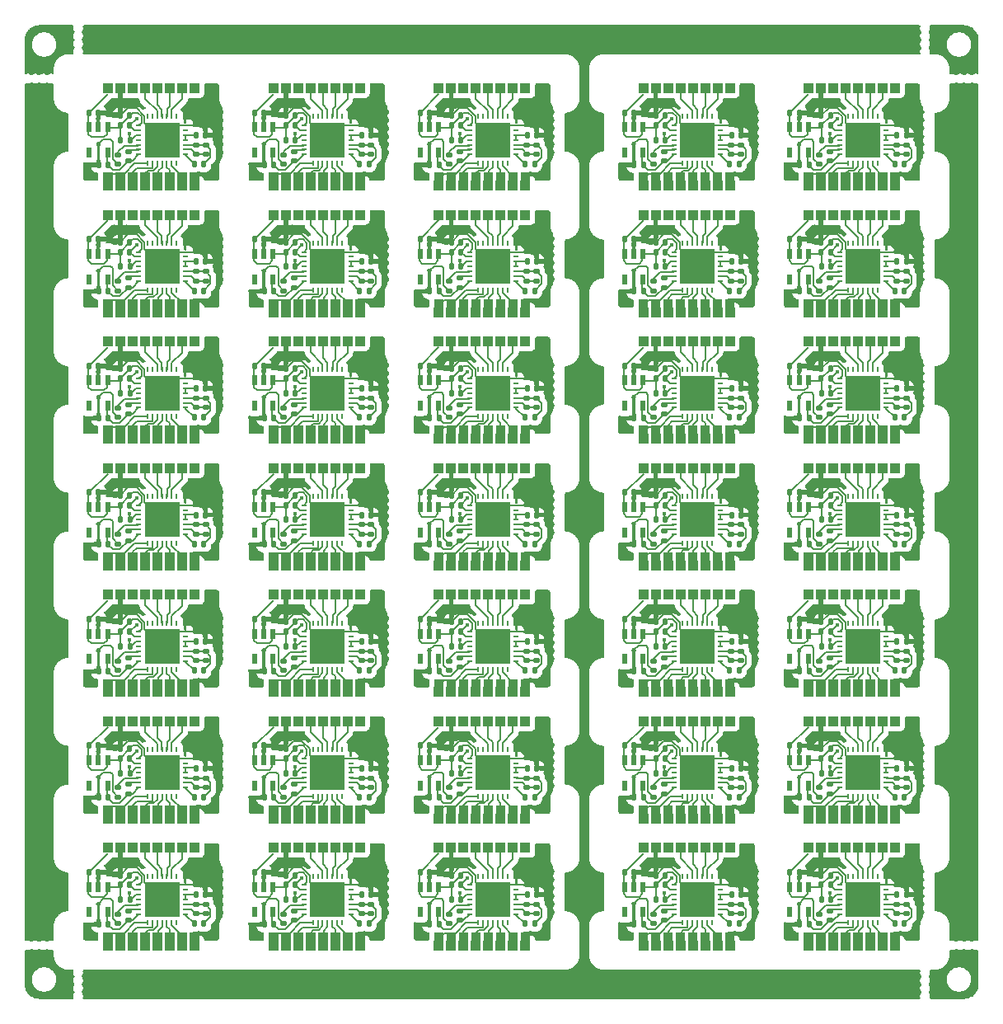
<source format=gbr>
%TF.GenerationSoftware,KiCad,Pcbnew,8.0.4-unknown-202407232306~396e531e7c~ubuntu22.04.1*%
%TF.CreationDate,2024-08-05T10:33:50+01:00*%
%TF.ProjectId,PANEL_ADS1293,50414e45-4c5f-4414-9453-313239332e6b,1.0*%
%TF.SameCoordinates,Original*%
%TF.FileFunction,Copper,L1,Top*%
%TF.FilePolarity,Positive*%
%FSLAX46Y46*%
G04 Gerber Fmt 4.6, Leading zero omitted, Abs format (unit mm)*
G04 Created by KiCad (PCBNEW 8.0.4-unknown-202407232306~396e531e7c~ubuntu22.04.1) date 2024-08-05 10:33:50*
%MOMM*%
%LPD*%
G01*
G04 APERTURE LIST*
G04 Aperture macros list*
%AMRoundRect*
0 Rectangle with rounded corners*
0 $1 Rounding radius*
0 $2 $3 $4 $5 $6 $7 $8 $9 X,Y pos of 4 corners*
0 Add a 4 corners polygon primitive as box body*
4,1,4,$2,$3,$4,$5,$6,$7,$8,$9,$2,$3,0*
0 Add four circle primitives for the rounded corners*
1,1,$1+$1,$2,$3*
1,1,$1+$1,$4,$5*
1,1,$1+$1,$6,$7*
1,1,$1+$1,$8,$9*
0 Add four rect primitives between the rounded corners*
20,1,$1+$1,$2,$3,$4,$5,0*
20,1,$1+$1,$4,$5,$6,$7,0*
20,1,$1+$1,$6,$7,$8,$9,0*
20,1,$1+$1,$8,$9,$2,$3,0*%
G04 Aperture macros list end*
%TA.AperFunction,CastellatedPad*%
%ADD10R,1.000000X1.000000*%
%TD*%
%TA.AperFunction,SMDPad,CuDef*%
%ADD11RoundRect,0.140000X-0.170000X0.140000X-0.170000X-0.140000X0.170000X-0.140000X0.170000X0.140000X0*%
%TD*%
%TA.AperFunction,SMDPad,CuDef*%
%ADD12R,0.250000X0.600000*%
%TD*%
%TA.AperFunction,SMDPad,CuDef*%
%ADD13R,0.600000X0.250000*%
%TD*%
%TA.AperFunction,SMDPad,CuDef*%
%ADD14R,3.600000X3.600000*%
%TD*%
%TA.AperFunction,SMDPad,CuDef*%
%ADD15RoundRect,0.140000X0.140000X0.170000X-0.140000X0.170000X-0.140000X-0.170000X0.140000X-0.170000X0*%
%TD*%
%TA.AperFunction,SMDPad,CuDef*%
%ADD16RoundRect,0.140000X-0.140000X-0.170000X0.140000X-0.170000X0.140000X0.170000X-0.140000X0.170000X0*%
%TD*%
%TA.AperFunction,SMDPad,CuDef*%
%ADD17R,0.620000X1.100000*%
%TD*%
%TA.AperFunction,SMDPad,CuDef*%
%ADD18RoundRect,0.140000X0.170000X-0.140000X0.170000X0.140000X-0.170000X0.140000X-0.170000X-0.140000X0*%
%TD*%
%TA.AperFunction,ViaPad*%
%ADD19C,0.400000*%
%TD*%
%TA.AperFunction,Conductor*%
%ADD20C,0.150000*%
%TD*%
G04 APERTURE END LIST*
%TA.AperFunction,Conductor*%
%TO.N,Board_25-GND*%
G36*
X17445000Y-80646000D02*
G01*
X18445000Y-80646000D01*
X18445000Y-81746000D01*
X17445000Y-81746000D01*
X17445000Y-80646000D01*
G37*
%TD.AperFunction*%
%TA.AperFunction,Conductor*%
%TO.N,Board_22-/in5*%
G36*
X48905000Y-67646000D02*
G01*
X49905000Y-67646000D01*
X49905000Y-68746000D01*
X48905000Y-68746000D01*
X48905000Y-67646000D01*
G37*
%TD.AperFunction*%
%TA.AperFunction,Conductor*%
%TO.N,Board_27-/in1*%
G36*
X42555000Y-80646000D02*
G01*
X43555000Y-80646000D01*
X43555000Y-81746000D01*
X42555000Y-81746000D01*
X42555000Y-80646000D01*
G37*
%TD.AperFunction*%
%TA.AperFunction,Conductor*%
%TO.N,Board_20-/in3*%
G36*
X12365000Y-67646000D02*
G01*
X13365000Y-67646000D01*
X13365000Y-68746000D01*
X12365000Y-68746000D01*
X12365000Y-67646000D01*
G37*
%TD.AperFunction*%
%TA.AperFunction,Conductor*%
%TO.N,Board_26-/in1*%
G36*
X26825000Y-80646000D02*
G01*
X27825000Y-80646000D01*
X27825000Y-81746000D01*
X26825000Y-81746000D01*
X26825000Y-80646000D01*
G37*
%TD.AperFunction*%
%TA.AperFunction,Conductor*%
%TO.N,Board_0-/in3*%
G36*
X12365000Y-15646000D02*
G01*
X13365000Y-15646000D01*
X13365000Y-16746000D01*
X12365000Y-16746000D01*
X12365000Y-15646000D01*
G37*
%TD.AperFunction*%
%TA.AperFunction,Conductor*%
%TO.N,Board_5-/in5*%
G36*
X14905000Y-28646000D02*
G01*
X15905000Y-28646000D01*
X15905000Y-29746000D01*
X14905000Y-29746000D01*
X14905000Y-28646000D01*
G37*
%TD.AperFunction*%
%TA.AperFunction,Conductor*%
%TO.N,Board_2-/in3*%
G36*
X46365000Y-15646000D02*
G01*
X47365000Y-15646000D01*
X47365000Y-16746000D01*
X46365000Y-16746000D01*
X46365000Y-15646000D01*
G37*
%TD.AperFunction*%
%TA.AperFunction,Conductor*%
%TO.N,Board_15-/in6*%
G36*
X16175000Y-54646000D02*
G01*
X17175000Y-54646000D01*
X17175000Y-55746000D01*
X16175000Y-55746000D01*
X16175000Y-54646000D01*
G37*
%TD.AperFunction*%
%TA.AperFunction,Conductor*%
%TO.N,Board_28-/in1*%
G36*
X64825000Y-80646000D02*
G01*
X65825000Y-80646000D01*
X65825000Y-81746000D01*
X64825000Y-81746000D01*
X64825000Y-80646000D01*
G37*
%TD.AperFunction*%
%TA.AperFunction,Conductor*%
%TO.N,Board_30-GND*%
G36*
X17445000Y-93646000D02*
G01*
X18445000Y-93646000D01*
X18445000Y-94746000D01*
X17445000Y-94746000D01*
X17445000Y-93646000D01*
G37*
%TD.AperFunction*%
%TA.AperFunction,Conductor*%
%TO.N,Board_29-/in4*%
G36*
X85635000Y-80646000D02*
G01*
X86635000Y-80646000D01*
X86635000Y-81746000D01*
X85635000Y-81746000D01*
X85635000Y-80646000D01*
G37*
%TD.AperFunction*%
%TA.AperFunction,Conductor*%
%TO.N,Board_14-/in1*%
G36*
X80555000Y-41646000D02*
G01*
X81555000Y-41646000D01*
X81555000Y-42746000D01*
X80555000Y-42746000D01*
X80555000Y-41646000D01*
G37*
%TD.AperFunction*%
%TA.AperFunction,Conductor*%
%TO.N,Board_16-/in5*%
G36*
X31905000Y-54646000D02*
G01*
X32905000Y-54646000D01*
X32905000Y-55746000D01*
X31905000Y-55746000D01*
X31905000Y-54646000D01*
G37*
%TD.AperFunction*%
%TA.AperFunction,Conductor*%
%TO.N,Board_6-/in1*%
G36*
X25555000Y-28646000D02*
G01*
X26555000Y-28646000D01*
X26555000Y-29746000D01*
X25555000Y-29746000D01*
X25555000Y-28646000D01*
G37*
%TD.AperFunction*%
%TA.AperFunction,Conductor*%
%TO.N,Board_33-/in1*%
G36*
X64825000Y-93646000D02*
G01*
X65825000Y-93646000D01*
X65825000Y-94746000D01*
X64825000Y-94746000D01*
X64825000Y-93646000D01*
G37*
%TD.AperFunction*%
%TA.AperFunction,Conductor*%
%TO.N,Board_18-/in2*%
G36*
X66095000Y-54646000D02*
G01*
X67095000Y-54646000D01*
X67095000Y-55746000D01*
X66095000Y-55746000D01*
X66095000Y-54646000D01*
G37*
%TD.AperFunction*%
%TA.AperFunction,Conductor*%
%TO.N,Board_11-/in6*%
G36*
X33175000Y-41646000D02*
G01*
X34175000Y-41646000D01*
X34175000Y-42746000D01*
X33175000Y-42746000D01*
X33175000Y-41646000D01*
G37*
%TD.AperFunction*%
%TA.AperFunction,Conductor*%
%TO.N,Board_9-/in2*%
G36*
X83095000Y-28646000D02*
G01*
X84095000Y-28646000D01*
X84095000Y-29746000D01*
X83095000Y-29746000D01*
X83095000Y-28646000D01*
G37*
%TD.AperFunction*%
%TA.AperFunction,Conductor*%
%TO.N,Board_31-/in5*%
G36*
X31905000Y-93646000D02*
G01*
X32905000Y-93646000D01*
X32905000Y-94746000D01*
X31905000Y-94746000D01*
X31905000Y-93646000D01*
G37*
%TD.AperFunction*%
%TA.AperFunction,Conductor*%
%TO.N,Board_17-/in1*%
G36*
X42555000Y-54646000D02*
G01*
X43555000Y-54646000D01*
X43555000Y-55746000D01*
X42555000Y-55746000D01*
X42555000Y-54646000D01*
G37*
%TD.AperFunction*%
%TA.AperFunction,Conductor*%
%TO.N,Board_29-/in1*%
G36*
X80555000Y-80646000D02*
G01*
X81555000Y-80646000D01*
X81555000Y-81746000D01*
X80555000Y-81746000D01*
X80555000Y-80646000D01*
G37*
%TD.AperFunction*%
%TA.AperFunction,Conductor*%
%TO.N,Board_20-/in4*%
G36*
X13635000Y-67646000D02*
G01*
X14635000Y-67646000D01*
X14635000Y-68746000D01*
X13635000Y-68746000D01*
X13635000Y-67646000D01*
G37*
%TD.AperFunction*%
%TA.AperFunction,Conductor*%
%TO.N,Board_13-/in1*%
G36*
X64825000Y-41646000D02*
G01*
X65825000Y-41646000D01*
X65825000Y-42746000D01*
X64825000Y-42746000D01*
X64825000Y-41646000D01*
G37*
%TD.AperFunction*%
%TA.AperFunction,Conductor*%
%TO.N,Board_33-/in5*%
G36*
X69905000Y-93646000D02*
G01*
X70905000Y-93646000D01*
X70905000Y-94746000D01*
X69905000Y-94746000D01*
X69905000Y-93646000D01*
G37*
%TD.AperFunction*%
%TA.AperFunction,Conductor*%
%TO.N,Board_15-GND*%
G36*
X17445000Y-54646000D02*
G01*
X18445000Y-54646000D01*
X18445000Y-55746000D01*
X17445000Y-55746000D01*
X17445000Y-54646000D01*
G37*
%TD.AperFunction*%
%TA.AperFunction,Conductor*%
%TO.N,Board_23-GND*%
G36*
X72445000Y-67646000D02*
G01*
X73445000Y-67646000D01*
X73445000Y-68746000D01*
X72445000Y-68746000D01*
X72445000Y-67646000D01*
G37*
%TD.AperFunction*%
%TA.AperFunction,Conductor*%
%TO.N,Board_23-/in4*%
G36*
X68635000Y-67646000D02*
G01*
X69635000Y-67646000D01*
X69635000Y-68746000D01*
X68635000Y-68746000D01*
X68635000Y-67646000D01*
G37*
%TD.AperFunction*%
%TA.AperFunction,Conductor*%
%TO.N,Board_30-/in1*%
G36*
X8555000Y-93646000D02*
G01*
X9555000Y-93646000D01*
X9555000Y-94746000D01*
X8555000Y-94746000D01*
X8555000Y-93646000D01*
G37*
%TD.AperFunction*%
%TA.AperFunction,Conductor*%
%TO.N,Board_34-/in3*%
G36*
X84365000Y-93646000D02*
G01*
X85365000Y-93646000D01*
X85365000Y-94746000D01*
X84365000Y-94746000D01*
X84365000Y-93646000D01*
G37*
%TD.AperFunction*%
%TA.AperFunction,Conductor*%
%TO.N,Board_0-/in2*%
G36*
X11095000Y-15646000D02*
G01*
X12095000Y-15646000D01*
X12095000Y-16746000D01*
X11095000Y-16746000D01*
X11095000Y-15646000D01*
G37*
%TD.AperFunction*%
%TA.AperFunction,Conductor*%
%TO.N,Board_33-/in3*%
G36*
X67365000Y-93646000D02*
G01*
X68365000Y-93646000D01*
X68365000Y-94746000D01*
X67365000Y-94746000D01*
X67365000Y-93646000D01*
G37*
%TD.AperFunction*%
%TA.AperFunction,Conductor*%
%TO.N,Board_6-/in5*%
G36*
X31905000Y-28646000D02*
G01*
X32905000Y-28646000D01*
X32905000Y-29746000D01*
X31905000Y-29746000D01*
X31905000Y-28646000D01*
G37*
%TD.AperFunction*%
%TA.AperFunction,Conductor*%
%TO.N,Board_17-/in6*%
G36*
X50175000Y-54646000D02*
G01*
X51175000Y-54646000D01*
X51175000Y-55746000D01*
X50175000Y-55746000D01*
X50175000Y-54646000D01*
G37*
%TD.AperFunction*%
%TA.AperFunction,Conductor*%
%TO.N,Board_5-/in1*%
G36*
X9825000Y-28646000D02*
G01*
X10825000Y-28646000D01*
X10825000Y-29746000D01*
X9825000Y-29746000D01*
X9825000Y-28646000D01*
G37*
%TD.AperFunction*%
%TA.AperFunction,Conductor*%
%TO.N,Board_29-/in6*%
G36*
X88175000Y-80646000D02*
G01*
X89175000Y-80646000D01*
X89175000Y-81746000D01*
X88175000Y-81746000D01*
X88175000Y-80646000D01*
G37*
%TD.AperFunction*%
%TA.AperFunction,Conductor*%
%TO.N,Board_28-/in1*%
G36*
X63555000Y-80646000D02*
G01*
X64555000Y-80646000D01*
X64555000Y-81746000D01*
X63555000Y-81746000D01*
X63555000Y-80646000D01*
G37*
%TD.AperFunction*%
%TA.AperFunction,Conductor*%
%TO.N,Board_7-/in5*%
G36*
X48905000Y-28646000D02*
G01*
X49905000Y-28646000D01*
X49905000Y-29746000D01*
X48905000Y-29746000D01*
X48905000Y-28646000D01*
G37*
%TD.AperFunction*%
%TA.AperFunction,Conductor*%
%TO.N,Board_19-/in5*%
G36*
X86905000Y-54646000D02*
G01*
X87905000Y-54646000D01*
X87905000Y-55746000D01*
X86905000Y-55746000D01*
X86905000Y-54646000D01*
G37*
%TD.AperFunction*%
%TA.AperFunction,Conductor*%
%TO.N,Board_32-/in5*%
G36*
X48905000Y-93646000D02*
G01*
X49905000Y-93646000D01*
X49905000Y-94746000D01*
X48905000Y-94746000D01*
X48905000Y-93646000D01*
G37*
%TD.AperFunction*%
%TA.AperFunction,Conductor*%
%TO.N,Board_28-/in4*%
G36*
X68635000Y-80646000D02*
G01*
X69635000Y-80646000D01*
X69635000Y-81746000D01*
X68635000Y-81746000D01*
X68635000Y-80646000D01*
G37*
%TD.AperFunction*%
%TA.AperFunction,Conductor*%
%TO.N,Board_34-/in2*%
G36*
X83095000Y-93646000D02*
G01*
X84095000Y-93646000D01*
X84095000Y-94746000D01*
X83095000Y-94746000D01*
X83095000Y-93646000D01*
G37*
%TD.AperFunction*%
%TA.AperFunction,Conductor*%
%TO.N,Board_13-/in2*%
G36*
X66095000Y-41646000D02*
G01*
X67095000Y-41646000D01*
X67095000Y-42746000D01*
X66095000Y-42746000D01*
X66095000Y-41646000D01*
G37*
%TD.AperFunction*%
%TA.AperFunction,Conductor*%
%TO.N,Board_24-/in3*%
G36*
X84365000Y-67646000D02*
G01*
X85365000Y-67646000D01*
X85365000Y-68746000D01*
X84365000Y-68746000D01*
X84365000Y-67646000D01*
G37*
%TD.AperFunction*%
%TA.AperFunction,Conductor*%
%TO.N,Board_33-/in1*%
G36*
X63555000Y-93646000D02*
G01*
X64555000Y-93646000D01*
X64555000Y-94746000D01*
X63555000Y-94746000D01*
X63555000Y-93646000D01*
G37*
%TD.AperFunction*%
%TA.AperFunction,Conductor*%
%TO.N,Board_23-/in1*%
G36*
X64825000Y-67646000D02*
G01*
X65825000Y-67646000D01*
X65825000Y-68746000D01*
X64825000Y-68746000D01*
X64825000Y-67646000D01*
G37*
%TD.AperFunction*%
%TA.AperFunction,Conductor*%
%TO.N,Board_17-/in2*%
G36*
X45095000Y-54646000D02*
G01*
X46095000Y-54646000D01*
X46095000Y-55746000D01*
X45095000Y-55746000D01*
X45095000Y-54646000D01*
G37*
%TD.AperFunction*%
%TA.AperFunction,Conductor*%
%TO.N,Board_25-/in1*%
G36*
X8555000Y-80646000D02*
G01*
X9555000Y-80646000D01*
X9555000Y-81746000D01*
X8555000Y-81746000D01*
X8555000Y-80646000D01*
G37*
%TD.AperFunction*%
%TA.AperFunction,Conductor*%
%TO.N,Board_14-/in1*%
G36*
X81825000Y-41646000D02*
G01*
X82825000Y-41646000D01*
X82825000Y-42746000D01*
X81825000Y-42746000D01*
X81825000Y-41646000D01*
G37*
%TD.AperFunction*%
%TA.AperFunction,Conductor*%
%TO.N,Board_1-/in1*%
G36*
X25555000Y-15646000D02*
G01*
X26555000Y-15646000D01*
X26555000Y-16746000D01*
X25555000Y-16746000D01*
X25555000Y-15646000D01*
G37*
%TD.AperFunction*%
%TA.AperFunction,Conductor*%
%TO.N,Board_16-/in1*%
G36*
X25555000Y-54646000D02*
G01*
X26555000Y-54646000D01*
X26555000Y-55746000D01*
X25555000Y-55746000D01*
X25555000Y-54646000D01*
G37*
%TD.AperFunction*%
%TA.AperFunction,Conductor*%
%TO.N,Board_28-/in3*%
G36*
X67365000Y-80646000D02*
G01*
X68365000Y-80646000D01*
X68365000Y-81746000D01*
X67365000Y-81746000D01*
X67365000Y-80646000D01*
G37*
%TD.AperFunction*%
%TA.AperFunction,Conductor*%
%TO.N,Board_22-/in4*%
G36*
X47635000Y-67646000D02*
G01*
X48635000Y-67646000D01*
X48635000Y-68746000D01*
X47635000Y-68746000D01*
X47635000Y-67646000D01*
G37*
%TD.AperFunction*%
%TA.AperFunction,Conductor*%
%TO.N,Board_23-/in6*%
G36*
X71175000Y-67646000D02*
G01*
X72175000Y-67646000D01*
X72175000Y-68746000D01*
X71175000Y-68746000D01*
X71175000Y-67646000D01*
G37*
%TD.AperFunction*%
%TA.AperFunction,Conductor*%
%TO.N,Board_2-/in5*%
G36*
X48905000Y-15646000D02*
G01*
X49905000Y-15646000D01*
X49905000Y-16746000D01*
X48905000Y-16746000D01*
X48905000Y-15646000D01*
G37*
%TD.AperFunction*%
%TA.AperFunction,Conductor*%
%TO.N,Board_27-GND*%
G36*
X51445000Y-80646000D02*
G01*
X52445000Y-80646000D01*
X52445000Y-81746000D01*
X51445000Y-81746000D01*
X51445000Y-80646000D01*
G37*
%TD.AperFunction*%
%TA.AperFunction,Conductor*%
%TO.N,Board_14-/in3*%
G36*
X84365000Y-41646000D02*
G01*
X85365000Y-41646000D01*
X85365000Y-42746000D01*
X84365000Y-42746000D01*
X84365000Y-41646000D01*
G37*
%TD.AperFunction*%
%TA.AperFunction,Conductor*%
%TO.N,Board_7-/in1*%
G36*
X42555000Y-28646000D02*
G01*
X43555000Y-28646000D01*
X43555000Y-29746000D01*
X42555000Y-29746000D01*
X42555000Y-28646000D01*
G37*
%TD.AperFunction*%
%TA.AperFunction,Conductor*%
%TO.N,Board_8-/in4*%
G36*
X68635000Y-28646000D02*
G01*
X69635000Y-28646000D01*
X69635000Y-29746000D01*
X68635000Y-29746000D01*
X68635000Y-28646000D01*
G37*
%TD.AperFunction*%
%TA.AperFunction,Conductor*%
%TO.N,Board_23-/in3*%
G36*
X67365000Y-67646000D02*
G01*
X68365000Y-67646000D01*
X68365000Y-68746000D01*
X67365000Y-68746000D01*
X67365000Y-67646000D01*
G37*
%TD.AperFunction*%
%TA.AperFunction,Conductor*%
%TO.N,Board_28-GND*%
G36*
X72445000Y-80646000D02*
G01*
X73445000Y-80646000D01*
X73445000Y-81746000D01*
X72445000Y-81746000D01*
X72445000Y-80646000D01*
G37*
%TD.AperFunction*%
%TA.AperFunction,Conductor*%
%TO.N,Board_32-/in1*%
G36*
X43825000Y-93646000D02*
G01*
X44825000Y-93646000D01*
X44825000Y-94746000D01*
X43825000Y-94746000D01*
X43825000Y-93646000D01*
G37*
%TD.AperFunction*%
%TA.AperFunction,Conductor*%
%TO.N,Board_9-/in3*%
G36*
X84365000Y-28646000D02*
G01*
X85365000Y-28646000D01*
X85365000Y-29746000D01*
X84365000Y-29746000D01*
X84365000Y-28646000D01*
G37*
%TD.AperFunction*%
%TA.AperFunction,Conductor*%
%TO.N,Board_27-/in4*%
G36*
X47635000Y-80646000D02*
G01*
X48635000Y-80646000D01*
X48635000Y-81746000D01*
X47635000Y-81746000D01*
X47635000Y-80646000D01*
G37*
%TD.AperFunction*%
%TA.AperFunction,Conductor*%
%TO.N,Board_22-/in3*%
G36*
X46365000Y-67646000D02*
G01*
X47365000Y-67646000D01*
X47365000Y-68746000D01*
X46365000Y-68746000D01*
X46365000Y-67646000D01*
G37*
%TD.AperFunction*%
%TA.AperFunction,Conductor*%
%TO.N,Board_18-/in5*%
G36*
X69905000Y-54646000D02*
G01*
X70905000Y-54646000D01*
X70905000Y-55746000D01*
X69905000Y-55746000D01*
X69905000Y-54646000D01*
G37*
%TD.AperFunction*%
%TA.AperFunction,Conductor*%
%TO.N,Board_11-/in4*%
G36*
X30635000Y-41646000D02*
G01*
X31635000Y-41646000D01*
X31635000Y-42746000D01*
X30635000Y-42746000D01*
X30635000Y-41646000D01*
G37*
%TD.AperFunction*%
%TA.AperFunction,Conductor*%
%TO.N,Board_15-/in5*%
G36*
X14905000Y-54646000D02*
G01*
X15905000Y-54646000D01*
X15905000Y-55746000D01*
X14905000Y-55746000D01*
X14905000Y-54646000D01*
G37*
%TD.AperFunction*%
%TA.AperFunction,Conductor*%
%TO.N,Board_16-GND*%
G36*
X34445000Y-54646000D02*
G01*
X35445000Y-54646000D01*
X35445000Y-55746000D01*
X34445000Y-55746000D01*
X34445000Y-54646000D01*
G37*
%TD.AperFunction*%
%TA.AperFunction,Conductor*%
%TO.N,Board_7-/in6*%
G36*
X50175000Y-28646000D02*
G01*
X51175000Y-28646000D01*
X51175000Y-29746000D01*
X50175000Y-29746000D01*
X50175000Y-28646000D01*
G37*
%TD.AperFunction*%
%TA.AperFunction,Conductor*%
%TO.N,Board_12-GND*%
G36*
X51445000Y-41646000D02*
G01*
X52445000Y-41646000D01*
X52445000Y-42746000D01*
X51445000Y-42746000D01*
X51445000Y-41646000D01*
G37*
%TD.AperFunction*%
%TA.AperFunction,Conductor*%
%TO.N,Board_31-/in4*%
G36*
X30635000Y-93646000D02*
G01*
X31635000Y-93646000D01*
X31635000Y-94746000D01*
X30635000Y-94746000D01*
X30635000Y-93646000D01*
G37*
%TD.AperFunction*%
%TA.AperFunction,Conductor*%
%TO.N,Board_22-/in6*%
G36*
X50175000Y-67646000D02*
G01*
X51175000Y-67646000D01*
X51175000Y-68746000D01*
X50175000Y-68746000D01*
X50175000Y-67646000D01*
G37*
%TD.AperFunction*%
%TA.AperFunction,Conductor*%
%TO.N,Board_30-/in6*%
G36*
X16175000Y-93646000D02*
G01*
X17175000Y-93646000D01*
X17175000Y-94746000D01*
X16175000Y-94746000D01*
X16175000Y-93646000D01*
G37*
%TD.AperFunction*%
%TA.AperFunction,Conductor*%
%TO.N,Board_22-GND*%
G36*
X51445000Y-67646000D02*
G01*
X52445000Y-67646000D01*
X52445000Y-68746000D01*
X51445000Y-68746000D01*
X51445000Y-67646000D01*
G37*
%TD.AperFunction*%
%TA.AperFunction,Conductor*%
%TO.N,Board_15-/in4*%
G36*
X13635000Y-54646000D02*
G01*
X14635000Y-54646000D01*
X14635000Y-55746000D01*
X13635000Y-55746000D01*
X13635000Y-54646000D01*
G37*
%TD.AperFunction*%
%TA.AperFunction,Conductor*%
%TO.N,Board_7-/in2*%
G36*
X45095000Y-28646000D02*
G01*
X46095000Y-28646000D01*
X46095000Y-29746000D01*
X45095000Y-29746000D01*
X45095000Y-28646000D01*
G37*
%TD.AperFunction*%
%TA.AperFunction,Conductor*%
%TO.N,Board_23-/in5*%
G36*
X69905000Y-67646000D02*
G01*
X70905000Y-67646000D01*
X70905000Y-68746000D01*
X69905000Y-68746000D01*
X69905000Y-67646000D01*
G37*
%TD.AperFunction*%
%TA.AperFunction,Conductor*%
%TO.N,Board_10-/in5*%
G36*
X14905000Y-41646000D02*
G01*
X15905000Y-41646000D01*
X15905000Y-42746000D01*
X14905000Y-42746000D01*
X14905000Y-41646000D01*
G37*
%TD.AperFunction*%
%TA.AperFunction,Conductor*%
%TO.N,Board_3-/in6*%
G36*
X71175000Y-15646000D02*
G01*
X72175000Y-15646000D01*
X72175000Y-16746000D01*
X71175000Y-16746000D01*
X71175000Y-15646000D01*
G37*
%TD.AperFunction*%
%TA.AperFunction,Conductor*%
%TO.N,Board_0-/in1*%
G36*
X8555000Y-15646000D02*
G01*
X9555000Y-15646000D01*
X9555000Y-16746000D01*
X8555000Y-16746000D01*
X8555000Y-15646000D01*
G37*
%TD.AperFunction*%
%TA.AperFunction,Conductor*%
%TO.N,Board_4-/in3*%
G36*
X84365000Y-15646000D02*
G01*
X85365000Y-15646000D01*
X85365000Y-16746000D01*
X84365000Y-16746000D01*
X84365000Y-15646000D01*
G37*
%TD.AperFunction*%
%TA.AperFunction,Conductor*%
%TO.N,Board_9-GND*%
G36*
X89445000Y-28646000D02*
G01*
X90445000Y-28646000D01*
X90445000Y-29746000D01*
X89445000Y-29746000D01*
X89445000Y-28646000D01*
G37*
%TD.AperFunction*%
%TA.AperFunction,Conductor*%
%TO.N,Board_10-GND*%
G36*
X17445000Y-41646000D02*
G01*
X18445000Y-41646000D01*
X18445000Y-42746000D01*
X17445000Y-42746000D01*
X17445000Y-41646000D01*
G37*
%TD.AperFunction*%
%TA.AperFunction,Conductor*%
%TO.N,Board_3-/in5*%
G36*
X69905000Y-15646000D02*
G01*
X70905000Y-15646000D01*
X70905000Y-16746000D01*
X69905000Y-16746000D01*
X69905000Y-15646000D01*
G37*
%TD.AperFunction*%
%TA.AperFunction,Conductor*%
%TO.N,Board_6-/in2*%
G36*
X28095000Y-28646000D02*
G01*
X29095000Y-28646000D01*
X29095000Y-29746000D01*
X28095000Y-29746000D01*
X28095000Y-28646000D01*
G37*
%TD.AperFunction*%
%TA.AperFunction,Conductor*%
%TO.N,Board_3-/in1*%
G36*
X63555000Y-15646000D02*
G01*
X64555000Y-15646000D01*
X64555000Y-16746000D01*
X63555000Y-16746000D01*
X63555000Y-15646000D01*
G37*
%TD.AperFunction*%
%TA.AperFunction,Conductor*%
%TO.N,Board_7-GND*%
G36*
X51445000Y-28646000D02*
G01*
X52445000Y-28646000D01*
X52445000Y-29746000D01*
X51445000Y-29746000D01*
X51445000Y-28646000D01*
G37*
%TD.AperFunction*%
%TA.AperFunction,Conductor*%
%TO.N,Board_27-/in1*%
G36*
X43825000Y-80646000D02*
G01*
X44825000Y-80646000D01*
X44825000Y-81746000D01*
X43825000Y-81746000D01*
X43825000Y-80646000D01*
G37*
%TD.AperFunction*%
%TA.AperFunction,Conductor*%
%TO.N,Board_3-/in3*%
G36*
X67365000Y-15646000D02*
G01*
X68365000Y-15646000D01*
X68365000Y-16746000D01*
X67365000Y-16746000D01*
X67365000Y-15646000D01*
G37*
%TD.AperFunction*%
%TA.AperFunction,Conductor*%
%TO.N,Board_1-/in5*%
G36*
X31905000Y-15646000D02*
G01*
X32905000Y-15646000D01*
X32905000Y-16746000D01*
X31905000Y-16746000D01*
X31905000Y-15646000D01*
G37*
%TD.AperFunction*%
%TA.AperFunction,Conductor*%
%TO.N,Board_4-/in1*%
G36*
X81825000Y-15646000D02*
G01*
X82825000Y-15646000D01*
X82825000Y-16746000D01*
X81825000Y-16746000D01*
X81825000Y-15646000D01*
G37*
%TD.AperFunction*%
%TA.AperFunction,Conductor*%
%TO.N,Board_3-GND*%
G36*
X72445000Y-15646000D02*
G01*
X73445000Y-15646000D01*
X73445000Y-16746000D01*
X72445000Y-16746000D01*
X72445000Y-15646000D01*
G37*
%TD.AperFunction*%
%TA.AperFunction,Conductor*%
%TO.N,Board_9-/in5*%
G36*
X86905000Y-28646000D02*
G01*
X87905000Y-28646000D01*
X87905000Y-29746000D01*
X86905000Y-29746000D01*
X86905000Y-28646000D01*
G37*
%TD.AperFunction*%
%TA.AperFunction,Conductor*%
%TO.N,Board_21-/in5*%
G36*
X31905000Y-67646000D02*
G01*
X32905000Y-67646000D01*
X32905000Y-68746000D01*
X31905000Y-68746000D01*
X31905000Y-67646000D01*
G37*
%TD.AperFunction*%
%TA.AperFunction,Conductor*%
%TO.N,Board_12-/in1*%
G36*
X43825000Y-41646000D02*
G01*
X44825000Y-41646000D01*
X44825000Y-42746000D01*
X43825000Y-42746000D01*
X43825000Y-41646000D01*
G37*
%TD.AperFunction*%
%TA.AperFunction,Conductor*%
%TO.N,Board_5-GND*%
G36*
X17445000Y-28646000D02*
G01*
X18445000Y-28646000D01*
X18445000Y-29746000D01*
X17445000Y-29746000D01*
X17445000Y-28646000D01*
G37*
%TD.AperFunction*%
%TA.AperFunction,Conductor*%
%TO.N,Board_14-/in5*%
G36*
X86905000Y-41646000D02*
G01*
X87905000Y-41646000D01*
X87905000Y-42746000D01*
X86905000Y-42746000D01*
X86905000Y-41646000D01*
G37*
%TD.AperFunction*%
%TA.AperFunction,Conductor*%
%TO.N,Board_26-/in5*%
G36*
X31905000Y-80646000D02*
G01*
X32905000Y-80646000D01*
X32905000Y-81746000D01*
X31905000Y-81746000D01*
X31905000Y-80646000D01*
G37*
%TD.AperFunction*%
%TA.AperFunction,Conductor*%
%TO.N,Board_4-/in5*%
G36*
X86905000Y-15646000D02*
G01*
X87905000Y-15646000D01*
X87905000Y-16746000D01*
X86905000Y-16746000D01*
X86905000Y-15646000D01*
G37*
%TD.AperFunction*%
%TA.AperFunction,Conductor*%
%TO.N,Board_10-/in1*%
G36*
X8555000Y-41646000D02*
G01*
X9555000Y-41646000D01*
X9555000Y-42746000D01*
X8555000Y-42746000D01*
X8555000Y-41646000D01*
G37*
%TD.AperFunction*%
%TA.AperFunction,Conductor*%
%TO.N,Board_31-/in1*%
G36*
X25555000Y-93646000D02*
G01*
X26555000Y-93646000D01*
X26555000Y-94746000D01*
X25555000Y-94746000D01*
X25555000Y-93646000D01*
G37*
%TD.AperFunction*%
%TA.AperFunction,Conductor*%
%TO.N,Board_25-/in6*%
G36*
X16175000Y-80646000D02*
G01*
X17175000Y-80646000D01*
X17175000Y-81746000D01*
X16175000Y-81746000D01*
X16175000Y-80646000D01*
G37*
%TD.AperFunction*%
%TA.AperFunction,Conductor*%
%TO.N,Board_21-/in3*%
G36*
X29365000Y-67646000D02*
G01*
X30365000Y-67646000D01*
X30365000Y-68746000D01*
X29365000Y-68746000D01*
X29365000Y-67646000D01*
G37*
%TD.AperFunction*%
%TA.AperFunction,Conductor*%
%TO.N,Board_18-/in3*%
G36*
X67365000Y-54646000D02*
G01*
X68365000Y-54646000D01*
X68365000Y-55746000D01*
X67365000Y-55746000D01*
X67365000Y-54646000D01*
G37*
%TD.AperFunction*%
%TA.AperFunction,Conductor*%
%TO.N,Board_26-/in4*%
G36*
X30635000Y-80646000D02*
G01*
X31635000Y-80646000D01*
X31635000Y-81746000D01*
X30635000Y-81746000D01*
X30635000Y-80646000D01*
G37*
%TD.AperFunction*%
%TA.AperFunction,Conductor*%
%TO.N,Board_16-/in4*%
G36*
X30635000Y-54646000D02*
G01*
X31635000Y-54646000D01*
X31635000Y-55746000D01*
X30635000Y-55746000D01*
X30635000Y-54646000D01*
G37*
%TD.AperFunction*%
%TA.AperFunction,Conductor*%
%TO.N,Board_7-/in4*%
G36*
X47635000Y-28646000D02*
G01*
X48635000Y-28646000D01*
X48635000Y-29746000D01*
X47635000Y-29746000D01*
X47635000Y-28646000D01*
G37*
%TD.AperFunction*%
%TA.AperFunction,Conductor*%
%TO.N,Board_23-/in2*%
G36*
X66095000Y-67646000D02*
G01*
X67095000Y-67646000D01*
X67095000Y-68746000D01*
X66095000Y-68746000D01*
X66095000Y-67646000D01*
G37*
%TD.AperFunction*%
%TA.AperFunction,Conductor*%
%TO.N,Board_24-/in1*%
G36*
X81825000Y-67646000D02*
G01*
X82825000Y-67646000D01*
X82825000Y-68746000D01*
X81825000Y-68746000D01*
X81825000Y-67646000D01*
G37*
%TD.AperFunction*%
%TA.AperFunction,Conductor*%
%TO.N,Board_26-GND*%
G36*
X34445000Y-80646000D02*
G01*
X35445000Y-80646000D01*
X35445000Y-81746000D01*
X34445000Y-81746000D01*
X34445000Y-80646000D01*
G37*
%TD.AperFunction*%
%TA.AperFunction,Conductor*%
%TO.N,Board_32-GND*%
G36*
X51445000Y-93646000D02*
G01*
X52445000Y-93646000D01*
X52445000Y-94746000D01*
X51445000Y-94746000D01*
X51445000Y-93646000D01*
G37*
%TD.AperFunction*%
%TA.AperFunction,Conductor*%
%TO.N,Board_4-GND*%
G36*
X89445000Y-15646000D02*
G01*
X90445000Y-15646000D01*
X90445000Y-16746000D01*
X89445000Y-16746000D01*
X89445000Y-15646000D01*
G37*
%TD.AperFunction*%
%TA.AperFunction,Conductor*%
%TO.N,Board_10-/in3*%
G36*
X12365000Y-41646000D02*
G01*
X13365000Y-41646000D01*
X13365000Y-42746000D01*
X12365000Y-42746000D01*
X12365000Y-41646000D01*
G37*
%TD.AperFunction*%
%TA.AperFunction,Conductor*%
%TO.N,Board_20-/in2*%
G36*
X11095000Y-67646000D02*
G01*
X12095000Y-67646000D01*
X12095000Y-68746000D01*
X11095000Y-68746000D01*
X11095000Y-67646000D01*
G37*
%TD.AperFunction*%
%TA.AperFunction,Conductor*%
%TO.N,Board_34-/in1*%
G36*
X80555000Y-93646000D02*
G01*
X81555000Y-93646000D01*
X81555000Y-94746000D01*
X80555000Y-94746000D01*
X80555000Y-93646000D01*
G37*
%TD.AperFunction*%
%TA.AperFunction,Conductor*%
%TO.N,Board_1-/in1*%
G36*
X26825000Y-15646000D02*
G01*
X27825000Y-15646000D01*
X27825000Y-16746000D01*
X26825000Y-16746000D01*
X26825000Y-15646000D01*
G37*
%TD.AperFunction*%
%TA.AperFunction,Conductor*%
%TO.N,Board_3-/in4*%
G36*
X68635000Y-15646000D02*
G01*
X69635000Y-15646000D01*
X69635000Y-16746000D01*
X68635000Y-16746000D01*
X68635000Y-15646000D01*
G37*
%TD.AperFunction*%
%TA.AperFunction,Conductor*%
%TO.N,Board_25-/in5*%
G36*
X14905000Y-80646000D02*
G01*
X15905000Y-80646000D01*
X15905000Y-81746000D01*
X14905000Y-81746000D01*
X14905000Y-80646000D01*
G37*
%TD.AperFunction*%
%TA.AperFunction,Conductor*%
%TO.N,Board_33-/in6*%
G36*
X71175000Y-93646000D02*
G01*
X72175000Y-93646000D01*
X72175000Y-94746000D01*
X71175000Y-94746000D01*
X71175000Y-93646000D01*
G37*
%TD.AperFunction*%
%TA.AperFunction,Conductor*%
%TO.N,Board_31-/in3*%
G36*
X29365000Y-93646000D02*
G01*
X30365000Y-93646000D01*
X30365000Y-94746000D01*
X29365000Y-94746000D01*
X29365000Y-93646000D01*
G37*
%TD.AperFunction*%
%TA.AperFunction,Conductor*%
%TO.N,Board_19-GND*%
G36*
X89445000Y-54646000D02*
G01*
X90445000Y-54646000D01*
X90445000Y-55746000D01*
X89445000Y-55746000D01*
X89445000Y-54646000D01*
G37*
%TD.AperFunction*%
%TA.AperFunction,Conductor*%
%TO.N,Board_21-/in4*%
G36*
X30635000Y-67646000D02*
G01*
X31635000Y-67646000D01*
X31635000Y-68746000D01*
X30635000Y-68746000D01*
X30635000Y-67646000D01*
G37*
%TD.AperFunction*%
%TA.AperFunction,Conductor*%
%TO.N,Board_29-/in5*%
G36*
X86905000Y-80646000D02*
G01*
X87905000Y-80646000D01*
X87905000Y-81746000D01*
X86905000Y-81746000D01*
X86905000Y-80646000D01*
G37*
%TD.AperFunction*%
%TA.AperFunction,Conductor*%
%TO.N,Board_5-/in1*%
G36*
X8555000Y-28646000D02*
G01*
X9555000Y-28646000D01*
X9555000Y-29746000D01*
X8555000Y-29746000D01*
X8555000Y-28646000D01*
G37*
%TD.AperFunction*%
%TA.AperFunction,Conductor*%
%TO.N,Board_14-GND*%
G36*
X89445000Y-41646000D02*
G01*
X90445000Y-41646000D01*
X90445000Y-42746000D01*
X89445000Y-42746000D01*
X89445000Y-41646000D01*
G37*
%TD.AperFunction*%
%TA.AperFunction,Conductor*%
%TO.N,Board_32-/in1*%
G36*
X42555000Y-93646000D02*
G01*
X43555000Y-93646000D01*
X43555000Y-94746000D01*
X42555000Y-94746000D01*
X42555000Y-93646000D01*
G37*
%TD.AperFunction*%
%TA.AperFunction,Conductor*%
%TO.N,Board_13-/in1*%
G36*
X63555000Y-41646000D02*
G01*
X64555000Y-41646000D01*
X64555000Y-42746000D01*
X63555000Y-42746000D01*
X63555000Y-41646000D01*
G37*
%TD.AperFunction*%
%TA.AperFunction,Conductor*%
%TO.N,Board_1-/in4*%
G36*
X30635000Y-15646000D02*
G01*
X31635000Y-15646000D01*
X31635000Y-16746000D01*
X30635000Y-16746000D01*
X30635000Y-15646000D01*
G37*
%TD.AperFunction*%
%TA.AperFunction,Conductor*%
%TO.N,Board_24-GND*%
G36*
X89445000Y-67646000D02*
G01*
X90445000Y-67646000D01*
X90445000Y-68746000D01*
X89445000Y-68746000D01*
X89445000Y-67646000D01*
G37*
%TD.AperFunction*%
%TA.AperFunction,Conductor*%
%TO.N,Board_15-/in2*%
G36*
X11095000Y-54646000D02*
G01*
X12095000Y-54646000D01*
X12095000Y-55746000D01*
X11095000Y-55746000D01*
X11095000Y-54646000D01*
G37*
%TD.AperFunction*%
%TA.AperFunction,Conductor*%
%TO.N,Board_1-GND*%
G36*
X34445000Y-15646000D02*
G01*
X35445000Y-15646000D01*
X35445000Y-16746000D01*
X34445000Y-16746000D01*
X34445000Y-15646000D01*
G37*
%TD.AperFunction*%
%TA.AperFunction,Conductor*%
%TO.N,Board_4-/in1*%
G36*
X80555000Y-15646000D02*
G01*
X81555000Y-15646000D01*
X81555000Y-16746000D01*
X80555000Y-16746000D01*
X80555000Y-15646000D01*
G37*
%TD.AperFunction*%
%TA.AperFunction,Conductor*%
%TO.N,Board_12-/in1*%
G36*
X42555000Y-41646000D02*
G01*
X43555000Y-41646000D01*
X43555000Y-42746000D01*
X42555000Y-42746000D01*
X42555000Y-41646000D01*
G37*
%TD.AperFunction*%
%TA.AperFunction,Conductor*%
%TO.N,Board_13-/in6*%
G36*
X71175000Y-41646000D02*
G01*
X72175000Y-41646000D01*
X72175000Y-42746000D01*
X71175000Y-42746000D01*
X71175000Y-41646000D01*
G37*
%TD.AperFunction*%
%TA.AperFunction,Conductor*%
%TO.N,Board_34-/in6*%
G36*
X88175000Y-93646000D02*
G01*
X89175000Y-93646000D01*
X89175000Y-94746000D01*
X88175000Y-94746000D01*
X88175000Y-93646000D01*
G37*
%TD.AperFunction*%
%TA.AperFunction,Conductor*%
%TO.N,Board_9-/in4*%
G36*
X85635000Y-28646000D02*
G01*
X86635000Y-28646000D01*
X86635000Y-29746000D01*
X85635000Y-29746000D01*
X85635000Y-28646000D01*
G37*
%TD.AperFunction*%
%TA.AperFunction,Conductor*%
%TO.N,Board_9-/in6*%
G36*
X88175000Y-28646000D02*
G01*
X89175000Y-28646000D01*
X89175000Y-29746000D01*
X88175000Y-29746000D01*
X88175000Y-28646000D01*
G37*
%TD.AperFunction*%
%TA.AperFunction,Conductor*%
%TO.N,Board_20-/in1*%
G36*
X9825000Y-67646000D02*
G01*
X10825000Y-67646000D01*
X10825000Y-68746000D01*
X9825000Y-68746000D01*
X9825000Y-67646000D01*
G37*
%TD.AperFunction*%
%TA.AperFunction,Conductor*%
%TO.N,Board_27-/in5*%
G36*
X48905000Y-80646000D02*
G01*
X49905000Y-80646000D01*
X49905000Y-81746000D01*
X48905000Y-81746000D01*
X48905000Y-80646000D01*
G37*
%TD.AperFunction*%
%TA.AperFunction,Conductor*%
%TO.N,Board_8-/in1*%
G36*
X63555000Y-28646000D02*
G01*
X64555000Y-28646000D01*
X64555000Y-29746000D01*
X63555000Y-29746000D01*
X63555000Y-28646000D01*
G37*
%TD.AperFunction*%
%TA.AperFunction,Conductor*%
%TO.N,Board_1-/in6*%
G36*
X33175000Y-15646000D02*
G01*
X34175000Y-15646000D01*
X34175000Y-16746000D01*
X33175000Y-16746000D01*
X33175000Y-15646000D01*
G37*
%TD.AperFunction*%
%TA.AperFunction,Conductor*%
%TO.N,Board_32-/in2*%
G36*
X45095000Y-93646000D02*
G01*
X46095000Y-93646000D01*
X46095000Y-94746000D01*
X45095000Y-94746000D01*
X45095000Y-93646000D01*
G37*
%TD.AperFunction*%
%TA.AperFunction,Conductor*%
%TO.N,Board_20-GND*%
G36*
X17445000Y-67646000D02*
G01*
X18445000Y-67646000D01*
X18445000Y-68746000D01*
X17445000Y-68746000D01*
X17445000Y-67646000D01*
G37*
%TD.AperFunction*%
%TA.AperFunction,Conductor*%
%TO.N,Board_19-/in2*%
G36*
X83095000Y-54646000D02*
G01*
X84095000Y-54646000D01*
X84095000Y-55746000D01*
X83095000Y-55746000D01*
X83095000Y-54646000D01*
G37*
%TD.AperFunction*%
%TA.AperFunction,Conductor*%
%TO.N,Board_12-/in5*%
G36*
X48905000Y-41646000D02*
G01*
X49905000Y-41646000D01*
X49905000Y-42746000D01*
X48905000Y-42746000D01*
X48905000Y-41646000D01*
G37*
%TD.AperFunction*%
%TA.AperFunction,Conductor*%
%TO.N,Board_24-/in2*%
G36*
X83095000Y-67646000D02*
G01*
X84095000Y-67646000D01*
X84095000Y-68746000D01*
X83095000Y-68746000D01*
X83095000Y-67646000D01*
G37*
%TD.AperFunction*%
%TA.AperFunction,Conductor*%
%TO.N,Board_26-/in3*%
G36*
X29365000Y-80646000D02*
G01*
X30365000Y-80646000D01*
X30365000Y-81746000D01*
X29365000Y-81746000D01*
X29365000Y-80646000D01*
G37*
%TD.AperFunction*%
%TA.AperFunction,Conductor*%
%TO.N,Board_7-/in1*%
G36*
X43825000Y-28646000D02*
G01*
X44825000Y-28646000D01*
X44825000Y-29746000D01*
X43825000Y-29746000D01*
X43825000Y-28646000D01*
G37*
%TD.AperFunction*%
%TA.AperFunction,Conductor*%
%TO.N,Board_4-/in6*%
G36*
X88175000Y-15646000D02*
G01*
X89175000Y-15646000D01*
X89175000Y-16746000D01*
X88175000Y-16746000D01*
X88175000Y-15646000D01*
G37*
%TD.AperFunction*%
%TA.AperFunction,Conductor*%
%TO.N,Board_14-/in6*%
G36*
X88175000Y-41646000D02*
G01*
X89175000Y-41646000D01*
X89175000Y-42746000D01*
X88175000Y-42746000D01*
X88175000Y-41646000D01*
G37*
%TD.AperFunction*%
%TA.AperFunction,Conductor*%
%TO.N,Board_29-/in2*%
G36*
X83095000Y-80646000D02*
G01*
X84095000Y-80646000D01*
X84095000Y-81746000D01*
X83095000Y-81746000D01*
X83095000Y-80646000D01*
G37*
%TD.AperFunction*%
%TA.AperFunction,Conductor*%
%TO.N,Board_34-/in5*%
G36*
X86905000Y-93646000D02*
G01*
X87905000Y-93646000D01*
X87905000Y-94746000D01*
X86905000Y-94746000D01*
X86905000Y-93646000D01*
G37*
%TD.AperFunction*%
%TA.AperFunction,Conductor*%
%TO.N,Board_15-/in1*%
G36*
X9825000Y-54646000D02*
G01*
X10825000Y-54646000D01*
X10825000Y-55746000D01*
X9825000Y-55746000D01*
X9825000Y-54646000D01*
G37*
%TD.AperFunction*%
%TA.AperFunction,Conductor*%
%TO.N,Board_10-/in2*%
G36*
X11095000Y-41646000D02*
G01*
X12095000Y-41646000D01*
X12095000Y-42746000D01*
X11095000Y-42746000D01*
X11095000Y-41646000D01*
G37*
%TD.AperFunction*%
%TA.AperFunction,Conductor*%
%TO.N,Board_32-/in3*%
G36*
X46365000Y-93646000D02*
G01*
X47365000Y-93646000D01*
X47365000Y-94746000D01*
X46365000Y-94746000D01*
X46365000Y-93646000D01*
G37*
%TD.AperFunction*%
%TA.AperFunction,Conductor*%
%TO.N,Board_34-/in4*%
G36*
X85635000Y-93646000D02*
G01*
X86635000Y-93646000D01*
X86635000Y-94746000D01*
X85635000Y-94746000D01*
X85635000Y-93646000D01*
G37*
%TD.AperFunction*%
%TA.AperFunction,Conductor*%
%TO.N,Board_10-/in6*%
G36*
X16175000Y-41646000D02*
G01*
X17175000Y-41646000D01*
X17175000Y-42746000D01*
X16175000Y-42746000D01*
X16175000Y-41646000D01*
G37*
%TD.AperFunction*%
%TA.AperFunction,Conductor*%
%TO.N,Board_24-/in4*%
G36*
X85635000Y-67646000D02*
G01*
X86635000Y-67646000D01*
X86635000Y-68746000D01*
X85635000Y-68746000D01*
X85635000Y-67646000D01*
G37*
%TD.AperFunction*%
%TA.AperFunction,Conductor*%
%TO.N,Board_25-/in3*%
G36*
X12365000Y-80646000D02*
G01*
X13365000Y-80646000D01*
X13365000Y-81746000D01*
X12365000Y-81746000D01*
X12365000Y-80646000D01*
G37*
%TD.AperFunction*%
%TA.AperFunction,Conductor*%
%TO.N,Board_8-/in6*%
G36*
X71175000Y-28646000D02*
G01*
X72175000Y-28646000D01*
X72175000Y-29746000D01*
X71175000Y-29746000D01*
X71175000Y-28646000D01*
G37*
%TD.AperFunction*%
%TA.AperFunction,Conductor*%
%TO.N,Board_19-/in6*%
G36*
X88175000Y-54646000D02*
G01*
X89175000Y-54646000D01*
X89175000Y-55746000D01*
X88175000Y-55746000D01*
X88175000Y-54646000D01*
G37*
%TD.AperFunction*%
%TA.AperFunction,Conductor*%
%TO.N,Board_13-/in3*%
G36*
X67365000Y-41646000D02*
G01*
X68365000Y-41646000D01*
X68365000Y-42746000D01*
X67365000Y-42746000D01*
X67365000Y-41646000D01*
G37*
%TD.AperFunction*%
%TA.AperFunction,Conductor*%
%TO.N,Board_19-/in3*%
G36*
X84365000Y-54646000D02*
G01*
X85365000Y-54646000D01*
X85365000Y-55746000D01*
X84365000Y-55746000D01*
X84365000Y-54646000D01*
G37*
%TD.AperFunction*%
%TA.AperFunction,Conductor*%
%TO.N,Board_25-/in4*%
G36*
X13635000Y-80646000D02*
G01*
X14635000Y-80646000D01*
X14635000Y-81746000D01*
X13635000Y-81746000D01*
X13635000Y-80646000D01*
G37*
%TD.AperFunction*%
%TA.AperFunction,Conductor*%
%TO.N,Board_15-/in1*%
G36*
X8555000Y-54646000D02*
G01*
X9555000Y-54646000D01*
X9555000Y-55746000D01*
X8555000Y-55746000D01*
X8555000Y-54646000D01*
G37*
%TD.AperFunction*%
%TA.AperFunction,Conductor*%
%TO.N,Board_30-/in3*%
G36*
X12365000Y-93646000D02*
G01*
X13365000Y-93646000D01*
X13365000Y-94746000D01*
X12365000Y-94746000D01*
X12365000Y-93646000D01*
G37*
%TD.AperFunction*%
%TA.AperFunction,Conductor*%
%TO.N,Board_26-/in6*%
G36*
X33175000Y-80646000D02*
G01*
X34175000Y-80646000D01*
X34175000Y-81746000D01*
X33175000Y-81746000D01*
X33175000Y-80646000D01*
G37*
%TD.AperFunction*%
%TA.AperFunction,Conductor*%
%TO.N,Board_1-/in2*%
G36*
X28095000Y-15646000D02*
G01*
X29095000Y-15646000D01*
X29095000Y-16746000D01*
X28095000Y-16746000D01*
X28095000Y-15646000D01*
G37*
%TD.AperFunction*%
%TA.AperFunction,Conductor*%
%TO.N,Board_5-/in2*%
G36*
X11095000Y-28646000D02*
G01*
X12095000Y-28646000D01*
X12095000Y-29746000D01*
X11095000Y-29746000D01*
X11095000Y-28646000D01*
G37*
%TD.AperFunction*%
%TA.AperFunction,Conductor*%
%TO.N,Board_11-/in1*%
G36*
X25555000Y-41646000D02*
G01*
X26555000Y-41646000D01*
X26555000Y-42746000D01*
X25555000Y-42746000D01*
X25555000Y-41646000D01*
G37*
%TD.AperFunction*%
%TA.AperFunction,Conductor*%
%TO.N,Board_18-/in1*%
G36*
X63555000Y-54646000D02*
G01*
X64555000Y-54646000D01*
X64555000Y-55746000D01*
X63555000Y-55746000D01*
X63555000Y-54646000D01*
G37*
%TD.AperFunction*%
%TA.AperFunction,Conductor*%
%TO.N,Board_17-/in5*%
G36*
X48905000Y-54646000D02*
G01*
X49905000Y-54646000D01*
X49905000Y-55746000D01*
X48905000Y-55746000D01*
X48905000Y-54646000D01*
G37*
%TD.AperFunction*%
%TA.AperFunction,Conductor*%
%TO.N,Board_18-/in4*%
G36*
X68635000Y-54646000D02*
G01*
X69635000Y-54646000D01*
X69635000Y-55746000D01*
X68635000Y-55746000D01*
X68635000Y-54646000D01*
G37*
%TD.AperFunction*%
%TA.AperFunction,Conductor*%
%TO.N,Board_12-/in6*%
G36*
X50175000Y-41646000D02*
G01*
X51175000Y-41646000D01*
X51175000Y-42746000D01*
X50175000Y-42746000D01*
X50175000Y-41646000D01*
G37*
%TD.AperFunction*%
%TA.AperFunction,Conductor*%
%TO.N,Board_16-/in3*%
G36*
X29365000Y-54646000D02*
G01*
X30365000Y-54646000D01*
X30365000Y-55746000D01*
X29365000Y-55746000D01*
X29365000Y-54646000D01*
G37*
%TD.AperFunction*%
%TA.AperFunction,Conductor*%
%TO.N,Board_27-/in2*%
G36*
X45095000Y-80646000D02*
G01*
X46095000Y-80646000D01*
X46095000Y-81746000D01*
X45095000Y-81746000D01*
X45095000Y-80646000D01*
G37*
%TD.AperFunction*%
%TA.AperFunction,Conductor*%
%TO.N,Board_28-/in6*%
G36*
X71175000Y-80646000D02*
G01*
X72175000Y-80646000D01*
X72175000Y-81746000D01*
X71175000Y-81746000D01*
X71175000Y-80646000D01*
G37*
%TD.AperFunction*%
%TA.AperFunction,Conductor*%
%TO.N,Board_6-/in3*%
G36*
X29365000Y-28646000D02*
G01*
X30365000Y-28646000D01*
X30365000Y-29746000D01*
X29365000Y-29746000D01*
X29365000Y-28646000D01*
G37*
%TD.AperFunction*%
%TA.AperFunction,Conductor*%
%TO.N,Board_6-/in6*%
G36*
X33175000Y-28646000D02*
G01*
X34175000Y-28646000D01*
X34175000Y-29746000D01*
X33175000Y-29746000D01*
X33175000Y-28646000D01*
G37*
%TD.AperFunction*%
%TA.AperFunction,Conductor*%
%TO.N,Board_19-/in1*%
G36*
X80555000Y-54646000D02*
G01*
X81555000Y-54646000D01*
X81555000Y-55746000D01*
X80555000Y-55746000D01*
X80555000Y-54646000D01*
G37*
%TD.AperFunction*%
%TA.AperFunction,Conductor*%
%TO.N,Board_29-GND*%
G36*
X89445000Y-80646000D02*
G01*
X90445000Y-80646000D01*
X90445000Y-81746000D01*
X89445000Y-81746000D01*
X89445000Y-80646000D01*
G37*
%TD.AperFunction*%
%TA.AperFunction,Conductor*%
%TO.N,Board_4-/in2*%
G36*
X83095000Y-15646000D02*
G01*
X84095000Y-15646000D01*
X84095000Y-16746000D01*
X83095000Y-16746000D01*
X83095000Y-15646000D01*
G37*
%TD.AperFunction*%
%TA.AperFunction,Conductor*%
%TO.N,Board_22-/in2*%
G36*
X45095000Y-67646000D02*
G01*
X46095000Y-67646000D01*
X46095000Y-68746000D01*
X45095000Y-68746000D01*
X45095000Y-67646000D01*
G37*
%TD.AperFunction*%
%TA.AperFunction,Conductor*%
%TO.N,Board_9-/in1*%
G36*
X81825000Y-28646000D02*
G01*
X82825000Y-28646000D01*
X82825000Y-29746000D01*
X81825000Y-29746000D01*
X81825000Y-28646000D01*
G37*
%TD.AperFunction*%
%TA.AperFunction,Conductor*%
%TO.N,Board_3-/in1*%
G36*
X64825000Y-15646000D02*
G01*
X65825000Y-15646000D01*
X65825000Y-16746000D01*
X64825000Y-16746000D01*
X64825000Y-15646000D01*
G37*
%TD.AperFunction*%
%TA.AperFunction,Conductor*%
%TO.N,Board_23-/in1*%
G36*
X63555000Y-67646000D02*
G01*
X64555000Y-67646000D01*
X64555000Y-68746000D01*
X63555000Y-68746000D01*
X63555000Y-67646000D01*
G37*
%TD.AperFunction*%
%TA.AperFunction,Conductor*%
%TO.N,Board_10-/in4*%
G36*
X13635000Y-41646000D02*
G01*
X14635000Y-41646000D01*
X14635000Y-42746000D01*
X13635000Y-42746000D01*
X13635000Y-41646000D01*
G37*
%TD.AperFunction*%
%TA.AperFunction,Conductor*%
%TO.N,Board_17-/in1*%
G36*
X43825000Y-54646000D02*
G01*
X44825000Y-54646000D01*
X44825000Y-55746000D01*
X43825000Y-55746000D01*
X43825000Y-54646000D01*
G37*
%TD.AperFunction*%
%TA.AperFunction,Conductor*%
%TO.N,Board_29-/in1*%
G36*
X81825000Y-80646000D02*
G01*
X82825000Y-80646000D01*
X82825000Y-81746000D01*
X81825000Y-81746000D01*
X81825000Y-80646000D01*
G37*
%TD.AperFunction*%
%TA.AperFunction,Conductor*%
%TO.N,Board_5-/in4*%
G36*
X13635000Y-28646000D02*
G01*
X14635000Y-28646000D01*
X14635000Y-29746000D01*
X13635000Y-29746000D01*
X13635000Y-28646000D01*
G37*
%TD.AperFunction*%
%TA.AperFunction,Conductor*%
%TO.N,Board_11-/in3*%
G36*
X29365000Y-41646000D02*
G01*
X30365000Y-41646000D01*
X30365000Y-42746000D01*
X29365000Y-42746000D01*
X29365000Y-41646000D01*
G37*
%TD.AperFunction*%
%TA.AperFunction,Conductor*%
%TO.N,Board_33-GND*%
G36*
X72445000Y-93646000D02*
G01*
X73445000Y-93646000D01*
X73445000Y-94746000D01*
X72445000Y-94746000D01*
X72445000Y-93646000D01*
G37*
%TD.AperFunction*%
%TA.AperFunction,Conductor*%
%TO.N,Board_34-GND*%
G36*
X89445000Y-93646000D02*
G01*
X90445000Y-93646000D01*
X90445000Y-94746000D01*
X89445000Y-94746000D01*
X89445000Y-93646000D01*
G37*
%TD.AperFunction*%
%TA.AperFunction,Conductor*%
%TO.N,Board_19-/in4*%
G36*
X85635000Y-54646000D02*
G01*
X86635000Y-54646000D01*
X86635000Y-55746000D01*
X85635000Y-55746000D01*
X85635000Y-54646000D01*
G37*
%TD.AperFunction*%
%TA.AperFunction,Conductor*%
%TO.N,Board_10-/in1*%
G36*
X9825000Y-41646000D02*
G01*
X10825000Y-41646000D01*
X10825000Y-42746000D01*
X9825000Y-42746000D01*
X9825000Y-41646000D01*
G37*
%TD.AperFunction*%
%TA.AperFunction,Conductor*%
%TO.N,Board_27-/in3*%
G36*
X46365000Y-80646000D02*
G01*
X47365000Y-80646000D01*
X47365000Y-81746000D01*
X46365000Y-81746000D01*
X46365000Y-80646000D01*
G37*
%TD.AperFunction*%
%TA.AperFunction,Conductor*%
%TO.N,Board_30-/in4*%
G36*
X13635000Y-93646000D02*
G01*
X14635000Y-93646000D01*
X14635000Y-94746000D01*
X13635000Y-94746000D01*
X13635000Y-93646000D01*
G37*
%TD.AperFunction*%
%TA.AperFunction,Conductor*%
%TO.N,Board_20-/in5*%
G36*
X14905000Y-67646000D02*
G01*
X15905000Y-67646000D01*
X15905000Y-68746000D01*
X14905000Y-68746000D01*
X14905000Y-67646000D01*
G37*
%TD.AperFunction*%
%TA.AperFunction,Conductor*%
%TO.N,Board_8-/in2*%
G36*
X66095000Y-28646000D02*
G01*
X67095000Y-28646000D01*
X67095000Y-29746000D01*
X66095000Y-29746000D01*
X66095000Y-28646000D01*
G37*
%TD.AperFunction*%
%TA.AperFunction,Conductor*%
%TO.N,Board_33-/in2*%
G36*
X66095000Y-93646000D02*
G01*
X67095000Y-93646000D01*
X67095000Y-94746000D01*
X66095000Y-94746000D01*
X66095000Y-93646000D01*
G37*
%TD.AperFunction*%
%TA.AperFunction,Conductor*%
%TO.N,Board_21-GND*%
G36*
X34445000Y-67646000D02*
G01*
X35445000Y-67646000D01*
X35445000Y-68746000D01*
X34445000Y-68746000D01*
X34445000Y-67646000D01*
G37*
%TD.AperFunction*%
%TA.AperFunction,Conductor*%
%TO.N,Board_30-/in2*%
G36*
X11095000Y-93646000D02*
G01*
X12095000Y-93646000D01*
X12095000Y-94746000D01*
X11095000Y-94746000D01*
X11095000Y-93646000D01*
G37*
%TD.AperFunction*%
%TA.AperFunction,Conductor*%
%TO.N,Board_18-GND*%
G36*
X72445000Y-54646000D02*
G01*
X73445000Y-54646000D01*
X73445000Y-55746000D01*
X72445000Y-55746000D01*
X72445000Y-54646000D01*
G37*
%TD.AperFunction*%
%TA.AperFunction,Conductor*%
%TO.N,Board_32-/in6*%
G36*
X50175000Y-93646000D02*
G01*
X51175000Y-93646000D01*
X51175000Y-94746000D01*
X50175000Y-94746000D01*
X50175000Y-93646000D01*
G37*
%TD.AperFunction*%
%TA.AperFunction,Conductor*%
%TO.N,Board_17-GND*%
G36*
X51445000Y-54646000D02*
G01*
X52445000Y-54646000D01*
X52445000Y-55746000D01*
X51445000Y-55746000D01*
X51445000Y-54646000D01*
G37*
%TD.AperFunction*%
%TA.AperFunction,Conductor*%
%TO.N,Board_7-/in3*%
G36*
X46365000Y-28646000D02*
G01*
X47365000Y-28646000D01*
X47365000Y-29746000D01*
X46365000Y-29746000D01*
X46365000Y-28646000D01*
G37*
%TD.AperFunction*%
%TA.AperFunction,Conductor*%
%TO.N,Board_0-/in6*%
G36*
X16175000Y-15646000D02*
G01*
X17175000Y-15646000D01*
X17175000Y-16746000D01*
X16175000Y-16746000D01*
X16175000Y-15646000D01*
G37*
%TD.AperFunction*%
%TA.AperFunction,Conductor*%
%TO.N,Board_21-/in1*%
G36*
X25555000Y-67646000D02*
G01*
X26555000Y-67646000D01*
X26555000Y-68746000D01*
X25555000Y-68746000D01*
X25555000Y-67646000D01*
G37*
%TD.AperFunction*%
%TA.AperFunction,Conductor*%
%TO.N,Board_14-/in2*%
G36*
X83095000Y-41646000D02*
G01*
X84095000Y-41646000D01*
X84095000Y-42746000D01*
X83095000Y-42746000D01*
X83095000Y-41646000D01*
G37*
%TD.AperFunction*%
%TA.AperFunction,Conductor*%
%TO.N,Board_16-/in2*%
G36*
X28095000Y-54646000D02*
G01*
X29095000Y-54646000D01*
X29095000Y-55746000D01*
X28095000Y-55746000D01*
X28095000Y-54646000D01*
G37*
%TD.AperFunction*%
%TA.AperFunction,Conductor*%
%TO.N,Board_2-/in6*%
G36*
X50175000Y-15646000D02*
G01*
X51175000Y-15646000D01*
X51175000Y-16746000D01*
X50175000Y-16746000D01*
X50175000Y-15646000D01*
G37*
%TD.AperFunction*%
%TA.AperFunction,Conductor*%
%TO.N,Board_30-/in5*%
G36*
X14905000Y-93646000D02*
G01*
X15905000Y-93646000D01*
X15905000Y-94746000D01*
X14905000Y-94746000D01*
X14905000Y-93646000D01*
G37*
%TD.AperFunction*%
%TA.AperFunction,Conductor*%
%TO.N,Board_31-/in1*%
G36*
X26825000Y-93646000D02*
G01*
X27825000Y-93646000D01*
X27825000Y-94746000D01*
X26825000Y-94746000D01*
X26825000Y-93646000D01*
G37*
%TD.AperFunction*%
%TA.AperFunction,Conductor*%
%TO.N,Board_30-/in1*%
G36*
X9825000Y-93646000D02*
G01*
X10825000Y-93646000D01*
X10825000Y-94746000D01*
X9825000Y-94746000D01*
X9825000Y-93646000D01*
G37*
%TD.AperFunction*%
%TA.AperFunction,Conductor*%
%TO.N,Board_12-/in3*%
G36*
X46365000Y-41646000D02*
G01*
X47365000Y-41646000D01*
X47365000Y-42746000D01*
X46365000Y-42746000D01*
X46365000Y-41646000D01*
G37*
%TD.AperFunction*%
%TA.AperFunction,Conductor*%
%TO.N,Board_13-GND*%
G36*
X72445000Y-41646000D02*
G01*
X73445000Y-41646000D01*
X73445000Y-42746000D01*
X72445000Y-42746000D01*
X72445000Y-41646000D01*
G37*
%TD.AperFunction*%
%TA.AperFunction,Conductor*%
%TO.N,Board_8-/in5*%
G36*
X69905000Y-28646000D02*
G01*
X70905000Y-28646000D01*
X70905000Y-29746000D01*
X69905000Y-29746000D01*
X69905000Y-28646000D01*
G37*
%TD.AperFunction*%
%TA.AperFunction,Conductor*%
%TO.N,Board_2-GND*%
G36*
X51445000Y-15646000D02*
G01*
X52445000Y-15646000D01*
X52445000Y-16746000D01*
X51445000Y-16746000D01*
X51445000Y-15646000D01*
G37*
%TD.AperFunction*%
%TA.AperFunction,Conductor*%
%TO.N,Board_6-/in1*%
G36*
X26825000Y-28646000D02*
G01*
X27825000Y-28646000D01*
X27825000Y-29746000D01*
X26825000Y-29746000D01*
X26825000Y-28646000D01*
G37*
%TD.AperFunction*%
%TA.AperFunction,Conductor*%
%TO.N,Board_32-/in4*%
G36*
X47635000Y-93646000D02*
G01*
X48635000Y-93646000D01*
X48635000Y-94746000D01*
X47635000Y-94746000D01*
X47635000Y-93646000D01*
G37*
%TD.AperFunction*%
%TA.AperFunction,Conductor*%
%TO.N,Board_18-/in1*%
G36*
X64825000Y-54646000D02*
G01*
X65825000Y-54646000D01*
X65825000Y-55746000D01*
X64825000Y-55746000D01*
X64825000Y-54646000D01*
G37*
%TD.AperFunction*%
%TA.AperFunction,Conductor*%
%TO.N,Board_16-/in1*%
G36*
X26825000Y-54646000D02*
G01*
X27825000Y-54646000D01*
X27825000Y-55746000D01*
X26825000Y-55746000D01*
X26825000Y-54646000D01*
G37*
%TD.AperFunction*%
%TA.AperFunction,Conductor*%
%TO.N,Board_28-/in5*%
G36*
X69905000Y-80646000D02*
G01*
X70905000Y-80646000D01*
X70905000Y-81746000D01*
X69905000Y-81746000D01*
X69905000Y-80646000D01*
G37*
%TD.AperFunction*%
%TA.AperFunction,Conductor*%
%TO.N,Board_25-/in1*%
G36*
X9825000Y-80646000D02*
G01*
X10825000Y-80646000D01*
X10825000Y-81746000D01*
X9825000Y-81746000D01*
X9825000Y-80646000D01*
G37*
%TD.AperFunction*%
%TA.AperFunction,Conductor*%
%TO.N,Board_31-/in6*%
G36*
X33175000Y-93646000D02*
G01*
X34175000Y-93646000D01*
X34175000Y-94746000D01*
X33175000Y-94746000D01*
X33175000Y-93646000D01*
G37*
%TD.AperFunction*%
%TA.AperFunction,Conductor*%
%TO.N,Board_11-/in2*%
G36*
X28095000Y-41646000D02*
G01*
X29095000Y-41646000D01*
X29095000Y-42746000D01*
X28095000Y-42746000D01*
X28095000Y-41646000D01*
G37*
%TD.AperFunction*%
%TA.AperFunction,Conductor*%
%TO.N,Board_6-/in4*%
G36*
X30635000Y-28646000D02*
G01*
X31635000Y-28646000D01*
X31635000Y-29746000D01*
X30635000Y-29746000D01*
X30635000Y-28646000D01*
G37*
%TD.AperFunction*%
%TA.AperFunction,Conductor*%
%TO.N,Board_20-/in1*%
G36*
X8555000Y-67646000D02*
G01*
X9555000Y-67646000D01*
X9555000Y-68746000D01*
X8555000Y-68746000D01*
X8555000Y-67646000D01*
G37*
%TD.AperFunction*%
%TA.AperFunction,Conductor*%
%TO.N,Board_31-GND*%
G36*
X34445000Y-93646000D02*
G01*
X35445000Y-93646000D01*
X35445000Y-94746000D01*
X34445000Y-94746000D01*
X34445000Y-93646000D01*
G37*
%TD.AperFunction*%
%TA.AperFunction,Conductor*%
%TO.N,Board_24-/in6*%
G36*
X88175000Y-67646000D02*
G01*
X89175000Y-67646000D01*
X89175000Y-68746000D01*
X88175000Y-68746000D01*
X88175000Y-67646000D01*
G37*
%TD.AperFunction*%
%TA.AperFunction,Conductor*%
%TO.N,Board_21-/in2*%
G36*
X28095000Y-67646000D02*
G01*
X29095000Y-67646000D01*
X29095000Y-68746000D01*
X28095000Y-68746000D01*
X28095000Y-67646000D01*
G37*
%TD.AperFunction*%
%TA.AperFunction,Conductor*%
%TO.N,Board_27-/in6*%
G36*
X50175000Y-80646000D02*
G01*
X51175000Y-80646000D01*
X51175000Y-81746000D01*
X50175000Y-81746000D01*
X50175000Y-80646000D01*
G37*
%TD.AperFunction*%
%TA.AperFunction,Conductor*%
%TO.N,Board_18-/in6*%
G36*
X71175000Y-54646000D02*
G01*
X72175000Y-54646000D01*
X72175000Y-55746000D01*
X71175000Y-55746000D01*
X71175000Y-54646000D01*
G37*
%TD.AperFunction*%
%TA.AperFunction,Conductor*%
%TO.N,Board_8-/in3*%
G36*
X67365000Y-28646000D02*
G01*
X68365000Y-28646000D01*
X68365000Y-29746000D01*
X67365000Y-29746000D01*
X67365000Y-28646000D01*
G37*
%TD.AperFunction*%
%TA.AperFunction,Conductor*%
%TO.N,Board_6-GND*%
G36*
X34445000Y-28646000D02*
G01*
X35445000Y-28646000D01*
X35445000Y-29746000D01*
X34445000Y-29746000D01*
X34445000Y-28646000D01*
G37*
%TD.AperFunction*%
%TA.AperFunction,Conductor*%
%TO.N,Board_14-/in4*%
G36*
X85635000Y-41646000D02*
G01*
X86635000Y-41646000D01*
X86635000Y-42746000D01*
X85635000Y-42746000D01*
X85635000Y-41646000D01*
G37*
%TD.AperFunction*%
%TA.AperFunction,Conductor*%
%TO.N,Board_16-/in6*%
G36*
X33175000Y-54646000D02*
G01*
X34175000Y-54646000D01*
X34175000Y-55746000D01*
X33175000Y-55746000D01*
X33175000Y-54646000D01*
G37*
%TD.AperFunction*%
%TA.AperFunction,Conductor*%
%TO.N,Board_11-/in1*%
G36*
X26825000Y-41646000D02*
G01*
X27825000Y-41646000D01*
X27825000Y-42746000D01*
X26825000Y-42746000D01*
X26825000Y-41646000D01*
G37*
%TD.AperFunction*%
%TA.AperFunction,Conductor*%
%TO.N,Board_24-/in5*%
G36*
X86905000Y-67646000D02*
G01*
X87905000Y-67646000D01*
X87905000Y-68746000D01*
X86905000Y-68746000D01*
X86905000Y-67646000D01*
G37*
%TD.AperFunction*%
%TA.AperFunction,Conductor*%
%TO.N,Board_12-/in4*%
G36*
X47635000Y-41646000D02*
G01*
X48635000Y-41646000D01*
X48635000Y-42746000D01*
X47635000Y-42746000D01*
X47635000Y-41646000D01*
G37*
%TD.AperFunction*%
%TA.AperFunction,Conductor*%
%TO.N,Board_9-/in1*%
G36*
X80555000Y-28646000D02*
G01*
X81555000Y-28646000D01*
X81555000Y-29746000D01*
X80555000Y-29746000D01*
X80555000Y-28646000D01*
G37*
%TD.AperFunction*%
%TA.AperFunction,Conductor*%
%TO.N,Board_21-/in6*%
G36*
X33175000Y-67646000D02*
G01*
X34175000Y-67646000D01*
X34175000Y-68746000D01*
X33175000Y-68746000D01*
X33175000Y-67646000D01*
G37*
%TD.AperFunction*%
%TA.AperFunction,Conductor*%
%TO.N,Board_33-/in4*%
G36*
X68635000Y-93646000D02*
G01*
X69635000Y-93646000D01*
X69635000Y-94746000D01*
X68635000Y-94746000D01*
X68635000Y-93646000D01*
G37*
%TD.AperFunction*%
%TA.AperFunction,Conductor*%
%TO.N,Board_5-/in6*%
G36*
X16175000Y-28646000D02*
G01*
X17175000Y-28646000D01*
X17175000Y-29746000D01*
X16175000Y-29746000D01*
X16175000Y-28646000D01*
G37*
%TD.AperFunction*%
%TA.AperFunction,Conductor*%
%TO.N,Board_29-/in3*%
G36*
X84365000Y-80646000D02*
G01*
X85365000Y-80646000D01*
X85365000Y-81746000D01*
X84365000Y-81746000D01*
X84365000Y-80646000D01*
G37*
%TD.AperFunction*%
%TA.AperFunction,Conductor*%
%TO.N,Board_1-/in3*%
G36*
X29365000Y-15646000D02*
G01*
X30365000Y-15646000D01*
X30365000Y-16746000D01*
X29365000Y-16746000D01*
X29365000Y-15646000D01*
G37*
%TD.AperFunction*%
%TA.AperFunction,Conductor*%
%TO.N,Board_0-GND*%
G36*
X17445000Y-15646000D02*
G01*
X18445000Y-15646000D01*
X18445000Y-16746000D01*
X17445000Y-16746000D01*
X17445000Y-15646000D01*
G37*
%TD.AperFunction*%
%TA.AperFunction,Conductor*%
%TO.N,Board_8-GND*%
G36*
X72445000Y-28646000D02*
G01*
X73445000Y-28646000D01*
X73445000Y-29746000D01*
X72445000Y-29746000D01*
X72445000Y-28646000D01*
G37*
%TD.AperFunction*%
%TA.AperFunction,Conductor*%
%TO.N,Board_21-/in1*%
G36*
X26825000Y-67646000D02*
G01*
X27825000Y-67646000D01*
X27825000Y-68746000D01*
X26825000Y-68746000D01*
X26825000Y-67646000D01*
G37*
%TD.AperFunction*%
%TA.AperFunction,Conductor*%
%TO.N,Board_19-/in1*%
G36*
X81825000Y-54646000D02*
G01*
X82825000Y-54646000D01*
X82825000Y-55746000D01*
X81825000Y-55746000D01*
X81825000Y-54646000D01*
G37*
%TD.AperFunction*%
%TA.AperFunction,Conductor*%
%TO.N,Board_2-/in4*%
G36*
X47635000Y-15646000D02*
G01*
X48635000Y-15646000D01*
X48635000Y-16746000D01*
X47635000Y-16746000D01*
X47635000Y-15646000D01*
G37*
%TD.AperFunction*%
%TA.AperFunction,Conductor*%
%TO.N,Board_24-/in1*%
G36*
X80555000Y-67646000D02*
G01*
X81555000Y-67646000D01*
X81555000Y-68746000D01*
X80555000Y-68746000D01*
X80555000Y-67646000D01*
G37*
%TD.AperFunction*%
%TA.AperFunction,Conductor*%
%TO.N,Board_0-/in4*%
G36*
X13635000Y-15646000D02*
G01*
X14635000Y-15646000D01*
X14635000Y-16746000D01*
X13635000Y-16746000D01*
X13635000Y-15646000D01*
G37*
%TD.AperFunction*%
%TA.AperFunction,Conductor*%
%TO.N,Board_13-/in5*%
G36*
X69905000Y-41646000D02*
G01*
X70905000Y-41646000D01*
X70905000Y-42746000D01*
X69905000Y-42746000D01*
X69905000Y-41646000D01*
G37*
%TD.AperFunction*%
%TA.AperFunction,Conductor*%
%TO.N,Board_26-/in2*%
G36*
X28095000Y-80646000D02*
G01*
X29095000Y-80646000D01*
X29095000Y-81746000D01*
X28095000Y-81746000D01*
X28095000Y-80646000D01*
G37*
%TD.AperFunction*%
%TA.AperFunction,Conductor*%
%TO.N,Board_15-/in3*%
G36*
X12365000Y-54646000D02*
G01*
X13365000Y-54646000D01*
X13365000Y-55746000D01*
X12365000Y-55746000D01*
X12365000Y-54646000D01*
G37*
%TD.AperFunction*%
%TA.AperFunction,Conductor*%
%TO.N,Board_26-/in1*%
G36*
X25555000Y-80646000D02*
G01*
X26555000Y-80646000D01*
X26555000Y-81746000D01*
X25555000Y-81746000D01*
X25555000Y-80646000D01*
G37*
%TD.AperFunction*%
%TA.AperFunction,Conductor*%
%TO.N,Board_2-/in1*%
G36*
X42555000Y-15646000D02*
G01*
X43555000Y-15646000D01*
X43555000Y-16746000D01*
X42555000Y-16746000D01*
X42555000Y-15646000D01*
G37*
%TD.AperFunction*%
%TA.AperFunction,Conductor*%
%TO.N,Board_34-/in1*%
G36*
X81825000Y-93646000D02*
G01*
X82825000Y-93646000D01*
X82825000Y-94746000D01*
X81825000Y-94746000D01*
X81825000Y-93646000D01*
G37*
%TD.AperFunction*%
%TA.AperFunction,Conductor*%
%TO.N,Board_25-/in2*%
G36*
X11095000Y-80646000D02*
G01*
X12095000Y-80646000D01*
X12095000Y-81746000D01*
X11095000Y-81746000D01*
X11095000Y-80646000D01*
G37*
%TD.AperFunction*%
%TA.AperFunction,Conductor*%
%TO.N,Board_0-/in5*%
G36*
X14905000Y-15646000D02*
G01*
X15905000Y-15646000D01*
X15905000Y-16746000D01*
X14905000Y-16746000D01*
X14905000Y-15646000D01*
G37*
%TD.AperFunction*%
%TA.AperFunction,Conductor*%
%TO.N,Board_22-/in1*%
G36*
X43825000Y-67646000D02*
G01*
X44825000Y-67646000D01*
X44825000Y-68746000D01*
X43825000Y-68746000D01*
X43825000Y-67646000D01*
G37*
%TD.AperFunction*%
%TA.AperFunction,Conductor*%
%TO.N,Board_2-/in2*%
G36*
X45095000Y-15646000D02*
G01*
X46095000Y-15646000D01*
X46095000Y-16746000D01*
X45095000Y-16746000D01*
X45095000Y-15646000D01*
G37*
%TD.AperFunction*%
%TA.AperFunction,Conductor*%
%TO.N,Board_22-/in1*%
G36*
X42555000Y-67646000D02*
G01*
X43555000Y-67646000D01*
X43555000Y-68746000D01*
X42555000Y-68746000D01*
X42555000Y-67646000D01*
G37*
%TD.AperFunction*%
%TA.AperFunction,Conductor*%
%TO.N,Board_0-/in1*%
G36*
X9825000Y-15646000D02*
G01*
X10825000Y-15646000D01*
X10825000Y-16746000D01*
X9825000Y-16746000D01*
X9825000Y-15646000D01*
G37*
%TD.AperFunction*%
%TA.AperFunction,Conductor*%
%TO.N,Board_31-/in2*%
G36*
X28095000Y-93646000D02*
G01*
X29095000Y-93646000D01*
X29095000Y-94746000D01*
X28095000Y-94746000D01*
X28095000Y-93646000D01*
G37*
%TD.AperFunction*%
%TA.AperFunction,Conductor*%
%TO.N,Board_4-/in4*%
G36*
X85635000Y-15646000D02*
G01*
X86635000Y-15646000D01*
X86635000Y-16746000D01*
X85635000Y-16746000D01*
X85635000Y-15646000D01*
G37*
%TD.AperFunction*%
%TA.AperFunction,Conductor*%
%TO.N,Board_11-GND*%
G36*
X34445000Y-41646000D02*
G01*
X35445000Y-41646000D01*
X35445000Y-42746000D01*
X34445000Y-42746000D01*
X34445000Y-41646000D01*
G37*
%TD.AperFunction*%
%TA.AperFunction,Conductor*%
%TO.N,Board_12-/in2*%
G36*
X45095000Y-41646000D02*
G01*
X46095000Y-41646000D01*
X46095000Y-42746000D01*
X45095000Y-42746000D01*
X45095000Y-41646000D01*
G37*
%TD.AperFunction*%
%TA.AperFunction,Conductor*%
%TO.N,Board_11-/in5*%
G36*
X31905000Y-41646000D02*
G01*
X32905000Y-41646000D01*
X32905000Y-42746000D01*
X31905000Y-42746000D01*
X31905000Y-41646000D01*
G37*
%TD.AperFunction*%
%TA.AperFunction,Conductor*%
%TO.N,Board_17-/in3*%
G36*
X46365000Y-54646000D02*
G01*
X47365000Y-54646000D01*
X47365000Y-55746000D01*
X46365000Y-55746000D01*
X46365000Y-54646000D01*
G37*
%TD.AperFunction*%
%TA.AperFunction,Conductor*%
%TO.N,Board_13-/in4*%
G36*
X68635000Y-41646000D02*
G01*
X69635000Y-41646000D01*
X69635000Y-42746000D01*
X68635000Y-42746000D01*
X68635000Y-41646000D01*
G37*
%TD.AperFunction*%
%TA.AperFunction,Conductor*%
%TO.N,Board_20-/in6*%
G36*
X16175000Y-67646000D02*
G01*
X17175000Y-67646000D01*
X17175000Y-68746000D01*
X16175000Y-68746000D01*
X16175000Y-67646000D01*
G37*
%TD.AperFunction*%
%TA.AperFunction,Conductor*%
%TO.N,Board_3-/in2*%
G36*
X66095000Y-15646000D02*
G01*
X67095000Y-15646000D01*
X67095000Y-16746000D01*
X66095000Y-16746000D01*
X66095000Y-15646000D01*
G37*
%TD.AperFunction*%
%TA.AperFunction,Conductor*%
%TO.N,Board_17-/in4*%
G36*
X47635000Y-54646000D02*
G01*
X48635000Y-54646000D01*
X48635000Y-55746000D01*
X47635000Y-55746000D01*
X47635000Y-54646000D01*
G37*
%TD.AperFunction*%
%TA.AperFunction,Conductor*%
%TO.N,Board_8-/in1*%
G36*
X64825000Y-28646000D02*
G01*
X65825000Y-28646000D01*
X65825000Y-29746000D01*
X64825000Y-29746000D01*
X64825000Y-28646000D01*
G37*
%TD.AperFunction*%
%TA.AperFunction,Conductor*%
%TO.N,Board_28-/in2*%
G36*
X66095000Y-80646000D02*
G01*
X67095000Y-80646000D01*
X67095000Y-81746000D01*
X66095000Y-81746000D01*
X66095000Y-80646000D01*
G37*
%TD.AperFunction*%
%TA.AperFunction,Conductor*%
%TO.N,Board_2-/in1*%
G36*
X43825000Y-15646000D02*
G01*
X44825000Y-15646000D01*
X44825000Y-16746000D01*
X43825000Y-16746000D01*
X43825000Y-15646000D01*
G37*
%TD.AperFunction*%
%TA.AperFunction,Conductor*%
%TO.N,Board_5-/in3*%
G36*
X12365000Y-28646000D02*
G01*
X13365000Y-28646000D01*
X13365000Y-29746000D01*
X12365000Y-29746000D01*
X12365000Y-28646000D01*
G37*
%TD.AperFunction*%
%TD*%
D10*
%TO.P,J5,1,Pin_1*%
%TO.N,Board_3-/in3*%
X67865000Y-17000000D03*
%TD*%
D11*
%TO.P,C6,1*%
%TO.N,Board_19-/RLDINV*%
X90110500Y-51809500D03*
%TO.P,C6,2*%
%TO.N,Board_19-/RLDOUT*%
X90110500Y-52769500D03*
%TD*%
D12*
%TO.P,U1,1,IN1*%
%TO.N,Board_5-/in1*%
X13110500Y-27689500D03*
%TO.P,U1,2,IN2*%
%TO.N,Board_5-/in2*%
X13610499Y-27689500D03*
%TO.P,U1,3,IN3*%
%TO.N,Board_5-/in3*%
X14110501Y-27689500D03*
%TO.P,U1,4,IN4*%
%TO.N,Board_5-/in4*%
X14610500Y-27689500D03*
%TO.P,U1,5,IN5*%
%TO.N,Board_5-/in5*%
X15110499Y-27689500D03*
%TO.P,U1,6,IN6*%
%TO.N,Board_5-/in6*%
X15610501Y-27689500D03*
%TO.P,U1,7,WCT*%
%TO.N,Board_5-unconnected-(U1-WCT-Pad7)*%
X16110500Y-27689500D03*
D13*
%TO.P,U1,8,CMOUT*%
%TO.N,Board_5-/CMOUT*%
X17010500Y-26789500D03*
%TO.P,U1,9,RLDOUT*%
%TO.N,Board_5-/RLDOUT*%
X17010500Y-26289501D03*
%TO.P,U1,10,RLDINV*%
%TO.N,Board_5-/RLDINV*%
X17010500Y-25789499D03*
%TO.P,U1,11,RLDIN*%
%TO.N,Board_5-/RLDREF*%
X17010500Y-25289500D03*
%TO.P,U1,12,RLDREF*%
X17010500Y-24789501D03*
%TO.P,U1,13,SYNCB*%
%TO.N,Board_5-unconnected-(U1-SYNCB-Pad13)*%
X17010500Y-24289499D03*
%TO.P,U1,14,VSSIO*%
%TO.N,Board_5-GND*%
X17010500Y-23789500D03*
D12*
%TO.P,U1,15,ALARMB*%
%TO.N,Board_5-unconnected-(U1-ALARMB-Pad15)*%
X16110500Y-22889500D03*
%TO.P,U1,16,CSB*%
%TO.N,Board_5-/CSB*%
X15610501Y-22889500D03*
%TO.P,U1,17,SCLK*%
%TO.N,Board_5-/SCLK*%
X15110499Y-22889500D03*
%TO.P,U1,18,SDI*%
%TO.N,Board_5-/PICO*%
X14610500Y-22889500D03*
%TO.P,U1,19,SDO*%
%TO.N,Board_5-/POCI*%
X14110501Y-22889500D03*
%TO.P,U1,20,DRDYB*%
%TO.N,Board_5-unconnected-(U1-DRDYB-Pad20)*%
X13610499Y-22889500D03*
%TO.P,U1,21,CLK*%
%TO.N,Board_5-unconnected-(U1-CLK-Pad21)*%
X13110500Y-22889500D03*
D13*
%TO.P,U1,22,VDDIO*%
%TO.N,Board_5-+3.3V*%
X12210500Y-23789500D03*
%TO.P,U1,23,XTAL1*%
%TO.N,Board_5-XTAL1*%
X12210500Y-24289499D03*
%TO.P,U1,24,XTAL2*%
%TO.N,Board_5-XTAL2*%
X12210500Y-24789501D03*
%TO.P,U1,25,RSTB*%
%TO.N,Board_5-unconnected-(U1-RSTB-Pad25)*%
X12210500Y-25289500D03*
%TO.P,U1,26,CVREF*%
%TO.N,Board_5-/cvref*%
X12210500Y-25789499D03*
%TO.P,U1,27,VSS*%
%TO.N,Board_5-GNDA*%
X12210500Y-26289501D03*
%TO.P,U1,28,VDD*%
%TO.N,Board_5-+3.3VA*%
X12210500Y-26789500D03*
D14*
%TO.P,U1,29,EPAD*%
%TO.N,Board_5-GND*%
X14610500Y-25289500D03*
%TD*%
D10*
%TO.P,J13,1,Pin_1*%
%TO.N,Board_24-+3.3V*%
X81055000Y-59000000D03*
%TD*%
%TO.P,J15,1,Pin_1*%
%TO.N,Board_11-/in6*%
X33675000Y-43000000D03*
%TD*%
%TO.P,J5,1,Pin_1*%
%TO.N,Board_12-/in3*%
X46865000Y-43000000D03*
%TD*%
D15*
%TO.P,C8,1*%
%TO.N,Board_23-+3.3VA*%
X64080000Y-66833000D03*
%TO.P,C8,2*%
%TO.N,Board_23-GND*%
X63120000Y-66833000D03*
%TD*%
D10*
%TO.P,J6,1,Pin_1*%
%TO.N,Board_32-/in4*%
X48135000Y-95000000D03*
%TD*%
D11*
%TO.P,R2,1*%
%TO.N,Board_6-/RLDINV*%
X36110500Y-25809500D03*
%TO.P,R2,2*%
%TO.N,Board_6-/RLDOUT*%
X36110500Y-26769500D03*
%TD*%
D10*
%TO.P,J13,1,Pin_1*%
%TO.N,Board_19-+3.3V*%
X81055000Y-46000000D03*
%TD*%
%TO.P,J12,1,Pin_1*%
%TO.N,Board_6-/CSB*%
X33675000Y-20000000D03*
%TD*%
D11*
%TO.P,C2,1*%
%TO.N,Board_22-/cvref*%
X44100000Y-65820000D03*
%TO.P,C2,2*%
%TO.N,Board_22-GND*%
X44100000Y-66780000D03*
%TD*%
D16*
%TO.P,C9,1*%
%TO.N,Board_21-+3.3V*%
X24120000Y-61500000D03*
%TO.P,C9,2*%
%TO.N,Board_21-GND*%
X25080000Y-61500000D03*
%TD*%
D10*
%TO.P,J9,1,Pin_1*%
%TO.N,Board_14-/POCI*%
X84865000Y-33000000D03*
%TD*%
%TO.P,J7,1,Pin_1*%
%TO.N,Board_15-/extRef*%
X17945000Y-46000000D03*
%TD*%
D15*
%TO.P,C5,1*%
%TO.N,Board_2-+3.3V*%
X45290500Y-9800000D03*
%TO.P,C5,2*%
%TO.N,Board_2-GND*%
X44330500Y-9800000D03*
%TD*%
D10*
%TO.P,J5,1,Pin_1*%
%TO.N,Board_7-/in3*%
X46865000Y-30000000D03*
%TD*%
%TO.P,J9,1,Pin_1*%
%TO.N,Board_4-/POCI*%
X84865000Y-7000000D03*
%TD*%
D17*
%TO.P,U2,1,VIN*%
%TO.N,Board_22-+3.3V*%
X43020292Y-62989500D03*
%TO.P,U2,2,GND*%
%TO.N,Board_22-GND*%
X42070292Y-62989500D03*
%TO.P,U2,3,EN*%
%TO.N,Board_22-+3.3V*%
X41120292Y-62989500D03*
%TO.P,U2,4,NC*%
%TO.N,Board_22-unconnected-(U2-NC-Pad4)*%
X41120292Y-65589500D03*
%TO.P,U2,5,VOUT*%
%TO.N,Board_22-+3.3VA*%
X43020292Y-65589500D03*
%TD*%
D11*
%TO.P,R2,1*%
%TO.N,Board_22-/RLDINV*%
X53110500Y-64809500D03*
%TO.P,R2,2*%
%TO.N,Board_22-/RLDOUT*%
X53110500Y-65769500D03*
%TD*%
D12*
%TO.P,U1,1,IN1*%
%TO.N,Board_27-/in1*%
X47110500Y-79689500D03*
%TO.P,U1,2,IN2*%
%TO.N,Board_27-/in2*%
X47610499Y-79689500D03*
%TO.P,U1,3,IN3*%
%TO.N,Board_27-/in3*%
X48110501Y-79689500D03*
%TO.P,U1,4,IN4*%
%TO.N,Board_27-/in4*%
X48610500Y-79689500D03*
%TO.P,U1,5,IN5*%
%TO.N,Board_27-/in5*%
X49110499Y-79689500D03*
%TO.P,U1,6,IN6*%
%TO.N,Board_27-/in6*%
X49610501Y-79689500D03*
%TO.P,U1,7,WCT*%
%TO.N,Board_27-unconnected-(U1-WCT-Pad7)*%
X50110500Y-79689500D03*
D13*
%TO.P,U1,8,CMOUT*%
%TO.N,Board_27-/CMOUT*%
X51010500Y-78789500D03*
%TO.P,U1,9,RLDOUT*%
%TO.N,Board_27-/RLDOUT*%
X51010500Y-78289501D03*
%TO.P,U1,10,RLDINV*%
%TO.N,Board_27-/RLDINV*%
X51010500Y-77789499D03*
%TO.P,U1,11,RLDIN*%
%TO.N,Board_27-/RLDREF*%
X51010500Y-77289500D03*
%TO.P,U1,12,RLDREF*%
X51010500Y-76789501D03*
%TO.P,U1,13,SYNCB*%
%TO.N,Board_27-unconnected-(U1-SYNCB-Pad13)*%
X51010500Y-76289499D03*
%TO.P,U1,14,VSSIO*%
%TO.N,Board_27-GND*%
X51010500Y-75789500D03*
D12*
%TO.P,U1,15,ALARMB*%
%TO.N,Board_27-unconnected-(U1-ALARMB-Pad15)*%
X50110500Y-74889500D03*
%TO.P,U1,16,CSB*%
%TO.N,Board_27-/CSB*%
X49610501Y-74889500D03*
%TO.P,U1,17,SCLK*%
%TO.N,Board_27-/SCLK*%
X49110499Y-74889500D03*
%TO.P,U1,18,SDI*%
%TO.N,Board_27-/PICO*%
X48610500Y-74889500D03*
%TO.P,U1,19,SDO*%
%TO.N,Board_27-/POCI*%
X48110501Y-74889500D03*
%TO.P,U1,20,DRDYB*%
%TO.N,Board_27-unconnected-(U1-DRDYB-Pad20)*%
X47610499Y-74889500D03*
%TO.P,U1,21,CLK*%
%TO.N,Board_27-unconnected-(U1-CLK-Pad21)*%
X47110500Y-74889500D03*
D13*
%TO.P,U1,22,VDDIO*%
%TO.N,Board_27-+3.3V*%
X46210500Y-75789500D03*
%TO.P,U1,23,XTAL1*%
%TO.N,Board_27-XTAL1*%
X46210500Y-76289499D03*
%TO.P,U1,24,XTAL2*%
%TO.N,Board_27-XTAL2*%
X46210500Y-76789501D03*
%TO.P,U1,25,RSTB*%
%TO.N,Board_27-unconnected-(U1-RSTB-Pad25)*%
X46210500Y-77289500D03*
%TO.P,U1,26,CVREF*%
%TO.N,Board_27-/cvref*%
X46210500Y-77789499D03*
%TO.P,U1,27,VSS*%
%TO.N,Board_27-GNDA*%
X46210500Y-78289501D03*
%TO.P,U1,28,VDD*%
%TO.N,Board_27-+3.3VA*%
X46210500Y-78789500D03*
D14*
%TO.P,U1,29,EPAD*%
%TO.N,Board_27-GND*%
X48610500Y-77289500D03*
%TD*%
D10*
%TO.P,J5,1,Pin_1*%
%TO.N,Board_25-/in3*%
X12865000Y-82000000D03*
%TD*%
%TO.P,J14,1,Pin_1*%
%TO.N,Board_3-GND*%
X65325000Y-7000000D03*
%TD*%
D15*
%TO.P,C5,1*%
%TO.N,Board_8-+3.3V*%
X66290500Y-22800000D03*
%TO.P,C5,2*%
%TO.N,Board_8-GND*%
X65330500Y-22800000D03*
%TD*%
D12*
%TO.P,U1,1,IN1*%
%TO.N,Board_12-/in1*%
X47110500Y-40689500D03*
%TO.P,U1,2,IN2*%
%TO.N,Board_12-/in2*%
X47610499Y-40689500D03*
%TO.P,U1,3,IN3*%
%TO.N,Board_12-/in3*%
X48110501Y-40689500D03*
%TO.P,U1,4,IN4*%
%TO.N,Board_12-/in4*%
X48610500Y-40689500D03*
%TO.P,U1,5,IN5*%
%TO.N,Board_12-/in5*%
X49110499Y-40689500D03*
%TO.P,U1,6,IN6*%
%TO.N,Board_12-/in6*%
X49610501Y-40689500D03*
%TO.P,U1,7,WCT*%
%TO.N,Board_12-unconnected-(U1-WCT-Pad7)*%
X50110500Y-40689500D03*
D13*
%TO.P,U1,8,CMOUT*%
%TO.N,Board_12-/CMOUT*%
X51010500Y-39789500D03*
%TO.P,U1,9,RLDOUT*%
%TO.N,Board_12-/RLDOUT*%
X51010500Y-39289501D03*
%TO.P,U1,10,RLDINV*%
%TO.N,Board_12-/RLDINV*%
X51010500Y-38789499D03*
%TO.P,U1,11,RLDIN*%
%TO.N,Board_12-/RLDREF*%
X51010500Y-38289500D03*
%TO.P,U1,12,RLDREF*%
X51010500Y-37789501D03*
%TO.P,U1,13,SYNCB*%
%TO.N,Board_12-unconnected-(U1-SYNCB-Pad13)*%
X51010500Y-37289499D03*
%TO.P,U1,14,VSSIO*%
%TO.N,Board_12-GND*%
X51010500Y-36789500D03*
D12*
%TO.P,U1,15,ALARMB*%
%TO.N,Board_12-unconnected-(U1-ALARMB-Pad15)*%
X50110500Y-35889500D03*
%TO.P,U1,16,CSB*%
%TO.N,Board_12-/CSB*%
X49610501Y-35889500D03*
%TO.P,U1,17,SCLK*%
%TO.N,Board_12-/SCLK*%
X49110499Y-35889500D03*
%TO.P,U1,18,SDI*%
%TO.N,Board_12-/PICO*%
X48610500Y-35889500D03*
%TO.P,U1,19,SDO*%
%TO.N,Board_12-/POCI*%
X48110501Y-35889500D03*
%TO.P,U1,20,DRDYB*%
%TO.N,Board_12-unconnected-(U1-DRDYB-Pad20)*%
X47610499Y-35889500D03*
%TO.P,U1,21,CLK*%
%TO.N,Board_12-unconnected-(U1-CLK-Pad21)*%
X47110500Y-35889500D03*
D13*
%TO.P,U1,22,VDDIO*%
%TO.N,Board_12-+3.3V*%
X46210500Y-36789500D03*
%TO.P,U1,23,XTAL1*%
%TO.N,Board_12-XTAL1*%
X46210500Y-37289499D03*
%TO.P,U1,24,XTAL2*%
%TO.N,Board_12-XTAL2*%
X46210500Y-37789501D03*
%TO.P,U1,25,RSTB*%
%TO.N,Board_12-unconnected-(U1-RSTB-Pad25)*%
X46210500Y-38289500D03*
%TO.P,U1,26,CVREF*%
%TO.N,Board_12-/cvref*%
X46210500Y-38789499D03*
%TO.P,U1,27,VSS*%
%TO.N,Board_12-GNDA*%
X46210500Y-39289501D03*
%TO.P,U1,28,VDD*%
%TO.N,Board_12-+3.3VA*%
X46210500Y-39789500D03*
D14*
%TO.P,U1,29,EPAD*%
%TO.N,Board_12-GND*%
X48610500Y-38289500D03*
%TD*%
D16*
%TO.P,C4,1*%
%TO.N,Board_2-+3.3V*%
X44330500Y-10800000D03*
%TO.P,C4,2*%
%TO.N,Board_2-XTAL1*%
X45290500Y-10800000D03*
%TD*%
D10*
%TO.P,J8,1,Pin_1*%
%TO.N,Board_22-/in5*%
X49405000Y-69000000D03*
%TD*%
%TO.P,J3,1,Pin_1*%
%TO.N,Board_13-/in1*%
X65325000Y-43000000D03*
%TD*%
%TO.P,J14,1,Pin_1*%
%TO.N,Board_29-GND*%
X82325000Y-72000000D03*
%TD*%
%TO.P,J5,1,Pin_1*%
%TO.N,Board_2-/in3*%
X46865000Y-17000000D03*
%TD*%
%TO.P,J6,1,Pin_1*%
%TO.N,Board_28-/in4*%
X69135000Y-82000000D03*
%TD*%
%TO.P,J14,1,Pin_1*%
%TO.N,Board_17-GND*%
X44325000Y-46000000D03*
%TD*%
%TO.P,J1,1,Pin_1*%
%TO.N,Board_27-unconnected-(J1-Pin_1-Pad1)*%
X45595000Y-72000000D03*
%TD*%
D15*
%TO.P,C5,1*%
%TO.N,Board_14-+3.3V*%
X83290500Y-35800000D03*
%TO.P,C5,2*%
%TO.N,Board_14-GND*%
X82330500Y-35800000D03*
%TD*%
D10*
%TO.P,J16,1,Pin_1*%
%TO.N,Board_14-GND*%
X89945000Y-43000000D03*
%TD*%
%TO.P,J13,1,Pin_1*%
%TO.N,Board_21-+3.3V*%
X26055000Y-59000000D03*
%TD*%
D11*
%TO.P,R2,1*%
%TO.N,Board_5-/RLDINV*%
X19110500Y-25809500D03*
%TO.P,R2,2*%
%TO.N,Board_5-/RLDOUT*%
X19110500Y-26769500D03*
%TD*%
D10*
%TO.P,J8,1,Pin_1*%
%TO.N,Board_2-/in5*%
X49405000Y-17000000D03*
%TD*%
%TO.P,J1,1,Pin_1*%
%TO.N,Board_3-unconnected-(J1-Pin_1-Pad1)*%
X66595000Y-7000000D03*
%TD*%
D11*
%TO.P,R2,1*%
%TO.N,Board_31-/RLDINV*%
X36110500Y-90809500D03*
%TO.P,R2,2*%
%TO.N,Board_31-/RLDOUT*%
X36110500Y-91769500D03*
%TD*%
D10*
%TO.P,J5,1,Pin_1*%
%TO.N,Board_14-/in3*%
X84865000Y-43000000D03*
%TD*%
D16*
%TO.P,C9,1*%
%TO.N,Board_13-+3.3V*%
X62120000Y-35500000D03*
%TO.P,C9,2*%
%TO.N,Board_13-GND*%
X63080000Y-35500000D03*
%TD*%
D11*
%TO.P,C2,1*%
%TO.N,Board_14-/cvref*%
X82100000Y-39820000D03*
%TO.P,C2,2*%
%TO.N,Board_14-GND*%
X82100000Y-40780000D03*
%TD*%
D18*
%TO.P,C1,1*%
%TO.N,Board_11-+3.3VA*%
X28200000Y-40430000D03*
%TO.P,C1,2*%
%TO.N,Board_11-GNDA*%
X28200000Y-39470000D03*
%TD*%
D15*
%TO.P,C5,1*%
%TO.N,Board_6-+3.3V*%
X28290500Y-22800000D03*
%TO.P,C5,2*%
%TO.N,Board_6-GND*%
X27330500Y-22800000D03*
%TD*%
%TO.P,R1,1*%
%TO.N,Board_11-/RLDINV*%
X35880000Y-40789500D03*
%TO.P,R1,2*%
%TO.N,Board_11-/CMOUT*%
X34920000Y-40789500D03*
%TD*%
D10*
%TO.P,J14,1,Pin_1*%
%TO.N,Board_15-GND*%
X10325000Y-46000000D03*
%TD*%
%TO.P,J8,1,Pin_1*%
%TO.N,Board_15-/in5*%
X15405000Y-56000000D03*
%TD*%
D15*
%TO.P,C5,1*%
%TO.N,Board_25-+3.3V*%
X11290500Y-74800000D03*
%TO.P,C5,2*%
%TO.N,Board_25-GND*%
X10330500Y-74800000D03*
%TD*%
%TO.P,C8,1*%
%TO.N,Board_8-+3.3VA*%
X64080000Y-27833000D03*
%TO.P,C8,2*%
%TO.N,Board_8-GND*%
X63120000Y-27833000D03*
%TD*%
%TO.P,C8,1*%
%TO.N,Board_11-+3.3VA*%
X26080000Y-40833000D03*
%TO.P,C8,2*%
%TO.N,Board_11-GND*%
X25120000Y-40833000D03*
%TD*%
D18*
%TO.P,C1,1*%
%TO.N,Board_9-+3.3VA*%
X83200000Y-27430000D03*
%TO.P,C1,2*%
%TO.N,Board_9-GNDA*%
X83200000Y-26470000D03*
%TD*%
D10*
%TO.P,J9,1,Pin_1*%
%TO.N,Board_27-/POCI*%
X46865000Y-72000000D03*
%TD*%
%TO.P,J6,1,Pin_1*%
%TO.N,Board_15-/in4*%
X14135000Y-56000000D03*
%TD*%
D11*
%TO.P,R2,1*%
%TO.N,Board_12-/RLDINV*%
X53110500Y-38809500D03*
%TO.P,R2,2*%
%TO.N,Board_12-/RLDOUT*%
X53110500Y-39769500D03*
%TD*%
D15*
%TO.P,C5,1*%
%TO.N,Board_5-+3.3V*%
X11290500Y-22800000D03*
%TO.P,C5,2*%
%TO.N,Board_5-GND*%
X10330500Y-22800000D03*
%TD*%
D16*
%TO.P,C3,1*%
%TO.N,Board_2-+3.3V*%
X44350500Y-12300000D03*
%TO.P,C3,2*%
%TO.N,Board_2-XTAL2*%
X45310500Y-12300000D03*
%TD*%
D10*
%TO.P,J11,1,Pin_1*%
%TO.N,Board_31-/SCLK*%
X32405000Y-85000000D03*
%TD*%
%TO.P,J2,1,Pin_1*%
%TO.N,Board_29-/in1*%
X81055000Y-82000000D03*
%TD*%
%TO.P,J1,1,Pin_1*%
%TO.N,Board_28-unconnected-(J1-Pin_1-Pad1)*%
X66595000Y-72000000D03*
%TD*%
D16*
%TO.P,C4,1*%
%TO.N,Board_27-+3.3V*%
X44330500Y-75800000D03*
%TO.P,C4,2*%
%TO.N,Board_27-XTAL1*%
X45290500Y-75800000D03*
%TD*%
D10*
%TO.P,J13,1,Pin_1*%
%TO.N,Board_4-+3.3V*%
X81055000Y-7000000D03*
%TD*%
%TO.P,J1,1,Pin_1*%
%TO.N,Board_16-unconnected-(J1-Pin_1-Pad1)*%
X28595000Y-46000000D03*
%TD*%
D12*
%TO.P,U1,1,IN1*%
%TO.N,Board_10-/in1*%
X13110500Y-40689500D03*
%TO.P,U1,2,IN2*%
%TO.N,Board_10-/in2*%
X13610499Y-40689500D03*
%TO.P,U1,3,IN3*%
%TO.N,Board_10-/in3*%
X14110501Y-40689500D03*
%TO.P,U1,4,IN4*%
%TO.N,Board_10-/in4*%
X14610500Y-40689500D03*
%TO.P,U1,5,IN5*%
%TO.N,Board_10-/in5*%
X15110499Y-40689500D03*
%TO.P,U1,6,IN6*%
%TO.N,Board_10-/in6*%
X15610501Y-40689500D03*
%TO.P,U1,7,WCT*%
%TO.N,Board_10-unconnected-(U1-WCT-Pad7)*%
X16110500Y-40689500D03*
D13*
%TO.P,U1,8,CMOUT*%
%TO.N,Board_10-/CMOUT*%
X17010500Y-39789500D03*
%TO.P,U1,9,RLDOUT*%
%TO.N,Board_10-/RLDOUT*%
X17010500Y-39289501D03*
%TO.P,U1,10,RLDINV*%
%TO.N,Board_10-/RLDINV*%
X17010500Y-38789499D03*
%TO.P,U1,11,RLDIN*%
%TO.N,Board_10-/RLDREF*%
X17010500Y-38289500D03*
%TO.P,U1,12,RLDREF*%
X17010500Y-37789501D03*
%TO.P,U1,13,SYNCB*%
%TO.N,Board_10-unconnected-(U1-SYNCB-Pad13)*%
X17010500Y-37289499D03*
%TO.P,U1,14,VSSIO*%
%TO.N,Board_10-GND*%
X17010500Y-36789500D03*
D12*
%TO.P,U1,15,ALARMB*%
%TO.N,Board_10-unconnected-(U1-ALARMB-Pad15)*%
X16110500Y-35889500D03*
%TO.P,U1,16,CSB*%
%TO.N,Board_10-/CSB*%
X15610501Y-35889500D03*
%TO.P,U1,17,SCLK*%
%TO.N,Board_10-/SCLK*%
X15110499Y-35889500D03*
%TO.P,U1,18,SDI*%
%TO.N,Board_10-/PICO*%
X14610500Y-35889500D03*
%TO.P,U1,19,SDO*%
%TO.N,Board_10-/POCI*%
X14110501Y-35889500D03*
%TO.P,U1,20,DRDYB*%
%TO.N,Board_10-unconnected-(U1-DRDYB-Pad20)*%
X13610499Y-35889500D03*
%TO.P,U1,21,CLK*%
%TO.N,Board_10-unconnected-(U1-CLK-Pad21)*%
X13110500Y-35889500D03*
D13*
%TO.P,U1,22,VDDIO*%
%TO.N,Board_10-+3.3V*%
X12210500Y-36789500D03*
%TO.P,U1,23,XTAL1*%
%TO.N,Board_10-XTAL1*%
X12210500Y-37289499D03*
%TO.P,U1,24,XTAL2*%
%TO.N,Board_10-XTAL2*%
X12210500Y-37789501D03*
%TO.P,U1,25,RSTB*%
%TO.N,Board_10-unconnected-(U1-RSTB-Pad25)*%
X12210500Y-38289500D03*
%TO.P,U1,26,CVREF*%
%TO.N,Board_10-/cvref*%
X12210500Y-38789499D03*
%TO.P,U1,27,VSS*%
%TO.N,Board_10-GNDA*%
X12210500Y-39289501D03*
%TO.P,U1,28,VDD*%
%TO.N,Board_10-+3.3VA*%
X12210500Y-39789500D03*
D14*
%TO.P,U1,29,EPAD*%
%TO.N,Board_10-GND*%
X14610500Y-38289500D03*
%TD*%
D11*
%TO.P,C2,1*%
%TO.N,Board_28-/cvref*%
X65100000Y-78820000D03*
%TO.P,C2,2*%
%TO.N,Board_28-GND*%
X65100000Y-79780000D03*
%TD*%
D10*
%TO.P,J4,1,Pin_1*%
%TO.N,Board_9-/in2*%
X83595000Y-30000000D03*
%TD*%
D15*
%TO.P,C5,1*%
%TO.N,Board_15-+3.3V*%
X11290500Y-48800000D03*
%TO.P,C5,2*%
%TO.N,Board_15-GND*%
X10330500Y-48800000D03*
%TD*%
D10*
%TO.P,J10,1,Pin_1*%
%TO.N,Board_10-/PICO*%
X14135000Y-33000000D03*
%TD*%
D15*
%TO.P,C5,1*%
%TO.N,Board_17-+3.3V*%
X45290500Y-48800000D03*
%TO.P,C5,2*%
%TO.N,Board_17-GND*%
X44330500Y-48800000D03*
%TD*%
D16*
%TO.P,C9,1*%
%TO.N,Board_14-+3.3V*%
X79120000Y-35500000D03*
%TO.P,C9,2*%
%TO.N,Board_14-GND*%
X80080000Y-35500000D03*
%TD*%
D11*
%TO.P,C6,1*%
%TO.N,Board_8-/RLDINV*%
X73110500Y-25809500D03*
%TO.P,C6,2*%
%TO.N,Board_8-/RLDOUT*%
X73110500Y-26769500D03*
%TD*%
D10*
%TO.P,J12,1,Pin_1*%
%TO.N,Board_13-/CSB*%
X71675000Y-33000000D03*
%TD*%
D16*
%TO.P,C7,1*%
%TO.N,Board_11-/RLDREF*%
X35120000Y-37800000D03*
%TO.P,C7,2*%
%TO.N,Board_11-GND*%
X36080000Y-37800000D03*
%TD*%
D10*
%TO.P,J11,1,Pin_1*%
%TO.N,Board_15-/SCLK*%
X15405000Y-46000000D03*
%TD*%
%TO.P,J16,1,Pin_1*%
%TO.N,Board_6-GND*%
X34945000Y-30000000D03*
%TD*%
D15*
%TO.P,C5,1*%
%TO.N,Board_12-+3.3V*%
X45290500Y-35800000D03*
%TO.P,C5,2*%
%TO.N,Board_12-GND*%
X44330500Y-35800000D03*
%TD*%
D10*
%TO.P,J12,1,Pin_1*%
%TO.N,Board_33-/CSB*%
X71675000Y-85000000D03*
%TD*%
%TO.P,J7,1,Pin_1*%
%TO.N,Board_4-/extRef*%
X89945000Y-7000000D03*
%TD*%
D12*
%TO.P,U1,1,IN1*%
%TO.N,Board_25-/in1*%
X13110500Y-79689500D03*
%TO.P,U1,2,IN2*%
%TO.N,Board_25-/in2*%
X13610499Y-79689500D03*
%TO.P,U1,3,IN3*%
%TO.N,Board_25-/in3*%
X14110501Y-79689500D03*
%TO.P,U1,4,IN4*%
%TO.N,Board_25-/in4*%
X14610500Y-79689500D03*
%TO.P,U1,5,IN5*%
%TO.N,Board_25-/in5*%
X15110499Y-79689500D03*
%TO.P,U1,6,IN6*%
%TO.N,Board_25-/in6*%
X15610501Y-79689500D03*
%TO.P,U1,7,WCT*%
%TO.N,Board_25-unconnected-(U1-WCT-Pad7)*%
X16110500Y-79689500D03*
D13*
%TO.P,U1,8,CMOUT*%
%TO.N,Board_25-/CMOUT*%
X17010500Y-78789500D03*
%TO.P,U1,9,RLDOUT*%
%TO.N,Board_25-/RLDOUT*%
X17010500Y-78289501D03*
%TO.P,U1,10,RLDINV*%
%TO.N,Board_25-/RLDINV*%
X17010500Y-77789499D03*
%TO.P,U1,11,RLDIN*%
%TO.N,Board_25-/RLDREF*%
X17010500Y-77289500D03*
%TO.P,U1,12,RLDREF*%
X17010500Y-76789501D03*
%TO.P,U1,13,SYNCB*%
%TO.N,Board_25-unconnected-(U1-SYNCB-Pad13)*%
X17010500Y-76289499D03*
%TO.P,U1,14,VSSIO*%
%TO.N,Board_25-GND*%
X17010500Y-75789500D03*
D12*
%TO.P,U1,15,ALARMB*%
%TO.N,Board_25-unconnected-(U1-ALARMB-Pad15)*%
X16110500Y-74889500D03*
%TO.P,U1,16,CSB*%
%TO.N,Board_25-/CSB*%
X15610501Y-74889500D03*
%TO.P,U1,17,SCLK*%
%TO.N,Board_25-/SCLK*%
X15110499Y-74889500D03*
%TO.P,U1,18,SDI*%
%TO.N,Board_25-/PICO*%
X14610500Y-74889500D03*
%TO.P,U1,19,SDO*%
%TO.N,Board_25-/POCI*%
X14110501Y-74889500D03*
%TO.P,U1,20,DRDYB*%
%TO.N,Board_25-unconnected-(U1-DRDYB-Pad20)*%
X13610499Y-74889500D03*
%TO.P,U1,21,CLK*%
%TO.N,Board_25-unconnected-(U1-CLK-Pad21)*%
X13110500Y-74889500D03*
D13*
%TO.P,U1,22,VDDIO*%
%TO.N,Board_25-+3.3V*%
X12210500Y-75789500D03*
%TO.P,U1,23,XTAL1*%
%TO.N,Board_25-XTAL1*%
X12210500Y-76289499D03*
%TO.P,U1,24,XTAL2*%
%TO.N,Board_25-XTAL2*%
X12210500Y-76789501D03*
%TO.P,U1,25,RSTB*%
%TO.N,Board_25-unconnected-(U1-RSTB-Pad25)*%
X12210500Y-77289500D03*
%TO.P,U1,26,CVREF*%
%TO.N,Board_25-/cvref*%
X12210500Y-77789499D03*
%TO.P,U1,27,VSS*%
%TO.N,Board_25-GNDA*%
X12210500Y-78289501D03*
%TO.P,U1,28,VDD*%
%TO.N,Board_25-+3.3VA*%
X12210500Y-78789500D03*
D14*
%TO.P,U1,29,EPAD*%
%TO.N,Board_25-GND*%
X14610500Y-77289500D03*
%TD*%
D10*
%TO.P,J13,1,Pin_1*%
%TO.N,Board_26-+3.3V*%
X26055000Y-72000000D03*
%TD*%
%TO.P,J9,1,Pin_1*%
%TO.N,Board_17-/POCI*%
X46865000Y-46000000D03*
%TD*%
D12*
%TO.P,U1,1,IN1*%
%TO.N,Board_32-/in1*%
X47110500Y-92689500D03*
%TO.P,U1,2,IN2*%
%TO.N,Board_32-/in2*%
X47610499Y-92689500D03*
%TO.P,U1,3,IN3*%
%TO.N,Board_32-/in3*%
X48110501Y-92689500D03*
%TO.P,U1,4,IN4*%
%TO.N,Board_32-/in4*%
X48610500Y-92689500D03*
%TO.P,U1,5,IN5*%
%TO.N,Board_32-/in5*%
X49110499Y-92689500D03*
%TO.P,U1,6,IN6*%
%TO.N,Board_32-/in6*%
X49610501Y-92689500D03*
%TO.P,U1,7,WCT*%
%TO.N,Board_32-unconnected-(U1-WCT-Pad7)*%
X50110500Y-92689500D03*
D13*
%TO.P,U1,8,CMOUT*%
%TO.N,Board_32-/CMOUT*%
X51010500Y-91789500D03*
%TO.P,U1,9,RLDOUT*%
%TO.N,Board_32-/RLDOUT*%
X51010500Y-91289501D03*
%TO.P,U1,10,RLDINV*%
%TO.N,Board_32-/RLDINV*%
X51010500Y-90789499D03*
%TO.P,U1,11,RLDIN*%
%TO.N,Board_32-/RLDREF*%
X51010500Y-90289500D03*
%TO.P,U1,12,RLDREF*%
X51010500Y-89789501D03*
%TO.P,U1,13,SYNCB*%
%TO.N,Board_32-unconnected-(U1-SYNCB-Pad13)*%
X51010500Y-89289499D03*
%TO.P,U1,14,VSSIO*%
%TO.N,Board_32-GND*%
X51010500Y-88789500D03*
D12*
%TO.P,U1,15,ALARMB*%
%TO.N,Board_32-unconnected-(U1-ALARMB-Pad15)*%
X50110500Y-87889500D03*
%TO.P,U1,16,CSB*%
%TO.N,Board_32-/CSB*%
X49610501Y-87889500D03*
%TO.P,U1,17,SCLK*%
%TO.N,Board_32-/SCLK*%
X49110499Y-87889500D03*
%TO.P,U1,18,SDI*%
%TO.N,Board_32-/PICO*%
X48610500Y-87889500D03*
%TO.P,U1,19,SDO*%
%TO.N,Board_32-/POCI*%
X48110501Y-87889500D03*
%TO.P,U1,20,DRDYB*%
%TO.N,Board_32-unconnected-(U1-DRDYB-Pad20)*%
X47610499Y-87889500D03*
%TO.P,U1,21,CLK*%
%TO.N,Board_32-unconnected-(U1-CLK-Pad21)*%
X47110500Y-87889500D03*
D13*
%TO.P,U1,22,VDDIO*%
%TO.N,Board_32-+3.3V*%
X46210500Y-88789500D03*
%TO.P,U1,23,XTAL1*%
%TO.N,Board_32-XTAL1*%
X46210500Y-89289499D03*
%TO.P,U1,24,XTAL2*%
%TO.N,Board_32-XTAL2*%
X46210500Y-89789501D03*
%TO.P,U1,25,RSTB*%
%TO.N,Board_32-unconnected-(U1-RSTB-Pad25)*%
X46210500Y-90289500D03*
%TO.P,U1,26,CVREF*%
%TO.N,Board_32-/cvref*%
X46210500Y-90789499D03*
%TO.P,U1,27,VSS*%
%TO.N,Board_32-GNDA*%
X46210500Y-91289501D03*
%TO.P,U1,28,VDD*%
%TO.N,Board_32-+3.3VA*%
X46210500Y-91789500D03*
D14*
%TO.P,U1,29,EPAD*%
%TO.N,Board_32-GND*%
X48610500Y-90289500D03*
%TD*%
D11*
%TO.P,R2,1*%
%TO.N,Board_14-/RLDINV*%
X91110500Y-38809500D03*
%TO.P,R2,2*%
%TO.N,Board_14-/RLDOUT*%
X91110500Y-39769500D03*
%TD*%
D10*
%TO.P,J8,1,Pin_1*%
%TO.N,Board_34-/in5*%
X87405000Y-95000000D03*
%TD*%
D18*
%TO.P,C1,1*%
%TO.N,Board_1-+3.3VA*%
X28200000Y-14430000D03*
%TO.P,C1,2*%
%TO.N,Board_1-GNDA*%
X28200000Y-13470000D03*
%TD*%
D16*
%TO.P,C4,1*%
%TO.N,Board_13-+3.3V*%
X65330500Y-36800000D03*
%TO.P,C4,2*%
%TO.N,Board_13-XTAL1*%
X66290500Y-36800000D03*
%TD*%
D10*
%TO.P,J8,1,Pin_1*%
%TO.N,Board_10-/in5*%
X15405000Y-43000000D03*
%TD*%
D15*
%TO.P,R1,1*%
%TO.N,Board_10-/RLDINV*%
X18880000Y-40789500D03*
%TO.P,R1,2*%
%TO.N,Board_10-/CMOUT*%
X17920000Y-40789500D03*
%TD*%
D16*
%TO.P,C3,1*%
%TO.N,Board_18-+3.3V*%
X65350500Y-51300000D03*
%TO.P,C3,2*%
%TO.N,Board_18-XTAL2*%
X66310500Y-51300000D03*
%TD*%
D10*
%TO.P,J15,1,Pin_1*%
%TO.N,Board_2-/in6*%
X50675000Y-17000000D03*
%TD*%
D15*
%TO.P,R1,1*%
%TO.N,Board_29-/RLDINV*%
X90880000Y-79789500D03*
%TO.P,R1,2*%
%TO.N,Board_29-/CMOUT*%
X89920000Y-79789500D03*
%TD*%
D10*
%TO.P,J3,1,Pin_1*%
%TO.N,Board_18-/in1*%
X65325000Y-56000000D03*
%TD*%
D18*
%TO.P,C1,1*%
%TO.N,Board_17-+3.3VA*%
X45200000Y-53430000D03*
%TO.P,C1,2*%
%TO.N,Board_17-GNDA*%
X45200000Y-52470000D03*
%TD*%
D10*
%TO.P,J16,1,Pin_1*%
%TO.N,Board_24-GND*%
X89945000Y-69000000D03*
%TD*%
D16*
%TO.P,C3,1*%
%TO.N,Board_7-+3.3V*%
X44350500Y-25300000D03*
%TO.P,C3,2*%
%TO.N,Board_7-XTAL2*%
X45310500Y-25300000D03*
%TD*%
D10*
%TO.P,J15,1,Pin_1*%
%TO.N,Board_3-/in6*%
X71675000Y-17000000D03*
%TD*%
%TO.P,J7,1,Pin_1*%
%TO.N,Board_2-/extRef*%
X51945000Y-7000000D03*
%TD*%
%TO.P,J8,1,Pin_1*%
%TO.N,Board_30-/in5*%
X15405000Y-95000000D03*
%TD*%
D16*
%TO.P,C9,1*%
%TO.N,Board_0-+3.3V*%
X7120000Y-9500000D03*
%TO.P,C9,2*%
%TO.N,Board_0-GND*%
X8080000Y-9500000D03*
%TD*%
D10*
%TO.P,J3,1,Pin_1*%
%TO.N,Board_24-/in1*%
X82325000Y-69000000D03*
%TD*%
D16*
%TO.P,C7,1*%
%TO.N,Board_0-/RLDREF*%
X18120000Y-11800000D03*
%TO.P,C7,2*%
%TO.N,Board_0-GND*%
X19080000Y-11800000D03*
%TD*%
D10*
%TO.P,J7,1,Pin_1*%
%TO.N,Board_31-/extRef*%
X34945000Y-85000000D03*
%TD*%
D15*
%TO.P,C8,1*%
%TO.N,Board_28-+3.3VA*%
X64080000Y-79833000D03*
%TO.P,C8,2*%
%TO.N,Board_28-GND*%
X63120000Y-79833000D03*
%TD*%
%TO.P,C5,1*%
%TO.N,Board_28-+3.3V*%
X66290500Y-74800000D03*
%TO.P,C5,2*%
%TO.N,Board_28-GND*%
X65330500Y-74800000D03*
%TD*%
%TO.P,R1,1*%
%TO.N,Board_13-/RLDINV*%
X73880000Y-40789500D03*
%TO.P,R1,2*%
%TO.N,Board_13-/CMOUT*%
X72920000Y-40789500D03*
%TD*%
D10*
%TO.P,J14,1,Pin_1*%
%TO.N,Board_1-GND*%
X27325000Y-7000000D03*
%TD*%
%TO.P,J11,1,Pin_1*%
%TO.N,Board_20-/SCLK*%
X15405000Y-59000000D03*
%TD*%
D16*
%TO.P,C7,1*%
%TO.N,Board_25-/RLDREF*%
X18120000Y-76800000D03*
%TO.P,C7,2*%
%TO.N,Board_25-GND*%
X19080000Y-76800000D03*
%TD*%
D15*
%TO.P,C5,1*%
%TO.N,Board_20-+3.3V*%
X11290500Y-61800000D03*
%TO.P,C5,2*%
%TO.N,Board_20-GND*%
X10330500Y-61800000D03*
%TD*%
D10*
%TO.P,J13,1,Pin_1*%
%TO.N,Board_33-+3.3V*%
X64055000Y-85000000D03*
%TD*%
D15*
%TO.P,C8,1*%
%TO.N,Board_9-+3.3VA*%
X81080000Y-27833000D03*
%TO.P,C8,2*%
%TO.N,Board_9-GND*%
X80120000Y-27833000D03*
%TD*%
D10*
%TO.P,J13,1,Pin_1*%
%TO.N,Board_9-+3.3V*%
X81055000Y-20000000D03*
%TD*%
%TO.P,J16,1,Pin_1*%
%TO.N,Board_15-GND*%
X17945000Y-56000000D03*
%TD*%
%TO.P,J12,1,Pin_1*%
%TO.N,Board_7-/CSB*%
X50675000Y-20000000D03*
%TD*%
D18*
%TO.P,C1,1*%
%TO.N,Board_14-+3.3VA*%
X83200000Y-40430000D03*
%TO.P,C1,2*%
%TO.N,Board_14-GNDA*%
X83200000Y-39470000D03*
%TD*%
D10*
%TO.P,J7,1,Pin_1*%
%TO.N,Board_28-/extRef*%
X72945000Y-72000000D03*
%TD*%
%TO.P,J1,1,Pin_1*%
%TO.N,Board_10-unconnected-(J1-Pin_1-Pad1)*%
X11595000Y-33000000D03*
%TD*%
%TO.P,J9,1,Pin_1*%
%TO.N,Board_28-/POCI*%
X67865000Y-72000000D03*
%TD*%
D16*
%TO.P,C4,1*%
%TO.N,Board_10-+3.3V*%
X10330500Y-36800000D03*
%TO.P,C4,2*%
%TO.N,Board_10-XTAL1*%
X11290500Y-36800000D03*
%TD*%
D11*
%TO.P,R2,1*%
%TO.N,Board_7-/RLDINV*%
X53110500Y-25809500D03*
%TO.P,R2,2*%
%TO.N,Board_7-/RLDOUT*%
X53110500Y-26769500D03*
%TD*%
D10*
%TO.P,J10,1,Pin_1*%
%TO.N,Board_23-/PICO*%
X69135000Y-59000000D03*
%TD*%
%TO.P,J16,1,Pin_1*%
%TO.N,Board_3-GND*%
X72945000Y-17000000D03*
%TD*%
%TO.P,J5,1,Pin_1*%
%TO.N,Board_5-/in3*%
X12865000Y-30000000D03*
%TD*%
%TO.P,J5,1,Pin_1*%
%TO.N,Board_21-/in3*%
X29865000Y-69000000D03*
%TD*%
D15*
%TO.P,C8,1*%
%TO.N,Board_20-+3.3VA*%
X9080000Y-66833000D03*
%TO.P,C8,2*%
%TO.N,Board_20-GND*%
X8120000Y-66833000D03*
%TD*%
%TO.P,C5,1*%
%TO.N,Board_31-+3.3V*%
X28290500Y-87800000D03*
%TO.P,C5,2*%
%TO.N,Board_31-GND*%
X27330500Y-87800000D03*
%TD*%
D10*
%TO.P,J14,1,Pin_1*%
%TO.N,Board_30-GND*%
X10325000Y-85000000D03*
%TD*%
%TO.P,J11,1,Pin_1*%
%TO.N,Board_33-/SCLK*%
X70405000Y-85000000D03*
%TD*%
D15*
%TO.P,C8,1*%
%TO.N,Board_6-+3.3VA*%
X26080000Y-27833000D03*
%TO.P,C8,2*%
%TO.N,Board_6-GND*%
X25120000Y-27833000D03*
%TD*%
D16*
%TO.P,C3,1*%
%TO.N,Board_32-+3.3V*%
X44350500Y-90300000D03*
%TO.P,C3,2*%
%TO.N,Board_32-XTAL2*%
X45310500Y-90300000D03*
%TD*%
D15*
%TO.P,C8,1*%
%TO.N,Board_5-+3.3VA*%
X9080000Y-27833000D03*
%TO.P,C8,2*%
%TO.N,Board_5-GND*%
X8120000Y-27833000D03*
%TD*%
D10*
%TO.P,J6,1,Pin_1*%
%TO.N,Board_16-/in4*%
X31135000Y-56000000D03*
%TD*%
D18*
%TO.P,C1,1*%
%TO.N,Board_4-+3.3VA*%
X83200000Y-14430000D03*
%TO.P,C1,2*%
%TO.N,Board_4-GNDA*%
X83200000Y-13470000D03*
%TD*%
D10*
%TO.P,J12,1,Pin_1*%
%TO.N,Board_34-/CSB*%
X88675000Y-85000000D03*
%TD*%
%TO.P,J12,1,Pin_1*%
%TO.N,Board_24-/CSB*%
X88675000Y-59000000D03*
%TD*%
D16*
%TO.P,C4,1*%
%TO.N,Board_3-+3.3V*%
X65330500Y-10800000D03*
%TO.P,C4,2*%
%TO.N,Board_3-XTAL1*%
X66290500Y-10800000D03*
%TD*%
D17*
%TO.P,U2,1,VIN*%
%TO.N,Board_11-+3.3V*%
X26020292Y-36989500D03*
%TO.P,U2,2,GND*%
%TO.N,Board_11-GND*%
X25070292Y-36989500D03*
%TO.P,U2,3,EN*%
%TO.N,Board_11-+3.3V*%
X24120292Y-36989500D03*
%TO.P,U2,4,NC*%
%TO.N,Board_11-unconnected-(U2-NC-Pad4)*%
X24120292Y-39589500D03*
%TO.P,U2,5,VOUT*%
%TO.N,Board_11-+3.3VA*%
X26020292Y-39589500D03*
%TD*%
D11*
%TO.P,C2,1*%
%TO.N,Board_7-/cvref*%
X44100000Y-26820000D03*
%TO.P,C2,2*%
%TO.N,Board_7-GND*%
X44100000Y-27780000D03*
%TD*%
D16*
%TO.P,C9,1*%
%TO.N,Board_5-+3.3V*%
X7120000Y-22500000D03*
%TO.P,C9,2*%
%TO.N,Board_5-GND*%
X8080000Y-22500000D03*
%TD*%
D10*
%TO.P,J2,1,Pin_1*%
%TO.N,Board_33-/in1*%
X64055000Y-95000000D03*
%TD*%
D18*
%TO.P,C1,1*%
%TO.N,Board_27-+3.3VA*%
X45200000Y-79430000D03*
%TO.P,C1,2*%
%TO.N,Board_27-GNDA*%
X45200000Y-78470000D03*
%TD*%
D17*
%TO.P,U2,1,VIN*%
%TO.N,Board_27-+3.3V*%
X43020292Y-75989500D03*
%TO.P,U2,2,GND*%
%TO.N,Board_27-GND*%
X42070292Y-75989500D03*
%TO.P,U2,3,EN*%
%TO.N,Board_27-+3.3V*%
X41120292Y-75989500D03*
%TO.P,U2,4,NC*%
%TO.N,Board_27-unconnected-(U2-NC-Pad4)*%
X41120292Y-78589500D03*
%TO.P,U2,5,VOUT*%
%TO.N,Board_27-+3.3VA*%
X43020292Y-78589500D03*
%TD*%
D11*
%TO.P,C2,1*%
%TO.N,Board_27-/cvref*%
X44100000Y-78820000D03*
%TO.P,C2,2*%
%TO.N,Board_27-GND*%
X44100000Y-79780000D03*
%TD*%
D12*
%TO.P,U1,1,IN1*%
%TO.N,Board_18-/in1*%
X68110500Y-53689500D03*
%TO.P,U1,2,IN2*%
%TO.N,Board_18-/in2*%
X68610499Y-53689500D03*
%TO.P,U1,3,IN3*%
%TO.N,Board_18-/in3*%
X69110501Y-53689500D03*
%TO.P,U1,4,IN4*%
%TO.N,Board_18-/in4*%
X69610500Y-53689500D03*
%TO.P,U1,5,IN5*%
%TO.N,Board_18-/in5*%
X70110499Y-53689500D03*
%TO.P,U1,6,IN6*%
%TO.N,Board_18-/in6*%
X70610501Y-53689500D03*
%TO.P,U1,7,WCT*%
%TO.N,Board_18-unconnected-(U1-WCT-Pad7)*%
X71110500Y-53689500D03*
D13*
%TO.P,U1,8,CMOUT*%
%TO.N,Board_18-/CMOUT*%
X72010500Y-52789500D03*
%TO.P,U1,9,RLDOUT*%
%TO.N,Board_18-/RLDOUT*%
X72010500Y-52289501D03*
%TO.P,U1,10,RLDINV*%
%TO.N,Board_18-/RLDINV*%
X72010500Y-51789499D03*
%TO.P,U1,11,RLDIN*%
%TO.N,Board_18-/RLDREF*%
X72010500Y-51289500D03*
%TO.P,U1,12,RLDREF*%
X72010500Y-50789501D03*
%TO.P,U1,13,SYNCB*%
%TO.N,Board_18-unconnected-(U1-SYNCB-Pad13)*%
X72010500Y-50289499D03*
%TO.P,U1,14,VSSIO*%
%TO.N,Board_18-GND*%
X72010500Y-49789500D03*
D12*
%TO.P,U1,15,ALARMB*%
%TO.N,Board_18-unconnected-(U1-ALARMB-Pad15)*%
X71110500Y-48889500D03*
%TO.P,U1,16,CSB*%
%TO.N,Board_18-/CSB*%
X70610501Y-48889500D03*
%TO.P,U1,17,SCLK*%
%TO.N,Board_18-/SCLK*%
X70110499Y-48889500D03*
%TO.P,U1,18,SDI*%
%TO.N,Board_18-/PICO*%
X69610500Y-48889500D03*
%TO.P,U1,19,SDO*%
%TO.N,Board_18-/POCI*%
X69110501Y-48889500D03*
%TO.P,U1,20,DRDYB*%
%TO.N,Board_18-unconnected-(U1-DRDYB-Pad20)*%
X68610499Y-48889500D03*
%TO.P,U1,21,CLK*%
%TO.N,Board_18-unconnected-(U1-CLK-Pad21)*%
X68110500Y-48889500D03*
D13*
%TO.P,U1,22,VDDIO*%
%TO.N,Board_18-+3.3V*%
X67210500Y-49789500D03*
%TO.P,U1,23,XTAL1*%
%TO.N,Board_18-XTAL1*%
X67210500Y-50289499D03*
%TO.P,U1,24,XTAL2*%
%TO.N,Board_18-XTAL2*%
X67210500Y-50789501D03*
%TO.P,U1,25,RSTB*%
%TO.N,Board_18-unconnected-(U1-RSTB-Pad25)*%
X67210500Y-51289500D03*
%TO.P,U1,26,CVREF*%
%TO.N,Board_18-/cvref*%
X67210500Y-51789499D03*
%TO.P,U1,27,VSS*%
%TO.N,Board_18-GNDA*%
X67210500Y-52289501D03*
%TO.P,U1,28,VDD*%
%TO.N,Board_18-+3.3VA*%
X67210500Y-52789500D03*
D14*
%TO.P,U1,29,EPAD*%
%TO.N,Board_18-GND*%
X69610500Y-51289500D03*
%TD*%
D11*
%TO.P,C2,1*%
%TO.N,Board_25-/cvref*%
X10100000Y-78820000D03*
%TO.P,C2,2*%
%TO.N,Board_25-GND*%
X10100000Y-79780000D03*
%TD*%
D10*
%TO.P,J3,1,Pin_1*%
%TO.N,Board_7-/in1*%
X44325000Y-30000000D03*
%TD*%
D11*
%TO.P,C6,1*%
%TO.N,Board_29-/RLDINV*%
X90110500Y-77809500D03*
%TO.P,C6,2*%
%TO.N,Board_29-/RLDOUT*%
X90110500Y-78769500D03*
%TD*%
D10*
%TO.P,J16,1,Pin_1*%
%TO.N,Board_25-GND*%
X17945000Y-82000000D03*
%TD*%
D16*
%TO.P,C3,1*%
%TO.N,Board_28-+3.3V*%
X65350500Y-77300000D03*
%TO.P,C3,2*%
%TO.N,Board_28-XTAL2*%
X66310500Y-77300000D03*
%TD*%
%TO.P,C4,1*%
%TO.N,Board_20-+3.3V*%
X10330500Y-62800000D03*
%TO.P,C4,2*%
%TO.N,Board_20-XTAL1*%
X11290500Y-62800000D03*
%TD*%
D15*
%TO.P,R1,1*%
%TO.N,Board_33-/RLDINV*%
X73880000Y-92789500D03*
%TO.P,R1,2*%
%TO.N,Board_33-/CMOUT*%
X72920000Y-92789500D03*
%TD*%
D16*
%TO.P,C9,1*%
%TO.N,Board_4-+3.3V*%
X79120000Y-9500000D03*
%TO.P,C9,2*%
%TO.N,Board_4-GND*%
X80080000Y-9500000D03*
%TD*%
%TO.P,C4,1*%
%TO.N,Board_5-+3.3V*%
X10330500Y-23800000D03*
%TO.P,C4,2*%
%TO.N,Board_5-XTAL1*%
X11290500Y-23800000D03*
%TD*%
D15*
%TO.P,R1,1*%
%TO.N,Board_22-/RLDINV*%
X52880000Y-66789500D03*
%TO.P,R1,2*%
%TO.N,Board_22-/CMOUT*%
X51920000Y-66789500D03*
%TD*%
D10*
%TO.P,J13,1,Pin_1*%
%TO.N,Board_28-+3.3V*%
X64055000Y-72000000D03*
%TD*%
%TO.P,J15,1,Pin_1*%
%TO.N,Board_10-/in6*%
X16675000Y-43000000D03*
%TD*%
%TO.P,J9,1,Pin_1*%
%TO.N,Board_33-/POCI*%
X67865000Y-85000000D03*
%TD*%
D16*
%TO.P,C3,1*%
%TO.N,Board_23-+3.3V*%
X65350500Y-64300000D03*
%TO.P,C3,2*%
%TO.N,Board_23-XTAL2*%
X66310500Y-64300000D03*
%TD*%
D10*
%TO.P,J16,1,Pin_1*%
%TO.N,Board_10-GND*%
X17945000Y-43000000D03*
%TD*%
%TO.P,J12,1,Pin_1*%
%TO.N,Board_14-/CSB*%
X88675000Y-33000000D03*
%TD*%
%TO.P,J2,1,Pin_1*%
%TO.N,Board_10-/in1*%
X9055000Y-43000000D03*
%TD*%
D15*
%TO.P,C5,1*%
%TO.N,Board_29-+3.3V*%
X83290500Y-74800000D03*
%TO.P,C5,2*%
%TO.N,Board_29-GND*%
X82330500Y-74800000D03*
%TD*%
D10*
%TO.P,J12,1,Pin_1*%
%TO.N,Board_30-/CSB*%
X16675000Y-85000000D03*
%TD*%
D11*
%TO.P,R2,1*%
%TO.N,Board_32-/RLDINV*%
X53110500Y-90809500D03*
%TO.P,R2,2*%
%TO.N,Board_32-/RLDOUT*%
X53110500Y-91769500D03*
%TD*%
D16*
%TO.P,C3,1*%
%TO.N,Board_12-+3.3V*%
X44350500Y-38300000D03*
%TO.P,C3,2*%
%TO.N,Board_12-XTAL2*%
X45310500Y-38300000D03*
%TD*%
D15*
%TO.P,C8,1*%
%TO.N,Board_16-+3.3VA*%
X26080000Y-53833000D03*
%TO.P,C8,2*%
%TO.N,Board_16-GND*%
X25120000Y-53833000D03*
%TD*%
D10*
%TO.P,J10,1,Pin_1*%
%TO.N,Board_26-/PICO*%
X31135000Y-72000000D03*
%TD*%
D17*
%TO.P,U2,1,VIN*%
%TO.N,Board_31-+3.3V*%
X26020292Y-88989500D03*
%TO.P,U2,2,GND*%
%TO.N,Board_31-GND*%
X25070292Y-88989500D03*
%TO.P,U2,3,EN*%
%TO.N,Board_31-+3.3V*%
X24120292Y-88989500D03*
%TO.P,U2,4,NC*%
%TO.N,Board_31-unconnected-(U2-NC-Pad4)*%
X24120292Y-91589500D03*
%TO.P,U2,5,VOUT*%
%TO.N,Board_31-+3.3VA*%
X26020292Y-91589500D03*
%TD*%
D16*
%TO.P,C9,1*%
%TO.N,Board_16-+3.3V*%
X24120000Y-48500000D03*
%TO.P,C9,2*%
%TO.N,Board_16-GND*%
X25080000Y-48500000D03*
%TD*%
D10*
%TO.P,J9,1,Pin_1*%
%TO.N,Board_13-/POCI*%
X67865000Y-33000000D03*
%TD*%
%TO.P,J16,1,Pin_1*%
%TO.N,Board_34-GND*%
X89945000Y-95000000D03*
%TD*%
%TO.P,J14,1,Pin_1*%
%TO.N,Board_26-GND*%
X27325000Y-72000000D03*
%TD*%
%TO.P,J14,1,Pin_1*%
%TO.N,Board_9-GND*%
X82325000Y-20000000D03*
%TD*%
D15*
%TO.P,C8,1*%
%TO.N,Board_24-+3.3VA*%
X81080000Y-66833000D03*
%TO.P,C8,2*%
%TO.N,Board_24-GND*%
X80120000Y-66833000D03*
%TD*%
D10*
%TO.P,J9,1,Pin_1*%
%TO.N,Board_9-/POCI*%
X84865000Y-20000000D03*
%TD*%
%TO.P,J11,1,Pin_1*%
%TO.N,Board_27-/SCLK*%
X49405000Y-72000000D03*
%TD*%
D15*
%TO.P,C8,1*%
%TO.N,Board_19-+3.3VA*%
X81080000Y-53833000D03*
%TO.P,C8,2*%
%TO.N,Board_19-GND*%
X80120000Y-53833000D03*
%TD*%
D12*
%TO.P,U1,1,IN1*%
%TO.N,Board_7-/in1*%
X47110500Y-27689500D03*
%TO.P,U1,2,IN2*%
%TO.N,Board_7-/in2*%
X47610499Y-27689500D03*
%TO.P,U1,3,IN3*%
%TO.N,Board_7-/in3*%
X48110501Y-27689500D03*
%TO.P,U1,4,IN4*%
%TO.N,Board_7-/in4*%
X48610500Y-27689500D03*
%TO.P,U1,5,IN5*%
%TO.N,Board_7-/in5*%
X49110499Y-27689500D03*
%TO.P,U1,6,IN6*%
%TO.N,Board_7-/in6*%
X49610501Y-27689500D03*
%TO.P,U1,7,WCT*%
%TO.N,Board_7-unconnected-(U1-WCT-Pad7)*%
X50110500Y-27689500D03*
D13*
%TO.P,U1,8,CMOUT*%
%TO.N,Board_7-/CMOUT*%
X51010500Y-26789500D03*
%TO.P,U1,9,RLDOUT*%
%TO.N,Board_7-/RLDOUT*%
X51010500Y-26289501D03*
%TO.P,U1,10,RLDINV*%
%TO.N,Board_7-/RLDINV*%
X51010500Y-25789499D03*
%TO.P,U1,11,RLDIN*%
%TO.N,Board_7-/RLDREF*%
X51010500Y-25289500D03*
%TO.P,U1,12,RLDREF*%
X51010500Y-24789501D03*
%TO.P,U1,13,SYNCB*%
%TO.N,Board_7-unconnected-(U1-SYNCB-Pad13)*%
X51010500Y-24289499D03*
%TO.P,U1,14,VSSIO*%
%TO.N,Board_7-GND*%
X51010500Y-23789500D03*
D12*
%TO.P,U1,15,ALARMB*%
%TO.N,Board_7-unconnected-(U1-ALARMB-Pad15)*%
X50110500Y-22889500D03*
%TO.P,U1,16,CSB*%
%TO.N,Board_7-/CSB*%
X49610501Y-22889500D03*
%TO.P,U1,17,SCLK*%
%TO.N,Board_7-/SCLK*%
X49110499Y-22889500D03*
%TO.P,U1,18,SDI*%
%TO.N,Board_7-/PICO*%
X48610500Y-22889500D03*
%TO.P,U1,19,SDO*%
%TO.N,Board_7-/POCI*%
X48110501Y-22889500D03*
%TO.P,U1,20,DRDYB*%
%TO.N,Board_7-unconnected-(U1-DRDYB-Pad20)*%
X47610499Y-22889500D03*
%TO.P,U1,21,CLK*%
%TO.N,Board_7-unconnected-(U1-CLK-Pad21)*%
X47110500Y-22889500D03*
D13*
%TO.P,U1,22,VDDIO*%
%TO.N,Board_7-+3.3V*%
X46210500Y-23789500D03*
%TO.P,U1,23,XTAL1*%
%TO.N,Board_7-XTAL1*%
X46210500Y-24289499D03*
%TO.P,U1,24,XTAL2*%
%TO.N,Board_7-XTAL2*%
X46210500Y-24789501D03*
%TO.P,U1,25,RSTB*%
%TO.N,Board_7-unconnected-(U1-RSTB-Pad25)*%
X46210500Y-25289500D03*
%TO.P,U1,26,CVREF*%
%TO.N,Board_7-/cvref*%
X46210500Y-25789499D03*
%TO.P,U1,27,VSS*%
%TO.N,Board_7-GNDA*%
X46210500Y-26289501D03*
%TO.P,U1,28,VDD*%
%TO.N,Board_7-+3.3VA*%
X46210500Y-26789500D03*
D14*
%TO.P,U1,29,EPAD*%
%TO.N,Board_7-GND*%
X48610500Y-25289500D03*
%TD*%
D16*
%TO.P,C9,1*%
%TO.N,Board_9-+3.3V*%
X79120000Y-22500000D03*
%TO.P,C9,2*%
%TO.N,Board_9-GND*%
X80080000Y-22500000D03*
%TD*%
D10*
%TO.P,J13,1,Pin_1*%
%TO.N,Board_27-+3.3V*%
X43055000Y-72000000D03*
%TD*%
D16*
%TO.P,C9,1*%
%TO.N,Board_2-+3.3V*%
X41120000Y-9500000D03*
%TO.P,C9,2*%
%TO.N,Board_2-GND*%
X42080000Y-9500000D03*
%TD*%
D10*
%TO.P,J5,1,Pin_1*%
%TO.N,Board_18-/in3*%
X67865000Y-56000000D03*
%TD*%
%TO.P,J12,1,Pin_1*%
%TO.N,Board_32-/CSB*%
X50675000Y-85000000D03*
%TD*%
%TO.P,J16,1,Pin_1*%
%TO.N,Board_5-GND*%
X17945000Y-30000000D03*
%TD*%
D15*
%TO.P,C8,1*%
%TO.N,Board_32-+3.3VA*%
X43080000Y-92833000D03*
%TO.P,C8,2*%
%TO.N,Board_32-GND*%
X42120000Y-92833000D03*
%TD*%
D16*
%TO.P,C9,1*%
%TO.N,Board_11-+3.3V*%
X24120000Y-35500000D03*
%TO.P,C9,2*%
%TO.N,Board_11-GND*%
X25080000Y-35500000D03*
%TD*%
D10*
%TO.P,J2,1,Pin_1*%
%TO.N,Board_0-/in1*%
X9055000Y-17000000D03*
%TD*%
D17*
%TO.P,U2,1,VIN*%
%TO.N,Board_26-+3.3V*%
X26020292Y-75989500D03*
%TO.P,U2,2,GND*%
%TO.N,Board_26-GND*%
X25070292Y-75989500D03*
%TO.P,U2,3,EN*%
%TO.N,Board_26-+3.3V*%
X24120292Y-75989500D03*
%TO.P,U2,4,NC*%
%TO.N,Board_26-unconnected-(U2-NC-Pad4)*%
X24120292Y-78589500D03*
%TO.P,U2,5,VOUT*%
%TO.N,Board_26-+3.3VA*%
X26020292Y-78589500D03*
%TD*%
D16*
%TO.P,C3,1*%
%TO.N,Board_5-+3.3V*%
X10350500Y-25300000D03*
%TO.P,C3,2*%
%TO.N,Board_5-XTAL2*%
X11310500Y-25300000D03*
%TD*%
D10*
%TO.P,J8,1,Pin_1*%
%TO.N,Board_8-/in5*%
X70405000Y-30000000D03*
%TD*%
D17*
%TO.P,U2,1,VIN*%
%TO.N,Board_15-+3.3V*%
X9020292Y-49989500D03*
%TO.P,U2,2,GND*%
%TO.N,Board_15-GND*%
X8070292Y-49989500D03*
%TO.P,U2,3,EN*%
%TO.N,Board_15-+3.3V*%
X7120292Y-49989500D03*
%TO.P,U2,4,NC*%
%TO.N,Board_15-unconnected-(U2-NC-Pad4)*%
X7120292Y-52589500D03*
%TO.P,U2,5,VOUT*%
%TO.N,Board_15-+3.3VA*%
X9020292Y-52589500D03*
%TD*%
D10*
%TO.P,J8,1,Pin_1*%
%TO.N,Board_5-/in5*%
X15405000Y-30000000D03*
%TD*%
D16*
%TO.P,C9,1*%
%TO.N,Board_8-+3.3V*%
X62120000Y-22500000D03*
%TO.P,C9,2*%
%TO.N,Board_8-GND*%
X63080000Y-22500000D03*
%TD*%
D10*
%TO.P,J14,1,Pin_1*%
%TO.N,Board_7-GND*%
X44325000Y-20000000D03*
%TD*%
D16*
%TO.P,C9,1*%
%TO.N,Board_28-+3.3V*%
X62120000Y-74500000D03*
%TO.P,C9,2*%
%TO.N,Board_28-GND*%
X63080000Y-74500000D03*
%TD*%
D15*
%TO.P,C8,1*%
%TO.N,Board_13-+3.3VA*%
X64080000Y-40833000D03*
%TO.P,C8,2*%
%TO.N,Board_13-GND*%
X63120000Y-40833000D03*
%TD*%
D10*
%TO.P,J1,1,Pin_1*%
%TO.N,Board_32-unconnected-(J1-Pin_1-Pad1)*%
X45595000Y-85000000D03*
%TD*%
D11*
%TO.P,C2,1*%
%TO.N,Board_30-/cvref*%
X10100000Y-91820000D03*
%TO.P,C2,2*%
%TO.N,Board_30-GND*%
X10100000Y-92780000D03*
%TD*%
D10*
%TO.P,J16,1,Pin_1*%
%TO.N,Board_18-GND*%
X72945000Y-56000000D03*
%TD*%
D12*
%TO.P,U1,1,IN1*%
%TO.N,Board_16-/in1*%
X30110500Y-53689500D03*
%TO.P,U1,2,IN2*%
%TO.N,Board_16-/in2*%
X30610499Y-53689500D03*
%TO.P,U1,3,IN3*%
%TO.N,Board_16-/in3*%
X31110501Y-53689500D03*
%TO.P,U1,4,IN4*%
%TO.N,Board_16-/in4*%
X31610500Y-53689500D03*
%TO.P,U1,5,IN5*%
%TO.N,Board_16-/in5*%
X32110499Y-53689500D03*
%TO.P,U1,6,IN6*%
%TO.N,Board_16-/in6*%
X32610501Y-53689500D03*
%TO.P,U1,7,WCT*%
%TO.N,Board_16-unconnected-(U1-WCT-Pad7)*%
X33110500Y-53689500D03*
D13*
%TO.P,U1,8,CMOUT*%
%TO.N,Board_16-/CMOUT*%
X34010500Y-52789500D03*
%TO.P,U1,9,RLDOUT*%
%TO.N,Board_16-/RLDOUT*%
X34010500Y-52289501D03*
%TO.P,U1,10,RLDINV*%
%TO.N,Board_16-/RLDINV*%
X34010500Y-51789499D03*
%TO.P,U1,11,RLDIN*%
%TO.N,Board_16-/RLDREF*%
X34010500Y-51289500D03*
%TO.P,U1,12,RLDREF*%
X34010500Y-50789501D03*
%TO.P,U1,13,SYNCB*%
%TO.N,Board_16-unconnected-(U1-SYNCB-Pad13)*%
X34010500Y-50289499D03*
%TO.P,U1,14,VSSIO*%
%TO.N,Board_16-GND*%
X34010500Y-49789500D03*
D12*
%TO.P,U1,15,ALARMB*%
%TO.N,Board_16-unconnected-(U1-ALARMB-Pad15)*%
X33110500Y-48889500D03*
%TO.P,U1,16,CSB*%
%TO.N,Board_16-/CSB*%
X32610501Y-48889500D03*
%TO.P,U1,17,SCLK*%
%TO.N,Board_16-/SCLK*%
X32110499Y-48889500D03*
%TO.P,U1,18,SDI*%
%TO.N,Board_16-/PICO*%
X31610500Y-48889500D03*
%TO.P,U1,19,SDO*%
%TO.N,Board_16-/POCI*%
X31110501Y-48889500D03*
%TO.P,U1,20,DRDYB*%
%TO.N,Board_16-unconnected-(U1-DRDYB-Pad20)*%
X30610499Y-48889500D03*
%TO.P,U1,21,CLK*%
%TO.N,Board_16-unconnected-(U1-CLK-Pad21)*%
X30110500Y-48889500D03*
D13*
%TO.P,U1,22,VDDIO*%
%TO.N,Board_16-+3.3V*%
X29210500Y-49789500D03*
%TO.P,U1,23,XTAL1*%
%TO.N,Board_16-XTAL1*%
X29210500Y-50289499D03*
%TO.P,U1,24,XTAL2*%
%TO.N,Board_16-XTAL2*%
X29210500Y-50789501D03*
%TO.P,U1,25,RSTB*%
%TO.N,Board_16-unconnected-(U1-RSTB-Pad25)*%
X29210500Y-51289500D03*
%TO.P,U1,26,CVREF*%
%TO.N,Board_16-/cvref*%
X29210500Y-51789499D03*
%TO.P,U1,27,VSS*%
%TO.N,Board_16-GNDA*%
X29210500Y-52289501D03*
%TO.P,U1,28,VDD*%
%TO.N,Board_16-+3.3VA*%
X29210500Y-52789500D03*
D14*
%TO.P,U1,29,EPAD*%
%TO.N,Board_16-GND*%
X31610500Y-51289500D03*
%TD*%
D10*
%TO.P,J9,1,Pin_1*%
%TO.N,Board_3-/POCI*%
X67865000Y-7000000D03*
%TD*%
%TO.P,J4,1,Pin_1*%
%TO.N,Board_1-/in2*%
X28595000Y-17000000D03*
%TD*%
D12*
%TO.P,U1,1,IN1*%
%TO.N,Board_2-/in1*%
X47110500Y-14689500D03*
%TO.P,U1,2,IN2*%
%TO.N,Board_2-/in2*%
X47610499Y-14689500D03*
%TO.P,U1,3,IN3*%
%TO.N,Board_2-/in3*%
X48110501Y-14689500D03*
%TO.P,U1,4,IN4*%
%TO.N,Board_2-/in4*%
X48610500Y-14689500D03*
%TO.P,U1,5,IN5*%
%TO.N,Board_2-/in5*%
X49110499Y-14689500D03*
%TO.P,U1,6,IN6*%
%TO.N,Board_2-/in6*%
X49610501Y-14689500D03*
%TO.P,U1,7,WCT*%
%TO.N,Board_2-unconnected-(U1-WCT-Pad7)*%
X50110500Y-14689500D03*
D13*
%TO.P,U1,8,CMOUT*%
%TO.N,Board_2-/CMOUT*%
X51010500Y-13789500D03*
%TO.P,U1,9,RLDOUT*%
%TO.N,Board_2-/RLDOUT*%
X51010500Y-13289501D03*
%TO.P,U1,10,RLDINV*%
%TO.N,Board_2-/RLDINV*%
X51010500Y-12789499D03*
%TO.P,U1,11,RLDIN*%
%TO.N,Board_2-/RLDREF*%
X51010500Y-12289500D03*
%TO.P,U1,12,RLDREF*%
X51010500Y-11789501D03*
%TO.P,U1,13,SYNCB*%
%TO.N,Board_2-unconnected-(U1-SYNCB-Pad13)*%
X51010500Y-11289499D03*
%TO.P,U1,14,VSSIO*%
%TO.N,Board_2-GND*%
X51010500Y-10789500D03*
D12*
%TO.P,U1,15,ALARMB*%
%TO.N,Board_2-unconnected-(U1-ALARMB-Pad15)*%
X50110500Y-9889500D03*
%TO.P,U1,16,CSB*%
%TO.N,Board_2-/CSB*%
X49610501Y-9889500D03*
%TO.P,U1,17,SCLK*%
%TO.N,Board_2-/SCLK*%
X49110499Y-9889500D03*
%TO.P,U1,18,SDI*%
%TO.N,Board_2-/PICO*%
X48610500Y-9889500D03*
%TO.P,U1,19,SDO*%
%TO.N,Board_2-/POCI*%
X48110501Y-9889500D03*
%TO.P,U1,20,DRDYB*%
%TO.N,Board_2-unconnected-(U1-DRDYB-Pad20)*%
X47610499Y-9889500D03*
%TO.P,U1,21,CLK*%
%TO.N,Board_2-unconnected-(U1-CLK-Pad21)*%
X47110500Y-9889500D03*
D13*
%TO.P,U1,22,VDDIO*%
%TO.N,Board_2-+3.3V*%
X46210500Y-10789500D03*
%TO.P,U1,23,XTAL1*%
%TO.N,Board_2-XTAL1*%
X46210500Y-11289499D03*
%TO.P,U1,24,XTAL2*%
%TO.N,Board_2-XTAL2*%
X46210500Y-11789501D03*
%TO.P,U1,25,RSTB*%
%TO.N,Board_2-unconnected-(U1-RSTB-Pad25)*%
X46210500Y-12289500D03*
%TO.P,U1,26,CVREF*%
%TO.N,Board_2-/cvref*%
X46210500Y-12789499D03*
%TO.P,U1,27,VSS*%
%TO.N,Board_2-GNDA*%
X46210500Y-13289501D03*
%TO.P,U1,28,VDD*%
%TO.N,Board_2-+3.3VA*%
X46210500Y-13789500D03*
D14*
%TO.P,U1,29,EPAD*%
%TO.N,Board_2-GND*%
X48610500Y-12289500D03*
%TD*%
D10*
%TO.P,J12,1,Pin_1*%
%TO.N,Board_3-/CSB*%
X71675000Y-7000000D03*
%TD*%
%TO.P,J15,1,Pin_1*%
%TO.N,Board_32-/in6*%
X50675000Y-95000000D03*
%TD*%
D16*
%TO.P,C9,1*%
%TO.N,Board_22-+3.3V*%
X41120000Y-61500000D03*
%TO.P,C9,2*%
%TO.N,Board_22-GND*%
X42080000Y-61500000D03*
%TD*%
D17*
%TO.P,U2,1,VIN*%
%TO.N,Board_12-+3.3V*%
X43020292Y-36989500D03*
%TO.P,U2,2,GND*%
%TO.N,Board_12-GND*%
X42070292Y-36989500D03*
%TO.P,U2,3,EN*%
%TO.N,Board_12-+3.3V*%
X41120292Y-36989500D03*
%TO.P,U2,4,NC*%
%TO.N,Board_12-unconnected-(U2-NC-Pad4)*%
X41120292Y-39589500D03*
%TO.P,U2,5,VOUT*%
%TO.N,Board_12-+3.3VA*%
X43020292Y-39589500D03*
%TD*%
D10*
%TO.P,J2,1,Pin_1*%
%TO.N,Board_23-/in1*%
X64055000Y-69000000D03*
%TD*%
%TO.P,J3,1,Pin_1*%
%TO.N,Board_2-/in1*%
X44325000Y-17000000D03*
%TD*%
%TO.P,J2,1,Pin_1*%
%TO.N,Board_34-/in1*%
X81055000Y-95000000D03*
%TD*%
%TO.P,J13,1,Pin_1*%
%TO.N,Board_7-+3.3V*%
X43055000Y-20000000D03*
%TD*%
%TO.P,J11,1,Pin_1*%
%TO.N,Board_28-/SCLK*%
X70405000Y-72000000D03*
%TD*%
%TO.P,J5,1,Pin_1*%
%TO.N,Board_10-/in3*%
X12865000Y-43000000D03*
%TD*%
%TO.P,J9,1,Pin_1*%
%TO.N,Board_25-/POCI*%
X12865000Y-72000000D03*
%TD*%
%TO.P,J3,1,Pin_1*%
%TO.N,Board_21-/in1*%
X27325000Y-69000000D03*
%TD*%
D15*
%TO.P,C5,1*%
%TO.N,Board_11-+3.3V*%
X28290500Y-35800000D03*
%TO.P,C5,2*%
%TO.N,Board_11-GND*%
X27330500Y-35800000D03*
%TD*%
D10*
%TO.P,J7,1,Pin_1*%
%TO.N,Board_26-/extRef*%
X34945000Y-72000000D03*
%TD*%
D15*
%TO.P,R1,1*%
%TO.N,Board_4-/RLDINV*%
X90880000Y-14789500D03*
%TO.P,R1,2*%
%TO.N,Board_4-/CMOUT*%
X89920000Y-14789500D03*
%TD*%
D10*
%TO.P,J8,1,Pin_1*%
%TO.N,Board_18-/in5*%
X70405000Y-56000000D03*
%TD*%
%TO.P,J6,1,Pin_1*%
%TO.N,Board_10-/in4*%
X14135000Y-43000000D03*
%TD*%
%TO.P,J13,1,Pin_1*%
%TO.N,Board_17-+3.3V*%
X43055000Y-46000000D03*
%TD*%
D16*
%TO.P,C4,1*%
%TO.N,Board_0-+3.3V*%
X10330500Y-10800000D03*
%TO.P,C4,2*%
%TO.N,Board_0-XTAL1*%
X11290500Y-10800000D03*
%TD*%
D10*
%TO.P,J9,1,Pin_1*%
%TO.N,Board_15-/POCI*%
X12865000Y-46000000D03*
%TD*%
%TO.P,J3,1,Pin_1*%
%TO.N,Board_23-/in1*%
X65325000Y-69000000D03*
%TD*%
%TO.P,J11,1,Pin_1*%
%TO.N,Board_13-/SCLK*%
X70405000Y-33000000D03*
%TD*%
D16*
%TO.P,C3,1*%
%TO.N,Board_6-+3.3V*%
X27350500Y-25300000D03*
%TO.P,C3,2*%
%TO.N,Board_6-XTAL2*%
X28310500Y-25300000D03*
%TD*%
D11*
%TO.P,R2,1*%
%TO.N,Board_33-/RLDINV*%
X74110500Y-90809500D03*
%TO.P,R2,2*%
%TO.N,Board_33-/RLDOUT*%
X74110500Y-91769500D03*
%TD*%
D16*
%TO.P,C9,1*%
%TO.N,Board_18-+3.3V*%
X62120000Y-48500000D03*
%TO.P,C9,2*%
%TO.N,Board_18-GND*%
X63080000Y-48500000D03*
%TD*%
D11*
%TO.P,R2,1*%
%TO.N,Board_18-/RLDINV*%
X74110500Y-51809500D03*
%TO.P,R2,2*%
%TO.N,Board_18-/RLDOUT*%
X74110500Y-52769500D03*
%TD*%
D16*
%TO.P,C9,1*%
%TO.N,Board_26-+3.3V*%
X24120000Y-74500000D03*
%TO.P,C9,2*%
%TO.N,Board_26-GND*%
X25080000Y-74500000D03*
%TD*%
D10*
%TO.P,J3,1,Pin_1*%
%TO.N,Board_9-/in1*%
X82325000Y-30000000D03*
%TD*%
%TO.P,J13,1,Pin_1*%
%TO.N,Board_10-+3.3V*%
X9055000Y-33000000D03*
%TD*%
%TO.P,J4,1,Pin_1*%
%TO.N,Board_34-/in2*%
X83595000Y-95000000D03*
%TD*%
D17*
%TO.P,U2,1,VIN*%
%TO.N,Board_20-+3.3V*%
X9020292Y-62989500D03*
%TO.P,U2,2,GND*%
%TO.N,Board_20-GND*%
X8070292Y-62989500D03*
%TO.P,U2,3,EN*%
%TO.N,Board_20-+3.3V*%
X7120292Y-62989500D03*
%TO.P,U2,4,NC*%
%TO.N,Board_20-unconnected-(U2-NC-Pad4)*%
X7120292Y-65589500D03*
%TO.P,U2,5,VOUT*%
%TO.N,Board_20-+3.3VA*%
X9020292Y-65589500D03*
%TD*%
D10*
%TO.P,J12,1,Pin_1*%
%TO.N,Board_23-/CSB*%
X71675000Y-59000000D03*
%TD*%
D16*
%TO.P,C9,1*%
%TO.N,Board_27-+3.3V*%
X41120000Y-74500000D03*
%TO.P,C9,2*%
%TO.N,Board_27-GND*%
X42080000Y-74500000D03*
%TD*%
D10*
%TO.P,J8,1,Pin_1*%
%TO.N,Board_23-/in5*%
X70405000Y-69000000D03*
%TD*%
%TO.P,J8,1,Pin_1*%
%TO.N,Board_6-/in5*%
X32405000Y-30000000D03*
%TD*%
%TO.P,J8,1,Pin_1*%
%TO.N,Board_19-/in5*%
X87405000Y-56000000D03*
%TD*%
D11*
%TO.P,C6,1*%
%TO.N,Board_27-/RLDINV*%
X52110500Y-77809500D03*
%TO.P,C6,2*%
%TO.N,Board_27-/RLDOUT*%
X52110500Y-78769500D03*
%TD*%
D10*
%TO.P,J12,1,Pin_1*%
%TO.N,Board_26-/CSB*%
X33675000Y-72000000D03*
%TD*%
%TO.P,J13,1,Pin_1*%
%TO.N,Board_23-+3.3V*%
X64055000Y-59000000D03*
%TD*%
D16*
%TO.P,C3,1*%
%TO.N,Board_8-+3.3V*%
X65350500Y-25300000D03*
%TO.P,C3,2*%
%TO.N,Board_8-XTAL2*%
X66310500Y-25300000D03*
%TD*%
D10*
%TO.P,J6,1,Pin_1*%
%TO.N,Board_19-/in4*%
X86135000Y-56000000D03*
%TD*%
%TO.P,J15,1,Pin_1*%
%TO.N,Board_4-/in6*%
X88675000Y-17000000D03*
%TD*%
D16*
%TO.P,C9,1*%
%TO.N,Board_20-+3.3V*%
X7120000Y-61500000D03*
%TO.P,C9,2*%
%TO.N,Board_20-GND*%
X8080000Y-61500000D03*
%TD*%
%TO.P,C9,1*%
%TO.N,Board_17-+3.3V*%
X41120000Y-48500000D03*
%TO.P,C9,2*%
%TO.N,Board_17-GND*%
X42080000Y-48500000D03*
%TD*%
D11*
%TO.P,C2,1*%
%TO.N,Board_31-/cvref*%
X27100000Y-91820000D03*
%TO.P,C2,2*%
%TO.N,Board_31-GND*%
X27100000Y-92780000D03*
%TD*%
D10*
%TO.P,J12,1,Pin_1*%
%TO.N,Board_17-/CSB*%
X50675000Y-46000000D03*
%TD*%
%TO.P,J10,1,Pin_1*%
%TO.N,Board_20-/PICO*%
X14135000Y-59000000D03*
%TD*%
D15*
%TO.P,C5,1*%
%TO.N,Board_26-+3.3V*%
X28290500Y-74800000D03*
%TO.P,C5,2*%
%TO.N,Board_26-GND*%
X27330500Y-74800000D03*
%TD*%
D10*
%TO.P,J4,1,Pin_1*%
%TO.N,Board_10-/in2*%
X11595000Y-43000000D03*
%TD*%
%TO.P,J2,1,Pin_1*%
%TO.N,Board_28-/in1*%
X64055000Y-82000000D03*
%TD*%
%TO.P,J11,1,Pin_1*%
%TO.N,Board_32-/SCLK*%
X49405000Y-85000000D03*
%TD*%
%TO.P,J2,1,Pin_1*%
%TO.N,Board_12-/in1*%
X43055000Y-43000000D03*
%TD*%
D16*
%TO.P,C3,1*%
%TO.N,Board_17-+3.3V*%
X44350500Y-51300000D03*
%TO.P,C3,2*%
%TO.N,Board_17-XTAL2*%
X45310500Y-51300000D03*
%TD*%
D10*
%TO.P,J10,1,Pin_1*%
%TO.N,Board_3-/PICO*%
X69135000Y-7000000D03*
%TD*%
D16*
%TO.P,C3,1*%
%TO.N,Board_21-+3.3V*%
X27350500Y-64300000D03*
%TO.P,C3,2*%
%TO.N,Board_21-XTAL2*%
X28310500Y-64300000D03*
%TD*%
D10*
%TO.P,J8,1,Pin_1*%
%TO.N,Board_14-/in5*%
X87405000Y-43000000D03*
%TD*%
%TO.P,J11,1,Pin_1*%
%TO.N,Board_21-/SCLK*%
X32405000Y-59000000D03*
%TD*%
%TO.P,J11,1,Pin_1*%
%TO.N,Board_8-/SCLK*%
X70405000Y-20000000D03*
%TD*%
%TO.P,J15,1,Pin_1*%
%TO.N,Board_26-/in6*%
X33675000Y-82000000D03*
%TD*%
%TO.P,J12,1,Pin_1*%
%TO.N,Board_1-/CSB*%
X33675000Y-7000000D03*
%TD*%
%TO.P,J12,1,Pin_1*%
%TO.N,Board_5-/CSB*%
X16675000Y-20000000D03*
%TD*%
%TO.P,J2,1,Pin_1*%
%TO.N,Board_15-/in1*%
X9055000Y-56000000D03*
%TD*%
%TO.P,J16,1,Pin_1*%
%TO.N,Board_2-GND*%
X51945000Y-17000000D03*
%TD*%
%TO.P,J6,1,Pin_1*%
%TO.N,Board_25-/in4*%
X14135000Y-82000000D03*
%TD*%
D16*
%TO.P,C3,1*%
%TO.N,Board_1-+3.3V*%
X27350500Y-12300000D03*
%TO.P,C3,2*%
%TO.N,Board_1-XTAL2*%
X28310500Y-12300000D03*
%TD*%
D10*
%TO.P,J3,1,Pin_1*%
%TO.N,Board_17-/in1*%
X44325000Y-56000000D03*
%TD*%
%TO.P,J11,1,Pin_1*%
%TO.N,Board_29-/SCLK*%
X87405000Y-72000000D03*
%TD*%
D11*
%TO.P,C6,1*%
%TO.N,Board_7-/RLDINV*%
X52110500Y-25809500D03*
%TO.P,C6,2*%
%TO.N,Board_7-/RLDOUT*%
X52110500Y-26769500D03*
%TD*%
D16*
%TO.P,C4,1*%
%TO.N,Board_8-+3.3V*%
X65330500Y-23800000D03*
%TO.P,C4,2*%
%TO.N,Board_8-XTAL1*%
X66290500Y-23800000D03*
%TD*%
D10*
%TO.P,J13,1,Pin_1*%
%TO.N,Board_32-+3.3V*%
X43055000Y-85000000D03*
%TD*%
%TO.P,J2,1,Pin_1*%
%TO.N,Board_13-/in1*%
X64055000Y-43000000D03*
%TD*%
%TO.P,J15,1,Pin_1*%
%TO.N,Board_28-/in6*%
X71675000Y-82000000D03*
%TD*%
%TO.P,J4,1,Pin_1*%
%TO.N,Board_31-/in2*%
X28595000Y-95000000D03*
%TD*%
D11*
%TO.P,C2,1*%
%TO.N,Board_19-/cvref*%
X82100000Y-52820000D03*
%TO.P,C2,2*%
%TO.N,Board_19-GND*%
X82100000Y-53780000D03*
%TD*%
D16*
%TO.P,C4,1*%
%TO.N,Board_22-+3.3V*%
X44330500Y-62800000D03*
%TO.P,C4,2*%
%TO.N,Board_22-XTAL1*%
X45290500Y-62800000D03*
%TD*%
D10*
%TO.P,J5,1,Pin_1*%
%TO.N,Board_20-/in3*%
X12865000Y-69000000D03*
%TD*%
%TO.P,J4,1,Pin_1*%
%TO.N,Board_32-/in2*%
X45595000Y-95000000D03*
%TD*%
D12*
%TO.P,U1,1,IN1*%
%TO.N,Board_6-/in1*%
X30110500Y-27689500D03*
%TO.P,U1,2,IN2*%
%TO.N,Board_6-/in2*%
X30610499Y-27689500D03*
%TO.P,U1,3,IN3*%
%TO.N,Board_6-/in3*%
X31110501Y-27689500D03*
%TO.P,U1,4,IN4*%
%TO.N,Board_6-/in4*%
X31610500Y-27689500D03*
%TO.P,U1,5,IN5*%
%TO.N,Board_6-/in5*%
X32110499Y-27689500D03*
%TO.P,U1,6,IN6*%
%TO.N,Board_6-/in6*%
X32610501Y-27689500D03*
%TO.P,U1,7,WCT*%
%TO.N,Board_6-unconnected-(U1-WCT-Pad7)*%
X33110500Y-27689500D03*
D13*
%TO.P,U1,8,CMOUT*%
%TO.N,Board_6-/CMOUT*%
X34010500Y-26789500D03*
%TO.P,U1,9,RLDOUT*%
%TO.N,Board_6-/RLDOUT*%
X34010500Y-26289501D03*
%TO.P,U1,10,RLDINV*%
%TO.N,Board_6-/RLDINV*%
X34010500Y-25789499D03*
%TO.P,U1,11,RLDIN*%
%TO.N,Board_6-/RLDREF*%
X34010500Y-25289500D03*
%TO.P,U1,12,RLDREF*%
X34010500Y-24789501D03*
%TO.P,U1,13,SYNCB*%
%TO.N,Board_6-unconnected-(U1-SYNCB-Pad13)*%
X34010500Y-24289499D03*
%TO.P,U1,14,VSSIO*%
%TO.N,Board_6-GND*%
X34010500Y-23789500D03*
D12*
%TO.P,U1,15,ALARMB*%
%TO.N,Board_6-unconnected-(U1-ALARMB-Pad15)*%
X33110500Y-22889500D03*
%TO.P,U1,16,CSB*%
%TO.N,Board_6-/CSB*%
X32610501Y-22889500D03*
%TO.P,U1,17,SCLK*%
%TO.N,Board_6-/SCLK*%
X32110499Y-22889500D03*
%TO.P,U1,18,SDI*%
%TO.N,Board_6-/PICO*%
X31610500Y-22889500D03*
%TO.P,U1,19,SDO*%
%TO.N,Board_6-/POCI*%
X31110501Y-22889500D03*
%TO.P,U1,20,DRDYB*%
%TO.N,Board_6-unconnected-(U1-DRDYB-Pad20)*%
X30610499Y-22889500D03*
%TO.P,U1,21,CLK*%
%TO.N,Board_6-unconnected-(U1-CLK-Pad21)*%
X30110500Y-22889500D03*
D13*
%TO.P,U1,22,VDDIO*%
%TO.N,Board_6-+3.3V*%
X29210500Y-23789500D03*
%TO.P,U1,23,XTAL1*%
%TO.N,Board_6-XTAL1*%
X29210500Y-24289499D03*
%TO.P,U1,24,XTAL2*%
%TO.N,Board_6-XTAL2*%
X29210500Y-24789501D03*
%TO.P,U1,25,RSTB*%
%TO.N,Board_6-unconnected-(U1-RSTB-Pad25)*%
X29210500Y-25289500D03*
%TO.P,U1,26,CVREF*%
%TO.N,Board_6-/cvref*%
X29210500Y-25789499D03*
%TO.P,U1,27,VSS*%
%TO.N,Board_6-GNDA*%
X29210500Y-26289501D03*
%TO.P,U1,28,VDD*%
%TO.N,Board_6-+3.3VA*%
X29210500Y-26789500D03*
D14*
%TO.P,U1,29,EPAD*%
%TO.N,Board_6-GND*%
X31610500Y-25289500D03*
%TD*%
D10*
%TO.P,J5,1,Pin_1*%
%TO.N,Board_29-/in3*%
X84865000Y-82000000D03*
%TD*%
%TO.P,J1,1,Pin_1*%
%TO.N,Board_17-unconnected-(J1-Pin_1-Pad1)*%
X45595000Y-46000000D03*
%TD*%
%TO.P,J10,1,Pin_1*%
%TO.N,Board_11-/PICO*%
X31135000Y-33000000D03*
%TD*%
%TO.P,J7,1,Pin_1*%
%TO.N,Board_9-/extRef*%
X89945000Y-20000000D03*
%TD*%
D18*
%TO.P,C1,1*%
%TO.N,Board_5-+3.3VA*%
X11200000Y-27430000D03*
%TO.P,C1,2*%
%TO.N,Board_5-GNDA*%
X11200000Y-26470000D03*
%TD*%
D10*
%TO.P,J12,1,Pin_1*%
%TO.N,Board_10-/CSB*%
X16675000Y-33000000D03*
%TD*%
%TO.P,J16,1,Pin_1*%
%TO.N,Board_13-GND*%
X72945000Y-43000000D03*
%TD*%
D11*
%TO.P,C2,1*%
%TO.N,Board_5-/cvref*%
X10100000Y-26820000D03*
%TO.P,C2,2*%
%TO.N,Board_5-GND*%
X10100000Y-27780000D03*
%TD*%
D17*
%TO.P,U2,1,VIN*%
%TO.N,Board_16-+3.3V*%
X26020292Y-49989500D03*
%TO.P,U2,2,GND*%
%TO.N,Board_16-GND*%
X25070292Y-49989500D03*
%TO.P,U2,3,EN*%
%TO.N,Board_16-+3.3V*%
X24120292Y-49989500D03*
%TO.P,U2,4,NC*%
%TO.N,Board_16-unconnected-(U2-NC-Pad4)*%
X24120292Y-52589500D03*
%TO.P,U2,5,VOUT*%
%TO.N,Board_16-+3.3VA*%
X26020292Y-52589500D03*
%TD*%
D15*
%TO.P,C8,1*%
%TO.N,Board_33-+3.3VA*%
X64080000Y-92833000D03*
%TO.P,C8,2*%
%TO.N,Board_33-GND*%
X63120000Y-92833000D03*
%TD*%
D10*
%TO.P,J4,1,Pin_1*%
%TO.N,Board_13-/in2*%
X66595000Y-43000000D03*
%TD*%
D16*
%TO.P,C3,1*%
%TO.N,Board_14-+3.3V*%
X82350500Y-38300000D03*
%TO.P,C3,2*%
%TO.N,Board_14-XTAL2*%
X83310500Y-38300000D03*
%TD*%
D10*
%TO.P,J5,1,Pin_1*%
%TO.N,Board_0-/in3*%
X12865000Y-17000000D03*
%TD*%
D15*
%TO.P,C8,1*%
%TO.N,Board_27-+3.3VA*%
X43080000Y-79833000D03*
%TO.P,C8,2*%
%TO.N,Board_27-GND*%
X42120000Y-79833000D03*
%TD*%
%TO.P,C8,1*%
%TO.N,Board_26-+3.3VA*%
X26080000Y-79833000D03*
%TO.P,C8,2*%
%TO.N,Board_26-GND*%
X25120000Y-79833000D03*
%TD*%
D10*
%TO.P,J9,1,Pin_1*%
%TO.N,Board_0-/POCI*%
X12865000Y-7000000D03*
%TD*%
D16*
%TO.P,C4,1*%
%TO.N,Board_23-+3.3V*%
X65330500Y-62800000D03*
%TO.P,C4,2*%
%TO.N,Board_23-XTAL1*%
X66290500Y-62800000D03*
%TD*%
D10*
%TO.P,J7,1,Pin_1*%
%TO.N,Board_18-/extRef*%
X72945000Y-46000000D03*
%TD*%
D16*
%TO.P,C3,1*%
%TO.N,Board_25-+3.3V*%
X10350500Y-77300000D03*
%TO.P,C3,2*%
%TO.N,Board_25-XTAL2*%
X11310500Y-77300000D03*
%TD*%
D11*
%TO.P,C6,1*%
%TO.N,Board_24-/RLDINV*%
X90110500Y-64809500D03*
%TO.P,C6,2*%
%TO.N,Board_24-/RLDOUT*%
X90110500Y-65769500D03*
%TD*%
%TO.P,C2,1*%
%TO.N,Board_29-/cvref*%
X82100000Y-78820000D03*
%TO.P,C2,2*%
%TO.N,Board_29-GND*%
X82100000Y-79780000D03*
%TD*%
%TO.P,C2,1*%
%TO.N,Board_20-/cvref*%
X10100000Y-65820000D03*
%TO.P,C2,2*%
%TO.N,Board_20-GND*%
X10100000Y-66780000D03*
%TD*%
D12*
%TO.P,U1,1,IN1*%
%TO.N,Board_13-/in1*%
X68110500Y-40689500D03*
%TO.P,U1,2,IN2*%
%TO.N,Board_13-/in2*%
X68610499Y-40689500D03*
%TO.P,U1,3,IN3*%
%TO.N,Board_13-/in3*%
X69110501Y-40689500D03*
%TO.P,U1,4,IN4*%
%TO.N,Board_13-/in4*%
X69610500Y-40689500D03*
%TO.P,U1,5,IN5*%
%TO.N,Board_13-/in5*%
X70110499Y-40689500D03*
%TO.P,U1,6,IN6*%
%TO.N,Board_13-/in6*%
X70610501Y-40689500D03*
%TO.P,U1,7,WCT*%
%TO.N,Board_13-unconnected-(U1-WCT-Pad7)*%
X71110500Y-40689500D03*
D13*
%TO.P,U1,8,CMOUT*%
%TO.N,Board_13-/CMOUT*%
X72010500Y-39789500D03*
%TO.P,U1,9,RLDOUT*%
%TO.N,Board_13-/RLDOUT*%
X72010500Y-39289501D03*
%TO.P,U1,10,RLDINV*%
%TO.N,Board_13-/RLDINV*%
X72010500Y-38789499D03*
%TO.P,U1,11,RLDIN*%
%TO.N,Board_13-/RLDREF*%
X72010500Y-38289500D03*
%TO.P,U1,12,RLDREF*%
X72010500Y-37789501D03*
%TO.P,U1,13,SYNCB*%
%TO.N,Board_13-unconnected-(U1-SYNCB-Pad13)*%
X72010500Y-37289499D03*
%TO.P,U1,14,VSSIO*%
%TO.N,Board_13-GND*%
X72010500Y-36789500D03*
D12*
%TO.P,U1,15,ALARMB*%
%TO.N,Board_13-unconnected-(U1-ALARMB-Pad15)*%
X71110500Y-35889500D03*
%TO.P,U1,16,CSB*%
%TO.N,Board_13-/CSB*%
X70610501Y-35889500D03*
%TO.P,U1,17,SCLK*%
%TO.N,Board_13-/SCLK*%
X70110499Y-35889500D03*
%TO.P,U1,18,SDI*%
%TO.N,Board_13-/PICO*%
X69610500Y-35889500D03*
%TO.P,U1,19,SDO*%
%TO.N,Board_13-/POCI*%
X69110501Y-35889500D03*
%TO.P,U1,20,DRDYB*%
%TO.N,Board_13-unconnected-(U1-DRDYB-Pad20)*%
X68610499Y-35889500D03*
%TO.P,U1,21,CLK*%
%TO.N,Board_13-unconnected-(U1-CLK-Pad21)*%
X68110500Y-35889500D03*
D13*
%TO.P,U1,22,VDDIO*%
%TO.N,Board_13-+3.3V*%
X67210500Y-36789500D03*
%TO.P,U1,23,XTAL1*%
%TO.N,Board_13-XTAL1*%
X67210500Y-37289499D03*
%TO.P,U1,24,XTAL2*%
%TO.N,Board_13-XTAL2*%
X67210500Y-37789501D03*
%TO.P,U1,25,RSTB*%
%TO.N,Board_13-unconnected-(U1-RSTB-Pad25)*%
X67210500Y-38289500D03*
%TO.P,U1,26,CVREF*%
%TO.N,Board_13-/cvref*%
X67210500Y-38789499D03*
%TO.P,U1,27,VSS*%
%TO.N,Board_13-GNDA*%
X67210500Y-39289501D03*
%TO.P,U1,28,VDD*%
%TO.N,Board_13-+3.3VA*%
X67210500Y-39789500D03*
D14*
%TO.P,U1,29,EPAD*%
%TO.N,Board_13-GND*%
X69610500Y-38289500D03*
%TD*%
D16*
%TO.P,C4,1*%
%TO.N,Board_34-+3.3V*%
X82330500Y-88800000D03*
%TO.P,C4,2*%
%TO.N,Board_34-XTAL1*%
X83290500Y-88800000D03*
%TD*%
%TO.P,C3,1*%
%TO.N,Board_11-+3.3V*%
X27350500Y-38300000D03*
%TO.P,C3,2*%
%TO.N,Board_11-XTAL2*%
X28310500Y-38300000D03*
%TD*%
D10*
%TO.P,J11,1,Pin_1*%
%TO.N,Board_11-/SCLK*%
X32405000Y-33000000D03*
%TD*%
%TO.P,J11,1,Pin_1*%
%TO.N,Board_9-/SCLK*%
X87405000Y-20000000D03*
%TD*%
%TO.P,J11,1,Pin_1*%
%TO.N,Board_2-/SCLK*%
X49405000Y-7000000D03*
%TD*%
%TO.P,J14,1,Pin_1*%
%TO.N,Board_14-GND*%
X82325000Y-33000000D03*
%TD*%
D17*
%TO.P,U2,1,VIN*%
%TO.N,Board_24-+3.3V*%
X81020292Y-62989500D03*
%TO.P,U2,2,GND*%
%TO.N,Board_24-GND*%
X80070292Y-62989500D03*
%TO.P,U2,3,EN*%
%TO.N,Board_24-+3.3V*%
X79120292Y-62989500D03*
%TO.P,U2,4,NC*%
%TO.N,Board_24-unconnected-(U2-NC-Pad4)*%
X79120292Y-65589500D03*
%TO.P,U2,5,VOUT*%
%TO.N,Board_24-+3.3VA*%
X81020292Y-65589500D03*
%TD*%
D10*
%TO.P,J4,1,Pin_1*%
%TO.N,Board_8-/in2*%
X66595000Y-30000000D03*
%TD*%
D16*
%TO.P,C3,1*%
%TO.N,Board_26-+3.3V*%
X27350500Y-77300000D03*
%TO.P,C3,2*%
%TO.N,Board_26-XTAL2*%
X28310500Y-77300000D03*
%TD*%
D12*
%TO.P,U1,1,IN1*%
%TO.N,Board_31-/in1*%
X30110500Y-92689500D03*
%TO.P,U1,2,IN2*%
%TO.N,Board_31-/in2*%
X30610499Y-92689500D03*
%TO.P,U1,3,IN3*%
%TO.N,Board_31-/in3*%
X31110501Y-92689500D03*
%TO.P,U1,4,IN4*%
%TO.N,Board_31-/in4*%
X31610500Y-92689500D03*
%TO.P,U1,5,IN5*%
%TO.N,Board_31-/in5*%
X32110499Y-92689500D03*
%TO.P,U1,6,IN6*%
%TO.N,Board_31-/in6*%
X32610501Y-92689500D03*
%TO.P,U1,7,WCT*%
%TO.N,Board_31-unconnected-(U1-WCT-Pad7)*%
X33110500Y-92689500D03*
D13*
%TO.P,U1,8,CMOUT*%
%TO.N,Board_31-/CMOUT*%
X34010500Y-91789500D03*
%TO.P,U1,9,RLDOUT*%
%TO.N,Board_31-/RLDOUT*%
X34010500Y-91289501D03*
%TO.P,U1,10,RLDINV*%
%TO.N,Board_31-/RLDINV*%
X34010500Y-90789499D03*
%TO.P,U1,11,RLDIN*%
%TO.N,Board_31-/RLDREF*%
X34010500Y-90289500D03*
%TO.P,U1,12,RLDREF*%
X34010500Y-89789501D03*
%TO.P,U1,13,SYNCB*%
%TO.N,Board_31-unconnected-(U1-SYNCB-Pad13)*%
X34010500Y-89289499D03*
%TO.P,U1,14,VSSIO*%
%TO.N,Board_31-GND*%
X34010500Y-88789500D03*
D12*
%TO.P,U1,15,ALARMB*%
%TO.N,Board_31-unconnected-(U1-ALARMB-Pad15)*%
X33110500Y-87889500D03*
%TO.P,U1,16,CSB*%
%TO.N,Board_31-/CSB*%
X32610501Y-87889500D03*
%TO.P,U1,17,SCLK*%
%TO.N,Board_31-/SCLK*%
X32110499Y-87889500D03*
%TO.P,U1,18,SDI*%
%TO.N,Board_31-/PICO*%
X31610500Y-87889500D03*
%TO.P,U1,19,SDO*%
%TO.N,Board_31-/POCI*%
X31110501Y-87889500D03*
%TO.P,U1,20,DRDYB*%
%TO.N,Board_31-unconnected-(U1-DRDYB-Pad20)*%
X30610499Y-87889500D03*
%TO.P,U1,21,CLK*%
%TO.N,Board_31-unconnected-(U1-CLK-Pad21)*%
X30110500Y-87889500D03*
D13*
%TO.P,U1,22,VDDIO*%
%TO.N,Board_31-+3.3V*%
X29210500Y-88789500D03*
%TO.P,U1,23,XTAL1*%
%TO.N,Board_31-XTAL1*%
X29210500Y-89289499D03*
%TO.P,U1,24,XTAL2*%
%TO.N,Board_31-XTAL2*%
X29210500Y-89789501D03*
%TO.P,U1,25,RSTB*%
%TO.N,Board_31-unconnected-(U1-RSTB-Pad25)*%
X29210500Y-90289500D03*
%TO.P,U1,26,CVREF*%
%TO.N,Board_31-/cvref*%
X29210500Y-90789499D03*
%TO.P,U1,27,VSS*%
%TO.N,Board_31-GNDA*%
X29210500Y-91289501D03*
%TO.P,U1,28,VDD*%
%TO.N,Board_31-+3.3VA*%
X29210500Y-91789500D03*
D14*
%TO.P,U1,29,EPAD*%
%TO.N,Board_31-GND*%
X31610500Y-90289500D03*
%TD*%
D10*
%TO.P,J10,1,Pin_1*%
%TO.N,Board_4-/PICO*%
X86135000Y-7000000D03*
%TD*%
%TO.P,J13,1,Pin_1*%
%TO.N,Board_1-+3.3V*%
X26055000Y-7000000D03*
%TD*%
%TO.P,J11,1,Pin_1*%
%TO.N,Board_14-/SCLK*%
X87405000Y-33000000D03*
%TD*%
D16*
%TO.P,C4,1*%
%TO.N,Board_24-+3.3V*%
X82330500Y-62800000D03*
%TO.P,C4,2*%
%TO.N,Board_24-XTAL1*%
X83290500Y-62800000D03*
%TD*%
D17*
%TO.P,U2,1,VIN*%
%TO.N,Board_1-+3.3V*%
X26020292Y-10989500D03*
%TO.P,U2,2,GND*%
%TO.N,Board_1-GND*%
X25070292Y-10989500D03*
%TO.P,U2,3,EN*%
%TO.N,Board_1-+3.3V*%
X24120292Y-10989500D03*
%TO.P,U2,4,NC*%
%TO.N,Board_1-unconnected-(U2-NC-Pad4)*%
X24120292Y-13589500D03*
%TO.P,U2,5,VOUT*%
%TO.N,Board_1-+3.3VA*%
X26020292Y-13589500D03*
%TD*%
D10*
%TO.P,J15,1,Pin_1*%
%TO.N,Board_18-/in6*%
X71675000Y-56000000D03*
%TD*%
D16*
%TO.P,C9,1*%
%TO.N,Board_30-+3.3V*%
X7120000Y-87500000D03*
%TO.P,C9,2*%
%TO.N,Board_30-GND*%
X8080000Y-87500000D03*
%TD*%
D10*
%TO.P,J5,1,Pin_1*%
%TO.N,Board_33-/in3*%
X67865000Y-95000000D03*
%TD*%
D17*
%TO.P,U2,1,VIN*%
%TO.N,Board_18-+3.3V*%
X64020292Y-49989500D03*
%TO.P,U2,2,GND*%
%TO.N,Board_18-GND*%
X63070292Y-49989500D03*
%TO.P,U2,3,EN*%
%TO.N,Board_18-+3.3V*%
X62120292Y-49989500D03*
%TO.P,U2,4,NC*%
%TO.N,Board_18-unconnected-(U2-NC-Pad4)*%
X62120292Y-52589500D03*
%TO.P,U2,5,VOUT*%
%TO.N,Board_18-+3.3VA*%
X64020292Y-52589500D03*
%TD*%
D10*
%TO.P,J7,1,Pin_1*%
%TO.N,Board_19-/extRef*%
X89945000Y-46000000D03*
%TD*%
%TO.P,J2,1,Pin_1*%
%TO.N,Board_3-/in1*%
X64055000Y-17000000D03*
%TD*%
%TO.P,J2,1,Pin_1*%
%TO.N,Board_24-/in1*%
X81055000Y-69000000D03*
%TD*%
%TO.P,J4,1,Pin_1*%
%TO.N,Board_6-/in2*%
X28595000Y-30000000D03*
%TD*%
D11*
%TO.P,C6,1*%
%TO.N,Board_5-/RLDINV*%
X18110500Y-25809500D03*
%TO.P,C6,2*%
%TO.N,Board_5-/RLDOUT*%
X18110500Y-26769500D03*
%TD*%
D16*
%TO.P,C4,1*%
%TO.N,Board_15-+3.3V*%
X10330500Y-49800000D03*
%TO.P,C4,2*%
%TO.N,Board_15-XTAL1*%
X11290500Y-49800000D03*
%TD*%
D17*
%TO.P,U2,1,VIN*%
%TO.N,Board_9-+3.3V*%
X81020292Y-23989500D03*
%TO.P,U2,2,GND*%
%TO.N,Board_9-GND*%
X80070292Y-23989500D03*
%TO.P,U2,3,EN*%
%TO.N,Board_9-+3.3V*%
X79120292Y-23989500D03*
%TO.P,U2,4,NC*%
%TO.N,Board_9-unconnected-(U2-NC-Pad4)*%
X79120292Y-26589500D03*
%TO.P,U2,5,VOUT*%
%TO.N,Board_9-+3.3VA*%
X81020292Y-26589500D03*
%TD*%
D10*
%TO.P,J5,1,Pin_1*%
%TO.N,Board_27-/in3*%
X46865000Y-82000000D03*
%TD*%
D16*
%TO.P,C7,1*%
%TO.N,Board_33-/RLDREF*%
X73120000Y-89800000D03*
%TO.P,C7,2*%
%TO.N,Board_33-GND*%
X74080000Y-89800000D03*
%TD*%
%TO.P,C4,1*%
%TO.N,Board_18-+3.3V*%
X65330500Y-49800000D03*
%TO.P,C4,2*%
%TO.N,Board_18-XTAL1*%
X66290500Y-49800000D03*
%TD*%
D10*
%TO.P,J3,1,Pin_1*%
%TO.N,Board_10-/in1*%
X10325000Y-43000000D03*
%TD*%
%TO.P,J12,1,Pin_1*%
%TO.N,Board_18-/CSB*%
X71675000Y-46000000D03*
%TD*%
D11*
%TO.P,C6,1*%
%TO.N,Board_0-/RLDINV*%
X18110500Y-12809500D03*
%TO.P,C6,2*%
%TO.N,Board_0-/RLDOUT*%
X18110500Y-13769500D03*
%TD*%
D10*
%TO.P,J10,1,Pin_1*%
%TO.N,Board_24-/PICO*%
X86135000Y-59000000D03*
%TD*%
D16*
%TO.P,C9,1*%
%TO.N,Board_29-+3.3V*%
X79120000Y-74500000D03*
%TO.P,C9,2*%
%TO.N,Board_29-GND*%
X80080000Y-74500000D03*
%TD*%
D15*
%TO.P,C8,1*%
%TO.N,Board_21-+3.3VA*%
X26080000Y-66833000D03*
%TO.P,C8,2*%
%TO.N,Board_21-GND*%
X25120000Y-66833000D03*
%TD*%
D11*
%TO.P,R2,1*%
%TO.N,Board_23-/RLDINV*%
X74110500Y-64809500D03*
%TO.P,R2,2*%
%TO.N,Board_23-/RLDOUT*%
X74110500Y-65769500D03*
%TD*%
D10*
%TO.P,J13,1,Pin_1*%
%TO.N,Board_18-+3.3V*%
X64055000Y-46000000D03*
%TD*%
%TO.P,J12,1,Pin_1*%
%TO.N,Board_8-/CSB*%
X71675000Y-20000000D03*
%TD*%
%TO.P,J10,1,Pin_1*%
%TO.N,Board_6-/PICO*%
X31135000Y-20000000D03*
%TD*%
D15*
%TO.P,C8,1*%
%TO.N,Board_30-+3.3VA*%
X9080000Y-92833000D03*
%TO.P,C8,2*%
%TO.N,Board_30-GND*%
X8120000Y-92833000D03*
%TD*%
D10*
%TO.P,J4,1,Pin_1*%
%TO.N,Board_25-/in2*%
X11595000Y-82000000D03*
%TD*%
%TO.P,J14,1,Pin_1*%
%TO.N,Board_8-GND*%
X65325000Y-20000000D03*
%TD*%
%TO.P,J10,1,Pin_1*%
%TO.N,Board_22-/PICO*%
X48135000Y-59000000D03*
%TD*%
D12*
%TO.P,U1,1,IN1*%
%TO.N,Board_9-/in1*%
X85110500Y-27689500D03*
%TO.P,U1,2,IN2*%
%TO.N,Board_9-/in2*%
X85610499Y-27689500D03*
%TO.P,U1,3,IN3*%
%TO.N,Board_9-/in3*%
X86110501Y-27689500D03*
%TO.P,U1,4,IN4*%
%TO.N,Board_9-/in4*%
X86610500Y-27689500D03*
%TO.P,U1,5,IN5*%
%TO.N,Board_9-/in5*%
X87110499Y-27689500D03*
%TO.P,U1,6,IN6*%
%TO.N,Board_9-/in6*%
X87610501Y-27689500D03*
%TO.P,U1,7,WCT*%
%TO.N,Board_9-unconnected-(U1-WCT-Pad7)*%
X88110500Y-27689500D03*
D13*
%TO.P,U1,8,CMOUT*%
%TO.N,Board_9-/CMOUT*%
X89010500Y-26789500D03*
%TO.P,U1,9,RLDOUT*%
%TO.N,Board_9-/RLDOUT*%
X89010500Y-26289501D03*
%TO.P,U1,10,RLDINV*%
%TO.N,Board_9-/RLDINV*%
X89010500Y-25789499D03*
%TO.P,U1,11,RLDIN*%
%TO.N,Board_9-/RLDREF*%
X89010500Y-25289500D03*
%TO.P,U1,12,RLDREF*%
X89010500Y-24789501D03*
%TO.P,U1,13,SYNCB*%
%TO.N,Board_9-unconnected-(U1-SYNCB-Pad13)*%
X89010500Y-24289499D03*
%TO.P,U1,14,VSSIO*%
%TO.N,Board_9-GND*%
X89010500Y-23789500D03*
D12*
%TO.P,U1,15,ALARMB*%
%TO.N,Board_9-unconnected-(U1-ALARMB-Pad15)*%
X88110500Y-22889500D03*
%TO.P,U1,16,CSB*%
%TO.N,Board_9-/CSB*%
X87610501Y-22889500D03*
%TO.P,U1,17,SCLK*%
%TO.N,Board_9-/SCLK*%
X87110499Y-22889500D03*
%TO.P,U1,18,SDI*%
%TO.N,Board_9-/PICO*%
X86610500Y-22889500D03*
%TO.P,U1,19,SDO*%
%TO.N,Board_9-/POCI*%
X86110501Y-22889500D03*
%TO.P,U1,20,DRDYB*%
%TO.N,Board_9-unconnected-(U1-DRDYB-Pad20)*%
X85610499Y-22889500D03*
%TO.P,U1,21,CLK*%
%TO.N,Board_9-unconnected-(U1-CLK-Pad21)*%
X85110500Y-22889500D03*
D13*
%TO.P,U1,22,VDDIO*%
%TO.N,Board_9-+3.3V*%
X84210500Y-23789500D03*
%TO.P,U1,23,XTAL1*%
%TO.N,Board_9-XTAL1*%
X84210500Y-24289499D03*
%TO.P,U1,24,XTAL2*%
%TO.N,Board_9-XTAL2*%
X84210500Y-24789501D03*
%TO.P,U1,25,RSTB*%
%TO.N,Board_9-unconnected-(U1-RSTB-Pad25)*%
X84210500Y-25289500D03*
%TO.P,U1,26,CVREF*%
%TO.N,Board_9-/cvref*%
X84210500Y-25789499D03*
%TO.P,U1,27,VSS*%
%TO.N,Board_9-GNDA*%
X84210500Y-26289501D03*
%TO.P,U1,28,VDD*%
%TO.N,Board_9-+3.3VA*%
X84210500Y-26789500D03*
D14*
%TO.P,U1,29,EPAD*%
%TO.N,Board_9-GND*%
X86610500Y-25289500D03*
%TD*%
D10*
%TO.P,J14,1,Pin_1*%
%TO.N,Board_18-GND*%
X65325000Y-46000000D03*
%TD*%
%TO.P,J8,1,Pin_1*%
%TO.N,Board_32-/in5*%
X49405000Y-95000000D03*
%TD*%
%TO.P,J2,1,Pin_1*%
%TO.N,Board_7-/in1*%
X43055000Y-30000000D03*
%TD*%
%TO.P,J3,1,Pin_1*%
%TO.N,Board_29-/in1*%
X82325000Y-82000000D03*
%TD*%
%TO.P,J1,1,Pin_1*%
%TO.N,Board_11-unconnected-(J1-Pin_1-Pad1)*%
X28595000Y-33000000D03*
%TD*%
%TO.P,J13,1,Pin_1*%
%TO.N,Board_11-+3.3V*%
X26055000Y-33000000D03*
%TD*%
%TO.P,J4,1,Pin_1*%
%TO.N,Board_22-/in2*%
X45595000Y-69000000D03*
%TD*%
D11*
%TO.P,C6,1*%
%TO.N,Board_23-/RLDINV*%
X73110500Y-64809500D03*
%TO.P,C6,2*%
%TO.N,Board_23-/RLDOUT*%
X73110500Y-65769500D03*
%TD*%
D16*
%TO.P,C4,1*%
%TO.N,Board_19-+3.3V*%
X82330500Y-49800000D03*
%TO.P,C4,2*%
%TO.N,Board_19-XTAL1*%
X83290500Y-49800000D03*
%TD*%
D10*
%TO.P,J9,1,Pin_1*%
%TO.N,Board_29-/POCI*%
X84865000Y-72000000D03*
%TD*%
D15*
%TO.P,R1,1*%
%TO.N,Board_1-/RLDINV*%
X35880000Y-14789500D03*
%TO.P,R1,2*%
%TO.N,Board_1-/CMOUT*%
X34920000Y-14789500D03*
%TD*%
D16*
%TO.P,C3,1*%
%TO.N,Board_13-+3.3V*%
X65350500Y-38300000D03*
%TO.P,C3,2*%
%TO.N,Board_13-XTAL2*%
X66310500Y-38300000D03*
%TD*%
D10*
%TO.P,J14,1,Pin_1*%
%TO.N,Board_27-GND*%
X44325000Y-72000000D03*
%TD*%
%TO.P,J8,1,Pin_1*%
%TO.N,Board_0-/in5*%
X15405000Y-17000000D03*
%TD*%
D11*
%TO.P,R2,1*%
%TO.N,Board_28-/RLDINV*%
X74110500Y-77809500D03*
%TO.P,R2,2*%
%TO.N,Board_28-/RLDOUT*%
X74110500Y-78769500D03*
%TD*%
D10*
%TO.P,J14,1,Pin_1*%
%TO.N,Board_11-GND*%
X27325000Y-33000000D03*
%TD*%
D15*
%TO.P,R1,1*%
%TO.N,Board_25-/RLDINV*%
X18880000Y-79789500D03*
%TO.P,R1,2*%
%TO.N,Board_25-/CMOUT*%
X17920000Y-79789500D03*
%TD*%
D10*
%TO.P,J9,1,Pin_1*%
%TO.N,Board_1-/POCI*%
X29865000Y-7000000D03*
%TD*%
D12*
%TO.P,U1,1,IN1*%
%TO.N,Board_4-/in1*%
X85110500Y-14689500D03*
%TO.P,U1,2,IN2*%
%TO.N,Board_4-/in2*%
X85610499Y-14689500D03*
%TO.P,U1,3,IN3*%
%TO.N,Board_4-/in3*%
X86110501Y-14689500D03*
%TO.P,U1,4,IN4*%
%TO.N,Board_4-/in4*%
X86610500Y-14689500D03*
%TO.P,U1,5,IN5*%
%TO.N,Board_4-/in5*%
X87110499Y-14689500D03*
%TO.P,U1,6,IN6*%
%TO.N,Board_4-/in6*%
X87610501Y-14689500D03*
%TO.P,U1,7,WCT*%
%TO.N,Board_4-unconnected-(U1-WCT-Pad7)*%
X88110500Y-14689500D03*
D13*
%TO.P,U1,8,CMOUT*%
%TO.N,Board_4-/CMOUT*%
X89010500Y-13789500D03*
%TO.P,U1,9,RLDOUT*%
%TO.N,Board_4-/RLDOUT*%
X89010500Y-13289501D03*
%TO.P,U1,10,RLDINV*%
%TO.N,Board_4-/RLDINV*%
X89010500Y-12789499D03*
%TO.P,U1,11,RLDIN*%
%TO.N,Board_4-/RLDREF*%
X89010500Y-12289500D03*
%TO.P,U1,12,RLDREF*%
X89010500Y-11789501D03*
%TO.P,U1,13,SYNCB*%
%TO.N,Board_4-unconnected-(U1-SYNCB-Pad13)*%
X89010500Y-11289499D03*
%TO.P,U1,14,VSSIO*%
%TO.N,Board_4-GND*%
X89010500Y-10789500D03*
D12*
%TO.P,U1,15,ALARMB*%
%TO.N,Board_4-unconnected-(U1-ALARMB-Pad15)*%
X88110500Y-9889500D03*
%TO.P,U1,16,CSB*%
%TO.N,Board_4-/CSB*%
X87610501Y-9889500D03*
%TO.P,U1,17,SCLK*%
%TO.N,Board_4-/SCLK*%
X87110499Y-9889500D03*
%TO.P,U1,18,SDI*%
%TO.N,Board_4-/PICO*%
X86610500Y-9889500D03*
%TO.P,U1,19,SDO*%
%TO.N,Board_4-/POCI*%
X86110501Y-9889500D03*
%TO.P,U1,20,DRDYB*%
%TO.N,Board_4-unconnected-(U1-DRDYB-Pad20)*%
X85610499Y-9889500D03*
%TO.P,U1,21,CLK*%
%TO.N,Board_4-unconnected-(U1-CLK-Pad21)*%
X85110500Y-9889500D03*
D13*
%TO.P,U1,22,VDDIO*%
%TO.N,Board_4-+3.3V*%
X84210500Y-10789500D03*
%TO.P,U1,23,XTAL1*%
%TO.N,Board_4-XTAL1*%
X84210500Y-11289499D03*
%TO.P,U1,24,XTAL2*%
%TO.N,Board_4-XTAL2*%
X84210500Y-11789501D03*
%TO.P,U1,25,RSTB*%
%TO.N,Board_4-unconnected-(U1-RSTB-Pad25)*%
X84210500Y-12289500D03*
%TO.P,U1,26,CVREF*%
%TO.N,Board_4-/cvref*%
X84210500Y-12789499D03*
%TO.P,U1,27,VSS*%
%TO.N,Board_4-GNDA*%
X84210500Y-13289501D03*
%TO.P,U1,28,VDD*%
%TO.N,Board_4-+3.3VA*%
X84210500Y-13789500D03*
D14*
%TO.P,U1,29,EPAD*%
%TO.N,Board_4-GND*%
X86610500Y-12289500D03*
%TD*%
D10*
%TO.P,J5,1,Pin_1*%
%TO.N,Board_15-/in3*%
X12865000Y-56000000D03*
%TD*%
%TO.P,J4,1,Pin_1*%
%TO.N,Board_11-/in2*%
X28595000Y-43000000D03*
%TD*%
D16*
%TO.P,C7,1*%
%TO.N,Board_9-/RLDREF*%
X90120000Y-24800000D03*
%TO.P,C7,2*%
%TO.N,Board_9-GND*%
X91080000Y-24800000D03*
%TD*%
D15*
%TO.P,C8,1*%
%TO.N,Board_0-+3.3VA*%
X9080000Y-14833000D03*
%TO.P,C8,2*%
%TO.N,Board_0-GND*%
X8120000Y-14833000D03*
%TD*%
%TO.P,C5,1*%
%TO.N,Board_7-+3.3V*%
X45290500Y-22800000D03*
%TO.P,C5,2*%
%TO.N,Board_7-GND*%
X44330500Y-22800000D03*
%TD*%
%TO.P,C8,1*%
%TO.N,Board_4-+3.3VA*%
X81080000Y-14833000D03*
%TO.P,C8,2*%
%TO.N,Board_4-GND*%
X80120000Y-14833000D03*
%TD*%
D10*
%TO.P,J15,1,Pin_1*%
%TO.N,Board_33-/in6*%
X71675000Y-95000000D03*
%TD*%
%TO.P,J6,1,Pin_1*%
%TO.N,Board_11-/in4*%
X31135000Y-43000000D03*
%TD*%
D16*
%TO.P,C7,1*%
%TO.N,Board_34-/RLDREF*%
X90120000Y-89800000D03*
%TO.P,C7,2*%
%TO.N,Board_34-GND*%
X91080000Y-89800000D03*
%TD*%
D10*
%TO.P,J16,1,Pin_1*%
%TO.N,Board_4-GND*%
X89945000Y-17000000D03*
%TD*%
%TO.P,J15,1,Pin_1*%
%TO.N,Board_19-/in6*%
X88675000Y-56000000D03*
%TD*%
D12*
%TO.P,U1,1,IN1*%
%TO.N,Board_19-/in1*%
X85110500Y-53689500D03*
%TO.P,U1,2,IN2*%
%TO.N,Board_19-/in2*%
X85610499Y-53689500D03*
%TO.P,U1,3,IN3*%
%TO.N,Board_19-/in3*%
X86110501Y-53689500D03*
%TO.P,U1,4,IN4*%
%TO.N,Board_19-/in4*%
X86610500Y-53689500D03*
%TO.P,U1,5,IN5*%
%TO.N,Board_19-/in5*%
X87110499Y-53689500D03*
%TO.P,U1,6,IN6*%
%TO.N,Board_19-/in6*%
X87610501Y-53689500D03*
%TO.P,U1,7,WCT*%
%TO.N,Board_19-unconnected-(U1-WCT-Pad7)*%
X88110500Y-53689500D03*
D13*
%TO.P,U1,8,CMOUT*%
%TO.N,Board_19-/CMOUT*%
X89010500Y-52789500D03*
%TO.P,U1,9,RLDOUT*%
%TO.N,Board_19-/RLDOUT*%
X89010500Y-52289501D03*
%TO.P,U1,10,RLDINV*%
%TO.N,Board_19-/RLDINV*%
X89010500Y-51789499D03*
%TO.P,U1,11,RLDIN*%
%TO.N,Board_19-/RLDREF*%
X89010500Y-51289500D03*
%TO.P,U1,12,RLDREF*%
X89010500Y-50789501D03*
%TO.P,U1,13,SYNCB*%
%TO.N,Board_19-unconnected-(U1-SYNCB-Pad13)*%
X89010500Y-50289499D03*
%TO.P,U1,14,VSSIO*%
%TO.N,Board_19-GND*%
X89010500Y-49789500D03*
D12*
%TO.P,U1,15,ALARMB*%
%TO.N,Board_19-unconnected-(U1-ALARMB-Pad15)*%
X88110500Y-48889500D03*
%TO.P,U1,16,CSB*%
%TO.N,Board_19-/CSB*%
X87610501Y-48889500D03*
%TO.P,U1,17,SCLK*%
%TO.N,Board_19-/SCLK*%
X87110499Y-48889500D03*
%TO.P,U1,18,SDI*%
%TO.N,Board_19-/PICO*%
X86610500Y-48889500D03*
%TO.P,U1,19,SDO*%
%TO.N,Board_19-/POCI*%
X86110501Y-48889500D03*
%TO.P,U1,20,DRDYB*%
%TO.N,Board_19-unconnected-(U1-DRDYB-Pad20)*%
X85610499Y-48889500D03*
%TO.P,U1,21,CLK*%
%TO.N,Board_19-unconnected-(U1-CLK-Pad21)*%
X85110500Y-48889500D03*
D13*
%TO.P,U1,22,VDDIO*%
%TO.N,Board_19-+3.3V*%
X84210500Y-49789500D03*
%TO.P,U1,23,XTAL1*%
%TO.N,Board_19-XTAL1*%
X84210500Y-50289499D03*
%TO.P,U1,24,XTAL2*%
%TO.N,Board_19-XTAL2*%
X84210500Y-50789501D03*
%TO.P,U1,25,RSTB*%
%TO.N,Board_19-unconnected-(U1-RSTB-Pad25)*%
X84210500Y-51289500D03*
%TO.P,U1,26,CVREF*%
%TO.N,Board_19-/cvref*%
X84210500Y-51789499D03*
%TO.P,U1,27,VSS*%
%TO.N,Board_19-GNDA*%
X84210500Y-52289501D03*
%TO.P,U1,28,VDD*%
%TO.N,Board_19-+3.3VA*%
X84210500Y-52789500D03*
D14*
%TO.P,U1,29,EPAD*%
%TO.N,Board_19-GND*%
X86610500Y-51289500D03*
%TD*%
D11*
%TO.P,R2,1*%
%TO.N,Board_8-/RLDINV*%
X74110500Y-25809500D03*
%TO.P,R2,2*%
%TO.N,Board_8-/RLDOUT*%
X74110500Y-26769500D03*
%TD*%
D16*
%TO.P,C4,1*%
%TO.N,Board_6-+3.3V*%
X27330500Y-23800000D03*
%TO.P,C4,2*%
%TO.N,Board_6-XTAL1*%
X28290500Y-23800000D03*
%TD*%
D10*
%TO.P,J12,1,Pin_1*%
%TO.N,Board_16-/CSB*%
X33675000Y-46000000D03*
%TD*%
%TO.P,J4,1,Pin_1*%
%TO.N,Board_27-/in2*%
X45595000Y-82000000D03*
%TD*%
%TO.P,J13,1,Pin_1*%
%TO.N,Board_14-+3.3V*%
X81055000Y-33000000D03*
%TD*%
%TO.P,J1,1,Pin_1*%
%TO.N,Board_33-unconnected-(J1-Pin_1-Pad1)*%
X66595000Y-85000000D03*
%TD*%
%TO.P,J7,1,Pin_1*%
%TO.N,Board_22-/extRef*%
X51945000Y-59000000D03*
%TD*%
D16*
%TO.P,C3,1*%
%TO.N,Board_31-+3.3V*%
X27350500Y-90300000D03*
%TO.P,C3,2*%
%TO.N,Board_31-XTAL2*%
X28310500Y-90300000D03*
%TD*%
D11*
%TO.P,C2,1*%
%TO.N,Board_4-/cvref*%
X82100000Y-13820000D03*
%TO.P,C2,2*%
%TO.N,Board_4-GND*%
X82100000Y-14780000D03*
%TD*%
D16*
%TO.P,C3,1*%
%TO.N,Board_34-+3.3V*%
X82350500Y-90300000D03*
%TO.P,C3,2*%
%TO.N,Board_34-XTAL2*%
X83310500Y-90300000D03*
%TD*%
D10*
%TO.P,J10,1,Pin_1*%
%TO.N,Board_19-/PICO*%
X86135000Y-46000000D03*
%TD*%
D18*
%TO.P,C1,1*%
%TO.N,Board_0-+3.3VA*%
X11200000Y-14430000D03*
%TO.P,C1,2*%
%TO.N,Board_0-GNDA*%
X11200000Y-13470000D03*
%TD*%
D10*
%TO.P,J1,1,Pin_1*%
%TO.N,Board_19-unconnected-(J1-Pin_1-Pad1)*%
X83595000Y-46000000D03*
%TD*%
%TO.P,J16,1,Pin_1*%
%TO.N,Board_7-GND*%
X51945000Y-30000000D03*
%TD*%
%TO.P,J3,1,Pin_1*%
%TO.N,Board_33-/in1*%
X65325000Y-95000000D03*
%TD*%
%TO.P,J14,1,Pin_1*%
%TO.N,Board_31-GND*%
X27325000Y-85000000D03*
%TD*%
%TO.P,J10,1,Pin_1*%
%TO.N,Board_27-/PICO*%
X48135000Y-72000000D03*
%TD*%
%TO.P,J13,1,Pin_1*%
%TO.N,Board_3-+3.3V*%
X64055000Y-7000000D03*
%TD*%
%TO.P,J6,1,Pin_1*%
%TO.N,Board_23-/in4*%
X69135000Y-69000000D03*
%TD*%
D15*
%TO.P,R1,1*%
%TO.N,Board_15-/RLDINV*%
X18880000Y-53789500D03*
%TO.P,R1,2*%
%TO.N,Board_15-/CMOUT*%
X17920000Y-53789500D03*
%TD*%
D11*
%TO.P,C2,1*%
%TO.N,Board_17-/cvref*%
X44100000Y-52820000D03*
%TO.P,C2,2*%
%TO.N,Board_17-GND*%
X44100000Y-53780000D03*
%TD*%
D16*
%TO.P,C7,1*%
%TO.N,Board_6-/RLDREF*%
X35120000Y-24800000D03*
%TO.P,C7,2*%
%TO.N,Board_6-GND*%
X36080000Y-24800000D03*
%TD*%
D15*
%TO.P,C5,1*%
%TO.N,Board_24-+3.3V*%
X83290500Y-61800000D03*
%TO.P,C5,2*%
%TO.N,Board_24-GND*%
X82330500Y-61800000D03*
%TD*%
D10*
%TO.P,J16,1,Pin_1*%
%TO.N,Board_9-GND*%
X89945000Y-30000000D03*
%TD*%
%TO.P,J8,1,Pin_1*%
%TO.N,Board_33-/in5*%
X70405000Y-95000000D03*
%TD*%
%TO.P,J5,1,Pin_1*%
%TO.N,Board_34-/in3*%
X84865000Y-95000000D03*
%TD*%
%TO.P,J7,1,Pin_1*%
%TO.N,Board_1-/extRef*%
X34945000Y-7000000D03*
%TD*%
%TO.P,J7,1,Pin_1*%
%TO.N,Board_11-/extRef*%
X34945000Y-33000000D03*
%TD*%
%TO.P,J2,1,Pin_1*%
%TO.N,Board_11-/in1*%
X26055000Y-43000000D03*
%TD*%
%TO.P,J14,1,Pin_1*%
%TO.N,Board_22-GND*%
X44325000Y-59000000D03*
%TD*%
D16*
%TO.P,C9,1*%
%TO.N,Board_1-+3.3V*%
X24120000Y-9500000D03*
%TO.P,C9,2*%
%TO.N,Board_1-GND*%
X25080000Y-9500000D03*
%TD*%
D10*
%TO.P,J11,1,Pin_1*%
%TO.N,Board_19-/SCLK*%
X87405000Y-46000000D03*
%TD*%
D17*
%TO.P,U2,1,VIN*%
%TO.N,Board_6-+3.3V*%
X26020292Y-23989500D03*
%TO.P,U2,2,GND*%
%TO.N,Board_6-GND*%
X25070292Y-23989500D03*
%TO.P,U2,3,EN*%
%TO.N,Board_6-+3.3V*%
X24120292Y-23989500D03*
%TO.P,U2,4,NC*%
%TO.N,Board_6-unconnected-(U2-NC-Pad4)*%
X24120292Y-26589500D03*
%TO.P,U2,5,VOUT*%
%TO.N,Board_6-+3.3VA*%
X26020292Y-26589500D03*
%TD*%
D10*
%TO.P,J7,1,Pin_1*%
%TO.N,Board_29-/extRef*%
X89945000Y-72000000D03*
%TD*%
D16*
%TO.P,C9,1*%
%TO.N,Board_19-+3.3V*%
X79120000Y-48500000D03*
%TO.P,C9,2*%
%TO.N,Board_19-GND*%
X80080000Y-48500000D03*
%TD*%
D10*
%TO.P,J7,1,Pin_1*%
%TO.N,Board_10-/extRef*%
X17945000Y-33000000D03*
%TD*%
D16*
%TO.P,C9,1*%
%TO.N,Board_15-+3.3V*%
X7120000Y-48500000D03*
%TO.P,C9,2*%
%TO.N,Board_15-GND*%
X8080000Y-48500000D03*
%TD*%
D11*
%TO.P,R2,1*%
%TO.N,Board_20-/RLDINV*%
X19110500Y-64809500D03*
%TO.P,R2,2*%
%TO.N,Board_20-/RLDOUT*%
X19110500Y-65769500D03*
%TD*%
D15*
%TO.P,C5,1*%
%TO.N,Board_3-+3.3V*%
X66290500Y-9800000D03*
%TO.P,C5,2*%
%TO.N,Board_3-GND*%
X65330500Y-9800000D03*
%TD*%
D10*
%TO.P,J12,1,Pin_1*%
%TO.N,Board_2-/CSB*%
X50675000Y-7000000D03*
%TD*%
%TO.P,J8,1,Pin_1*%
%TO.N,Board_29-/in5*%
X87405000Y-82000000D03*
%TD*%
%TO.P,J13,1,Pin_1*%
%TO.N,Board_8-+3.3V*%
X64055000Y-20000000D03*
%TD*%
%TO.P,J8,1,Pin_1*%
%TO.N,Board_4-/in5*%
X87405000Y-17000000D03*
%TD*%
D18*
%TO.P,C1,1*%
%TO.N,Board_32-+3.3VA*%
X45200000Y-92430000D03*
%TO.P,C1,2*%
%TO.N,Board_32-GNDA*%
X45200000Y-91470000D03*
%TD*%
D15*
%TO.P,R1,1*%
%TO.N,Board_5-/RLDINV*%
X18880000Y-27789500D03*
%TO.P,R1,2*%
%TO.N,Board_5-/CMOUT*%
X17920000Y-27789500D03*
%TD*%
D10*
%TO.P,J3,1,Pin_1*%
%TO.N,Board_12-/in1*%
X44325000Y-43000000D03*
%TD*%
D11*
%TO.P,C2,1*%
%TO.N,Board_0-/cvref*%
X10100000Y-13820000D03*
%TO.P,C2,2*%
%TO.N,Board_0-GND*%
X10100000Y-14780000D03*
%TD*%
D17*
%TO.P,U2,1,VIN*%
%TO.N,Board_19-+3.3V*%
X81020292Y-49989500D03*
%TO.P,U2,2,GND*%
%TO.N,Board_19-GND*%
X80070292Y-49989500D03*
%TO.P,U2,3,EN*%
%TO.N,Board_19-+3.3V*%
X79120292Y-49989500D03*
%TO.P,U2,4,NC*%
%TO.N,Board_19-unconnected-(U2-NC-Pad4)*%
X79120292Y-52589500D03*
%TO.P,U2,5,VOUT*%
%TO.N,Board_19-+3.3VA*%
X81020292Y-52589500D03*
%TD*%
D16*
%TO.P,C7,1*%
%TO.N,Board_26-/RLDREF*%
X35120000Y-76800000D03*
%TO.P,C7,2*%
%TO.N,Board_26-GND*%
X36080000Y-76800000D03*
%TD*%
D17*
%TO.P,U2,1,VIN*%
%TO.N,Board_2-+3.3V*%
X43020292Y-10989500D03*
%TO.P,U2,2,GND*%
%TO.N,Board_2-GND*%
X42070292Y-10989500D03*
%TO.P,U2,3,EN*%
%TO.N,Board_2-+3.3V*%
X41120292Y-10989500D03*
%TO.P,U2,4,NC*%
%TO.N,Board_2-unconnected-(U2-NC-Pad4)*%
X41120292Y-13589500D03*
%TO.P,U2,5,VOUT*%
%TO.N,Board_2-+3.3VA*%
X43020292Y-13589500D03*
%TD*%
D10*
%TO.P,J1,1,Pin_1*%
%TO.N,Board_23-unconnected-(J1-Pin_1-Pad1)*%
X66595000Y-59000000D03*
%TD*%
%TO.P,J3,1,Pin_1*%
%TO.N,Board_25-/in1*%
X10325000Y-82000000D03*
%TD*%
%TO.P,J10,1,Pin_1*%
%TO.N,Board_13-/PICO*%
X69135000Y-33000000D03*
%TD*%
%TO.P,J9,1,Pin_1*%
%TO.N,Board_19-/POCI*%
X84865000Y-46000000D03*
%TD*%
%TO.P,J7,1,Pin_1*%
%TO.N,Board_32-/extRef*%
X51945000Y-85000000D03*
%TD*%
%TO.P,J8,1,Pin_1*%
%TO.N,Board_17-/in5*%
X49405000Y-56000000D03*
%TD*%
D16*
%TO.P,C9,1*%
%TO.N,Board_25-+3.3V*%
X7120000Y-74500000D03*
%TO.P,C9,2*%
%TO.N,Board_25-GND*%
X8080000Y-74500000D03*
%TD*%
D10*
%TO.P,J8,1,Pin_1*%
%TO.N,Board_25-/in5*%
X15405000Y-82000000D03*
%TD*%
%TO.P,J1,1,Pin_1*%
%TO.N,Board_14-unconnected-(J1-Pin_1-Pad1)*%
X83595000Y-33000000D03*
%TD*%
D11*
%TO.P,C6,1*%
%TO.N,Board_14-/RLDINV*%
X90110500Y-38809500D03*
%TO.P,C6,2*%
%TO.N,Board_14-/RLDOUT*%
X90110500Y-39769500D03*
%TD*%
D10*
%TO.P,J9,1,Pin_1*%
%TO.N,Board_16-/POCI*%
X29865000Y-46000000D03*
%TD*%
%TO.P,J15,1,Pin_1*%
%TO.N,Board_17-/in6*%
X50675000Y-56000000D03*
%TD*%
D12*
%TO.P,U1,1,IN1*%
%TO.N,Board_11-/in1*%
X30110500Y-40689500D03*
%TO.P,U1,2,IN2*%
%TO.N,Board_11-/in2*%
X30610499Y-40689500D03*
%TO.P,U1,3,IN3*%
%TO.N,Board_11-/in3*%
X31110501Y-40689500D03*
%TO.P,U1,4,IN4*%
%TO.N,Board_11-/in4*%
X31610500Y-40689500D03*
%TO.P,U1,5,IN5*%
%TO.N,Board_11-/in5*%
X32110499Y-40689500D03*
%TO.P,U1,6,IN6*%
%TO.N,Board_11-/in6*%
X32610501Y-40689500D03*
%TO.P,U1,7,WCT*%
%TO.N,Board_11-unconnected-(U1-WCT-Pad7)*%
X33110500Y-40689500D03*
D13*
%TO.P,U1,8,CMOUT*%
%TO.N,Board_11-/CMOUT*%
X34010500Y-39789500D03*
%TO.P,U1,9,RLDOUT*%
%TO.N,Board_11-/RLDOUT*%
X34010500Y-39289501D03*
%TO.P,U1,10,RLDINV*%
%TO.N,Board_11-/RLDINV*%
X34010500Y-38789499D03*
%TO.P,U1,11,RLDIN*%
%TO.N,Board_11-/RLDREF*%
X34010500Y-38289500D03*
%TO.P,U1,12,RLDREF*%
X34010500Y-37789501D03*
%TO.P,U1,13,SYNCB*%
%TO.N,Board_11-unconnected-(U1-SYNCB-Pad13)*%
X34010500Y-37289499D03*
%TO.P,U1,14,VSSIO*%
%TO.N,Board_11-GND*%
X34010500Y-36789500D03*
D12*
%TO.P,U1,15,ALARMB*%
%TO.N,Board_11-unconnected-(U1-ALARMB-Pad15)*%
X33110500Y-35889500D03*
%TO.P,U1,16,CSB*%
%TO.N,Board_11-/CSB*%
X32610501Y-35889500D03*
%TO.P,U1,17,SCLK*%
%TO.N,Board_11-/SCLK*%
X32110499Y-35889500D03*
%TO.P,U1,18,SDI*%
%TO.N,Board_11-/PICO*%
X31610500Y-35889500D03*
%TO.P,U1,19,SDO*%
%TO.N,Board_11-/POCI*%
X31110501Y-35889500D03*
%TO.P,U1,20,DRDYB*%
%TO.N,Board_11-unconnected-(U1-DRDYB-Pad20)*%
X30610499Y-35889500D03*
%TO.P,U1,21,CLK*%
%TO.N,Board_11-unconnected-(U1-CLK-Pad21)*%
X30110500Y-35889500D03*
D13*
%TO.P,U1,22,VDDIO*%
%TO.N,Board_11-+3.3V*%
X29210500Y-36789500D03*
%TO.P,U1,23,XTAL1*%
%TO.N,Board_11-XTAL1*%
X29210500Y-37289499D03*
%TO.P,U1,24,XTAL2*%
%TO.N,Board_11-XTAL2*%
X29210500Y-37789501D03*
%TO.P,U1,25,RSTB*%
%TO.N,Board_11-unconnected-(U1-RSTB-Pad25)*%
X29210500Y-38289500D03*
%TO.P,U1,26,CVREF*%
%TO.N,Board_11-/cvref*%
X29210500Y-38789499D03*
%TO.P,U1,27,VSS*%
%TO.N,Board_11-GNDA*%
X29210500Y-39289501D03*
%TO.P,U1,28,VDD*%
%TO.N,Board_11-+3.3VA*%
X29210500Y-39789500D03*
D14*
%TO.P,U1,29,EPAD*%
%TO.N,Board_11-GND*%
X31610500Y-38289500D03*
%TD*%
D15*
%TO.P,R1,1*%
%TO.N,Board_26-/RLDINV*%
X35880000Y-79789500D03*
%TO.P,R1,2*%
%TO.N,Board_26-/CMOUT*%
X34920000Y-79789500D03*
%TD*%
D10*
%TO.P,J7,1,Pin_1*%
%TO.N,Board_14-/extRef*%
X89945000Y-33000000D03*
%TD*%
%TO.P,J3,1,Pin_1*%
%TO.N,Board_27-/in1*%
X44325000Y-82000000D03*
%TD*%
%TO.P,J7,1,Pin_1*%
%TO.N,Board_5-/extRef*%
X17945000Y-20000000D03*
%TD*%
%TO.P,J12,1,Pin_1*%
%TO.N,Board_28-/CSB*%
X71675000Y-72000000D03*
%TD*%
D15*
%TO.P,C8,1*%
%TO.N,Board_3-+3.3VA*%
X64080000Y-14833000D03*
%TO.P,C8,2*%
%TO.N,Board_3-GND*%
X63120000Y-14833000D03*
%TD*%
D10*
%TO.P,J7,1,Pin_1*%
%TO.N,Board_8-/extRef*%
X72945000Y-20000000D03*
%TD*%
%TO.P,J16,1,Pin_1*%
%TO.N,Board_31-GND*%
X34945000Y-95000000D03*
%TD*%
D11*
%TO.P,C6,1*%
%TO.N,Board_34-/RLDINV*%
X90110500Y-90809500D03*
%TO.P,C6,2*%
%TO.N,Board_34-/RLDOUT*%
X90110500Y-91769500D03*
%TD*%
D10*
%TO.P,J7,1,Pin_1*%
%TO.N,Board_7-/extRef*%
X51945000Y-20000000D03*
%TD*%
%TO.P,J13,1,Pin_1*%
%TO.N,Board_5-+3.3V*%
X9055000Y-20000000D03*
%TD*%
%TO.P,J8,1,Pin_1*%
%TO.N,Board_16-/in5*%
X32405000Y-56000000D03*
%TD*%
%TO.P,J11,1,Pin_1*%
%TO.N,Board_7-/SCLK*%
X49405000Y-20000000D03*
%TD*%
D11*
%TO.P,R2,1*%
%TO.N,Board_11-/RLDINV*%
X36110500Y-38809500D03*
%TO.P,R2,2*%
%TO.N,Board_11-/RLDOUT*%
X36110500Y-39769500D03*
%TD*%
D18*
%TO.P,C1,1*%
%TO.N,Board_6-+3.3VA*%
X28200000Y-27430000D03*
%TO.P,C1,2*%
%TO.N,Board_6-GNDA*%
X28200000Y-26470000D03*
%TD*%
D10*
%TO.P,J8,1,Pin_1*%
%TO.N,Board_3-/in5*%
X70405000Y-17000000D03*
%TD*%
D15*
%TO.P,C5,1*%
%TO.N,Board_34-+3.3V*%
X83290500Y-87800000D03*
%TO.P,C5,2*%
%TO.N,Board_34-GND*%
X82330500Y-87800000D03*
%TD*%
D18*
%TO.P,C1,1*%
%TO.N,Board_26-+3.3VA*%
X28200000Y-79430000D03*
%TO.P,C1,2*%
%TO.N,Board_26-GNDA*%
X28200000Y-78470000D03*
%TD*%
D16*
%TO.P,C4,1*%
%TO.N,Board_32-+3.3V*%
X44330500Y-88800000D03*
%TO.P,C4,2*%
%TO.N,Board_32-XTAL1*%
X45290500Y-88800000D03*
%TD*%
D11*
%TO.P,C2,1*%
%TO.N,Board_21-/cvref*%
X27100000Y-65820000D03*
%TO.P,C2,2*%
%TO.N,Board_21-GND*%
X27100000Y-66780000D03*
%TD*%
%TO.P,C2,1*%
%TO.N,Board_24-/cvref*%
X82100000Y-65820000D03*
%TO.P,C2,2*%
%TO.N,Board_24-GND*%
X82100000Y-66780000D03*
%TD*%
D10*
%TO.P,J14,1,Pin_1*%
%TO.N,Board_6-GND*%
X27325000Y-20000000D03*
%TD*%
D16*
%TO.P,C7,1*%
%TO.N,Board_27-/RLDREF*%
X52120000Y-76800000D03*
%TO.P,C7,2*%
%TO.N,Board_27-GND*%
X53080000Y-76800000D03*
%TD*%
D15*
%TO.P,R1,1*%
%TO.N,Board_19-/RLDINV*%
X90880000Y-53789500D03*
%TO.P,R1,2*%
%TO.N,Board_19-/CMOUT*%
X89920000Y-53789500D03*
%TD*%
%TO.P,C8,1*%
%TO.N,Board_10-+3.3VA*%
X9080000Y-40833000D03*
%TO.P,C8,2*%
%TO.N,Board_10-GND*%
X8120000Y-40833000D03*
%TD*%
D10*
%TO.P,J5,1,Pin_1*%
%TO.N,Board_22-/in3*%
X46865000Y-69000000D03*
%TD*%
D11*
%TO.P,C6,1*%
%TO.N,Board_3-/RLDINV*%
X73110500Y-12809500D03*
%TO.P,C6,2*%
%TO.N,Board_3-/RLDOUT*%
X73110500Y-13769500D03*
%TD*%
%TO.P,C2,1*%
%TO.N,Board_16-/cvref*%
X27100000Y-52820000D03*
%TO.P,C2,2*%
%TO.N,Board_16-GND*%
X27100000Y-53780000D03*
%TD*%
D16*
%TO.P,C9,1*%
%TO.N,Board_24-+3.3V*%
X79120000Y-61500000D03*
%TO.P,C9,2*%
%TO.N,Board_24-GND*%
X80080000Y-61500000D03*
%TD*%
D10*
%TO.P,J8,1,Pin_1*%
%TO.N,Board_7-/in5*%
X49405000Y-30000000D03*
%TD*%
%TO.P,J1,1,Pin_1*%
%TO.N,Board_13-unconnected-(J1-Pin_1-Pad1)*%
X66595000Y-33000000D03*
%TD*%
%TO.P,J8,1,Pin_1*%
%TO.N,Board_1-/in5*%
X32405000Y-17000000D03*
%TD*%
D11*
%TO.P,C2,1*%
%TO.N,Board_1-/cvref*%
X27100000Y-13820000D03*
%TO.P,C2,2*%
%TO.N,Board_1-GND*%
X27100000Y-14780000D03*
%TD*%
D10*
%TO.P,J2,1,Pin_1*%
%TO.N,Board_18-/in1*%
X64055000Y-56000000D03*
%TD*%
D15*
%TO.P,R1,1*%
%TO.N,Board_9-/RLDINV*%
X90880000Y-27789500D03*
%TO.P,R1,2*%
%TO.N,Board_9-/CMOUT*%
X89920000Y-27789500D03*
%TD*%
D10*
%TO.P,J4,1,Pin_1*%
%TO.N,Board_7-/in2*%
X45595000Y-30000000D03*
%TD*%
D17*
%TO.P,U2,1,VIN*%
%TO.N,Board_23-+3.3V*%
X64020292Y-62989500D03*
%TO.P,U2,2,GND*%
%TO.N,Board_23-GND*%
X63070292Y-62989500D03*
%TO.P,U2,3,EN*%
%TO.N,Board_23-+3.3V*%
X62120292Y-62989500D03*
%TO.P,U2,4,NC*%
%TO.N,Board_23-unconnected-(U2-NC-Pad4)*%
X62120292Y-65589500D03*
%TO.P,U2,5,VOUT*%
%TO.N,Board_23-+3.3VA*%
X64020292Y-65589500D03*
%TD*%
D10*
%TO.P,J10,1,Pin_1*%
%TO.N,Board_15-/PICO*%
X14135000Y-46000000D03*
%TD*%
%TO.P,J2,1,Pin_1*%
%TO.N,Board_27-/in1*%
X43055000Y-82000000D03*
%TD*%
D15*
%TO.P,C8,1*%
%TO.N,Board_34-+3.3VA*%
X81080000Y-92833000D03*
%TO.P,C8,2*%
%TO.N,Board_34-GND*%
X80120000Y-92833000D03*
%TD*%
D10*
%TO.P,J7,1,Pin_1*%
%TO.N,Board_17-/extRef*%
X51945000Y-46000000D03*
%TD*%
%TO.P,J15,1,Pin_1*%
%TO.N,Board_22-/in6*%
X50675000Y-69000000D03*
%TD*%
%TO.P,J7,1,Pin_1*%
%TO.N,Board_3-/extRef*%
X72945000Y-7000000D03*
%TD*%
D18*
%TO.P,C1,1*%
%TO.N,Board_34-+3.3VA*%
X83200000Y-92430000D03*
%TO.P,C1,2*%
%TO.N,Board_34-GNDA*%
X83200000Y-91470000D03*
%TD*%
D16*
%TO.P,C3,1*%
%TO.N,Board_33-+3.3V*%
X65350500Y-90300000D03*
%TO.P,C3,2*%
%TO.N,Board_33-XTAL2*%
X66310500Y-90300000D03*
%TD*%
D10*
%TO.P,J1,1,Pin_1*%
%TO.N,Board_34-unconnected-(J1-Pin_1-Pad1)*%
X83595000Y-85000000D03*
%TD*%
%TO.P,J16,1,Pin_1*%
%TO.N,Board_12-GND*%
X51945000Y-43000000D03*
%TD*%
%TO.P,J10,1,Pin_1*%
%TO.N,Board_29-/PICO*%
X86135000Y-72000000D03*
%TD*%
%TO.P,J2,1,Pin_1*%
%TO.N,Board_26-/in1*%
X26055000Y-82000000D03*
%TD*%
D16*
%TO.P,C7,1*%
%TO.N,Board_7-/RLDREF*%
X52120000Y-24800000D03*
%TO.P,C7,2*%
%TO.N,Board_7-GND*%
X53080000Y-24800000D03*
%TD*%
D12*
%TO.P,U1,1,IN1*%
%TO.N,Board_29-/in1*%
X85110500Y-79689500D03*
%TO.P,U1,2,IN2*%
%TO.N,Board_29-/in2*%
X85610499Y-79689500D03*
%TO.P,U1,3,IN3*%
%TO.N,Board_29-/in3*%
X86110501Y-79689500D03*
%TO.P,U1,4,IN4*%
%TO.N,Board_29-/in4*%
X86610500Y-79689500D03*
%TO.P,U1,5,IN5*%
%TO.N,Board_29-/in5*%
X87110499Y-79689500D03*
%TO.P,U1,6,IN6*%
%TO.N,Board_29-/in6*%
X87610501Y-79689500D03*
%TO.P,U1,7,WCT*%
%TO.N,Board_29-unconnected-(U1-WCT-Pad7)*%
X88110500Y-79689500D03*
D13*
%TO.P,U1,8,CMOUT*%
%TO.N,Board_29-/CMOUT*%
X89010500Y-78789500D03*
%TO.P,U1,9,RLDOUT*%
%TO.N,Board_29-/RLDOUT*%
X89010500Y-78289501D03*
%TO.P,U1,10,RLDINV*%
%TO.N,Board_29-/RLDINV*%
X89010500Y-77789499D03*
%TO.P,U1,11,RLDIN*%
%TO.N,Board_29-/RLDREF*%
X89010500Y-77289500D03*
%TO.P,U1,12,RLDREF*%
X89010500Y-76789501D03*
%TO.P,U1,13,SYNCB*%
%TO.N,Board_29-unconnected-(U1-SYNCB-Pad13)*%
X89010500Y-76289499D03*
%TO.P,U1,14,VSSIO*%
%TO.N,Board_29-GND*%
X89010500Y-75789500D03*
D12*
%TO.P,U1,15,ALARMB*%
%TO.N,Board_29-unconnected-(U1-ALARMB-Pad15)*%
X88110500Y-74889500D03*
%TO.P,U1,16,CSB*%
%TO.N,Board_29-/CSB*%
X87610501Y-74889500D03*
%TO.P,U1,17,SCLK*%
%TO.N,Board_29-/SCLK*%
X87110499Y-74889500D03*
%TO.P,U1,18,SDI*%
%TO.N,Board_29-/PICO*%
X86610500Y-74889500D03*
%TO.P,U1,19,SDO*%
%TO.N,Board_29-/POCI*%
X86110501Y-74889500D03*
%TO.P,U1,20,DRDYB*%
%TO.N,Board_29-unconnected-(U1-DRDYB-Pad20)*%
X85610499Y-74889500D03*
%TO.P,U1,21,CLK*%
%TO.N,Board_29-unconnected-(U1-CLK-Pad21)*%
X85110500Y-74889500D03*
D13*
%TO.P,U1,22,VDDIO*%
%TO.N,Board_29-+3.3V*%
X84210500Y-75789500D03*
%TO.P,U1,23,XTAL1*%
%TO.N,Board_29-XTAL1*%
X84210500Y-76289499D03*
%TO.P,U1,24,XTAL2*%
%TO.N,Board_29-XTAL2*%
X84210500Y-76789501D03*
%TO.P,U1,25,RSTB*%
%TO.N,Board_29-unconnected-(U1-RSTB-Pad25)*%
X84210500Y-77289500D03*
%TO.P,U1,26,CVREF*%
%TO.N,Board_29-/cvref*%
X84210500Y-77789499D03*
%TO.P,U1,27,VSS*%
%TO.N,Board_29-GNDA*%
X84210500Y-78289501D03*
%TO.P,U1,28,VDD*%
%TO.N,Board_29-+3.3VA*%
X84210500Y-78789500D03*
D14*
%TO.P,U1,29,EPAD*%
%TO.N,Board_29-GND*%
X86610500Y-77289500D03*
%TD*%
D10*
%TO.P,J9,1,Pin_1*%
%TO.N,Board_20-/POCI*%
X12865000Y-59000000D03*
%TD*%
%TO.P,J6,1,Pin_1*%
%TO.N,Board_17-/in4*%
X48135000Y-56000000D03*
%TD*%
%TO.P,J16,1,Pin_1*%
%TO.N,Board_33-GND*%
X72945000Y-95000000D03*
%TD*%
%TO.P,J6,1,Pin_1*%
%TO.N,Board_20-/in4*%
X14135000Y-69000000D03*
%TD*%
%TO.P,J7,1,Pin_1*%
%TO.N,Board_21-/extRef*%
X34945000Y-59000000D03*
%TD*%
D11*
%TO.P,R2,1*%
%TO.N,Board_27-/RLDINV*%
X53110500Y-77809500D03*
%TO.P,R2,2*%
%TO.N,Board_27-/RLDOUT*%
X53110500Y-78769500D03*
%TD*%
D16*
%TO.P,C7,1*%
%TO.N,Board_17-/RLDREF*%
X52120000Y-50800000D03*
%TO.P,C7,2*%
%TO.N,Board_17-GND*%
X53080000Y-50800000D03*
%TD*%
D10*
%TO.P,J5,1,Pin_1*%
%TO.N,Board_13-/in3*%
X67865000Y-43000000D03*
%TD*%
%TO.P,J3,1,Pin_1*%
%TO.N,Board_22-/in1*%
X44325000Y-69000000D03*
%TD*%
%TO.P,J10,1,Pin_1*%
%TO.N,Board_0-/PICO*%
X14135000Y-7000000D03*
%TD*%
%TO.P,J15,1,Pin_1*%
%TO.N,Board_13-/in6*%
X71675000Y-43000000D03*
%TD*%
D11*
%TO.P,R2,1*%
%TO.N,Board_29-/RLDINV*%
X91110500Y-77809500D03*
%TO.P,R2,2*%
%TO.N,Board_29-/RLDOUT*%
X91110500Y-78769500D03*
%TD*%
D10*
%TO.P,J2,1,Pin_1*%
%TO.N,Board_5-/in1*%
X9055000Y-30000000D03*
%TD*%
D17*
%TO.P,U2,1,VIN*%
%TO.N,Board_10-+3.3V*%
X9020292Y-36989500D03*
%TO.P,U2,2,GND*%
%TO.N,Board_10-GND*%
X8070292Y-36989500D03*
%TO.P,U2,3,EN*%
%TO.N,Board_10-+3.3V*%
X7120292Y-36989500D03*
%TO.P,U2,4,NC*%
%TO.N,Board_10-unconnected-(U2-NC-Pad4)*%
X7120292Y-39589500D03*
%TO.P,U2,5,VOUT*%
%TO.N,Board_10-+3.3VA*%
X9020292Y-39589500D03*
%TD*%
D10*
%TO.P,J14,1,Pin_1*%
%TO.N,Board_0-GND*%
X10325000Y-7000000D03*
%TD*%
%TO.P,J12,1,Pin_1*%
%TO.N,Board_4-/CSB*%
X88675000Y-7000000D03*
%TD*%
%TO.P,J13,1,Pin_1*%
%TO.N,Board_31-+3.3V*%
X26055000Y-85000000D03*
%TD*%
%TO.P,J7,1,Pin_1*%
%TO.N,Board_6-/extRef*%
X34945000Y-20000000D03*
%TD*%
D11*
%TO.P,R2,1*%
%TO.N,Board_13-/RLDINV*%
X74110500Y-38809500D03*
%TO.P,R2,2*%
%TO.N,Board_13-/RLDOUT*%
X74110500Y-39769500D03*
%TD*%
%TO.P,C6,1*%
%TO.N,Board_10-/RLDINV*%
X18110500Y-38809500D03*
%TO.P,C6,2*%
%TO.N,Board_10-/RLDOUT*%
X18110500Y-39769500D03*
%TD*%
D17*
%TO.P,U2,1,VIN*%
%TO.N,Board_5-+3.3V*%
X9020292Y-23989500D03*
%TO.P,U2,2,GND*%
%TO.N,Board_5-GND*%
X8070292Y-23989500D03*
%TO.P,U2,3,EN*%
%TO.N,Board_5-+3.3V*%
X7120292Y-23989500D03*
%TO.P,U2,4,NC*%
%TO.N,Board_5-unconnected-(U2-NC-Pad4)*%
X7120292Y-26589500D03*
%TO.P,U2,5,VOUT*%
%TO.N,Board_5-+3.3VA*%
X9020292Y-26589500D03*
%TD*%
D15*
%TO.P,C5,1*%
%TO.N,Board_32-+3.3V*%
X45290500Y-87800000D03*
%TO.P,C5,2*%
%TO.N,Board_32-GND*%
X44330500Y-87800000D03*
%TD*%
D10*
%TO.P,J10,1,Pin_1*%
%TO.N,Board_32-/PICO*%
X48135000Y-85000000D03*
%TD*%
%TO.P,J3,1,Pin_1*%
%TO.N,Board_0-/in1*%
X10325000Y-17000000D03*
%TD*%
D16*
%TO.P,C9,1*%
%TO.N,Board_23-+3.3V*%
X62120000Y-61500000D03*
%TO.P,C9,2*%
%TO.N,Board_23-GND*%
X63080000Y-61500000D03*
%TD*%
D18*
%TO.P,C1,1*%
%TO.N,Board_33-+3.3VA*%
X66200000Y-92430000D03*
%TO.P,C1,2*%
%TO.N,Board_33-GNDA*%
X66200000Y-91470000D03*
%TD*%
D11*
%TO.P,R2,1*%
%TO.N,Board_1-/RLDINV*%
X36110500Y-12809500D03*
%TO.P,R2,2*%
%TO.N,Board_1-/RLDOUT*%
X36110500Y-13769500D03*
%TD*%
D10*
%TO.P,J2,1,Pin_1*%
%TO.N,Board_4-/in1*%
X81055000Y-17000000D03*
%TD*%
%TO.P,J1,1,Pin_1*%
%TO.N,Board_18-unconnected-(J1-Pin_1-Pad1)*%
X66595000Y-46000000D03*
%TD*%
D15*
%TO.P,R1,1*%
%TO.N,Board_3-/RLDINV*%
X73880000Y-14789500D03*
%TO.P,R1,2*%
%TO.N,Board_3-/CMOUT*%
X72920000Y-14789500D03*
%TD*%
D16*
%TO.P,C3,1*%
%TO.N,Board_30-+3.3V*%
X10350500Y-90300000D03*
%TO.P,C3,2*%
%TO.N,Board_30-XTAL2*%
X11310500Y-90300000D03*
%TD*%
D10*
%TO.P,J9,1,Pin_1*%
%TO.N,Board_26-/POCI*%
X29865000Y-72000000D03*
%TD*%
D16*
%TO.P,C7,1*%
%TO.N,Board_32-/RLDREF*%
X52120000Y-89800000D03*
%TO.P,C7,2*%
%TO.N,Board_32-GND*%
X53080000Y-89800000D03*
%TD*%
D10*
%TO.P,J9,1,Pin_1*%
%TO.N,Board_24-/POCI*%
X84865000Y-59000000D03*
%TD*%
%TO.P,J12,1,Pin_1*%
%TO.N,Board_25-/CSB*%
X16675000Y-72000000D03*
%TD*%
%TO.P,J6,1,Pin_1*%
%TO.N,Board_21-/in4*%
X31135000Y-69000000D03*
%TD*%
D16*
%TO.P,C4,1*%
%TO.N,Board_9-+3.3V*%
X82330500Y-23800000D03*
%TO.P,C4,2*%
%TO.N,Board_9-XTAL1*%
X83290500Y-23800000D03*
%TD*%
D11*
%TO.P,C6,1*%
%TO.N,Board_6-/RLDINV*%
X35110500Y-25809500D03*
%TO.P,C6,2*%
%TO.N,Board_6-/RLDOUT*%
X35110500Y-26769500D03*
%TD*%
D10*
%TO.P,J4,1,Pin_1*%
%TO.N,Board_17-/in2*%
X45595000Y-56000000D03*
%TD*%
%TO.P,J7,1,Pin_1*%
%TO.N,Board_30-/extRef*%
X17945000Y-85000000D03*
%TD*%
D18*
%TO.P,C1,1*%
%TO.N,Board_12-+3.3VA*%
X45200000Y-40430000D03*
%TO.P,C1,2*%
%TO.N,Board_12-GNDA*%
X45200000Y-39470000D03*
%TD*%
D10*
%TO.P,J9,1,Pin_1*%
%TO.N,Board_7-/POCI*%
X46865000Y-20000000D03*
%TD*%
D16*
%TO.P,C7,1*%
%TO.N,Board_20-/RLDREF*%
X18120000Y-63800000D03*
%TO.P,C7,2*%
%TO.N,Board_20-GND*%
X19080000Y-63800000D03*
%TD*%
D10*
%TO.P,J14,1,Pin_1*%
%TO.N,Board_4-GND*%
X82325000Y-7000000D03*
%TD*%
%TO.P,J1,1,Pin_1*%
%TO.N,Board_26-unconnected-(J1-Pin_1-Pad1)*%
X28595000Y-72000000D03*
%TD*%
%TO.P,J1,1,Pin_1*%
%TO.N,Board_25-unconnected-(J1-Pin_1-Pad1)*%
X11595000Y-72000000D03*
%TD*%
%TO.P,J10,1,Pin_1*%
%TO.N,Board_28-/PICO*%
X69135000Y-72000000D03*
%TD*%
%TO.P,J15,1,Pin_1*%
%TO.N,Board_12-/in6*%
X50675000Y-43000000D03*
%TD*%
%TO.P,J6,1,Pin_1*%
%TO.N,Board_6-/in4*%
X31135000Y-30000000D03*
%TD*%
%TO.P,J7,1,Pin_1*%
%TO.N,Board_24-/extRef*%
X89945000Y-59000000D03*
%TD*%
%TO.P,J13,1,Pin_1*%
%TO.N,Board_12-+3.3V*%
X43055000Y-33000000D03*
%TD*%
%TO.P,J11,1,Pin_1*%
%TO.N,Board_18-/SCLK*%
X70405000Y-46000000D03*
%TD*%
%TO.P,J5,1,Pin_1*%
%TO.N,Board_26-/in3*%
X29865000Y-82000000D03*
%TD*%
%TO.P,J12,1,Pin_1*%
%TO.N,Board_12-/CSB*%
X50675000Y-33000000D03*
%TD*%
D16*
%TO.P,C4,1*%
%TO.N,Board_30-+3.3V*%
X10330500Y-88800000D03*
%TO.P,C4,2*%
%TO.N,Board_30-XTAL1*%
X11290500Y-88800000D03*
%TD*%
D10*
%TO.P,J8,1,Pin_1*%
%TO.N,Board_12-/in5*%
X49405000Y-43000000D03*
%TD*%
%TO.P,J13,1,Pin_1*%
%TO.N,Board_34-+3.3V*%
X81055000Y-85000000D03*
%TD*%
D12*
%TO.P,U1,1,IN1*%
%TO.N,Board_17-/in1*%
X47110500Y-53689500D03*
%TO.P,U1,2,IN2*%
%TO.N,Board_17-/in2*%
X47610499Y-53689500D03*
%TO.P,U1,3,IN3*%
%TO.N,Board_17-/in3*%
X48110501Y-53689500D03*
%TO.P,U1,4,IN4*%
%TO.N,Board_17-/in4*%
X48610500Y-53689500D03*
%TO.P,U1,5,IN5*%
%TO.N,Board_17-/in5*%
X49110499Y-53689500D03*
%TO.P,U1,6,IN6*%
%TO.N,Board_17-/in6*%
X49610501Y-53689500D03*
%TO.P,U1,7,WCT*%
%TO.N,Board_17-unconnected-(U1-WCT-Pad7)*%
X50110500Y-53689500D03*
D13*
%TO.P,U1,8,CMOUT*%
%TO.N,Board_17-/CMOUT*%
X51010500Y-52789500D03*
%TO.P,U1,9,RLDOUT*%
%TO.N,Board_17-/RLDOUT*%
X51010500Y-52289501D03*
%TO.P,U1,10,RLDINV*%
%TO.N,Board_17-/RLDINV*%
X51010500Y-51789499D03*
%TO.P,U1,11,RLDIN*%
%TO.N,Board_17-/RLDREF*%
X51010500Y-51289500D03*
%TO.P,U1,12,RLDREF*%
X51010500Y-50789501D03*
%TO.P,U1,13,SYNCB*%
%TO.N,Board_17-unconnected-(U1-SYNCB-Pad13)*%
X51010500Y-50289499D03*
%TO.P,U1,14,VSSIO*%
%TO.N,Board_17-GND*%
X51010500Y-49789500D03*
D12*
%TO.P,U1,15,ALARMB*%
%TO.N,Board_17-unconnected-(U1-ALARMB-Pad15)*%
X50110500Y-48889500D03*
%TO.P,U1,16,CSB*%
%TO.N,Board_17-/CSB*%
X49610501Y-48889500D03*
%TO.P,U1,17,SCLK*%
%TO.N,Board_17-/SCLK*%
X49110499Y-48889500D03*
%TO.P,U1,18,SDI*%
%TO.N,Board_17-/PICO*%
X48610500Y-48889500D03*
%TO.P,U1,19,SDO*%
%TO.N,Board_17-/POCI*%
X48110501Y-48889500D03*
%TO.P,U1,20,DRDYB*%
%TO.N,Board_17-unconnected-(U1-DRDYB-Pad20)*%
X47610499Y-48889500D03*
%TO.P,U1,21,CLK*%
%TO.N,Board_17-unconnected-(U1-CLK-Pad21)*%
X47110500Y-48889500D03*
D13*
%TO.P,U1,22,VDDIO*%
%TO.N,Board_17-+3.3V*%
X46210500Y-49789500D03*
%TO.P,U1,23,XTAL1*%
%TO.N,Board_17-XTAL1*%
X46210500Y-50289499D03*
%TO.P,U1,24,XTAL2*%
%TO.N,Board_17-XTAL2*%
X46210500Y-50789501D03*
%TO.P,U1,25,RSTB*%
%TO.N,Board_17-unconnected-(U1-RSTB-Pad25)*%
X46210500Y-51289500D03*
%TO.P,U1,26,CVREF*%
%TO.N,Board_17-/cvref*%
X46210500Y-51789499D03*
%TO.P,U1,27,VSS*%
%TO.N,Board_17-GNDA*%
X46210500Y-52289501D03*
%TO.P,U1,28,VDD*%
%TO.N,Board_17-+3.3VA*%
X46210500Y-52789500D03*
D14*
%TO.P,U1,29,EPAD*%
%TO.N,Board_17-GND*%
X48610500Y-51289500D03*
%TD*%
D11*
%TO.P,R2,1*%
%TO.N,Board_24-/RLDINV*%
X91110500Y-64809500D03*
%TO.P,R2,2*%
%TO.N,Board_24-/RLDOUT*%
X91110500Y-65769500D03*
%TD*%
D10*
%TO.P,J15,1,Pin_1*%
%TO.N,Board_20-/in6*%
X16675000Y-69000000D03*
%TD*%
D16*
%TO.P,C9,1*%
%TO.N,Board_33-+3.3V*%
X62120000Y-87500000D03*
%TO.P,C9,2*%
%TO.N,Board_33-GND*%
X63080000Y-87500000D03*
%TD*%
D10*
%TO.P,J11,1,Pin_1*%
%TO.N,Board_23-/SCLK*%
X70405000Y-59000000D03*
%TD*%
%TO.P,J2,1,Pin_1*%
%TO.N,Board_31-/in1*%
X26055000Y-95000000D03*
%TD*%
D15*
%TO.P,C5,1*%
%TO.N,Board_9-+3.3V*%
X83290500Y-22800000D03*
%TO.P,C5,2*%
%TO.N,Board_9-GND*%
X82330500Y-22800000D03*
%TD*%
D10*
%TO.P,J2,1,Pin_1*%
%TO.N,Board_17-/in1*%
X43055000Y-56000000D03*
%TD*%
%TO.P,J15,1,Pin_1*%
%TO.N,Board_25-/in6*%
X16675000Y-82000000D03*
%TD*%
D15*
%TO.P,C8,1*%
%TO.N,Board_12-+3.3VA*%
X43080000Y-40833000D03*
%TO.P,C8,2*%
%TO.N,Board_12-GND*%
X42120000Y-40833000D03*
%TD*%
D12*
%TO.P,U1,1,IN1*%
%TO.N,Board_1-/in1*%
X30110500Y-14689500D03*
%TO.P,U1,2,IN2*%
%TO.N,Board_1-/in2*%
X30610499Y-14689500D03*
%TO.P,U1,3,IN3*%
%TO.N,Board_1-/in3*%
X31110501Y-14689500D03*
%TO.P,U1,4,IN4*%
%TO.N,Board_1-/in4*%
X31610500Y-14689500D03*
%TO.P,U1,5,IN5*%
%TO.N,Board_1-/in5*%
X32110499Y-14689500D03*
%TO.P,U1,6,IN6*%
%TO.N,Board_1-/in6*%
X32610501Y-14689500D03*
%TO.P,U1,7,WCT*%
%TO.N,Board_1-unconnected-(U1-WCT-Pad7)*%
X33110500Y-14689500D03*
D13*
%TO.P,U1,8,CMOUT*%
%TO.N,Board_1-/CMOUT*%
X34010500Y-13789500D03*
%TO.P,U1,9,RLDOUT*%
%TO.N,Board_1-/RLDOUT*%
X34010500Y-13289501D03*
%TO.P,U1,10,RLDINV*%
%TO.N,Board_1-/RLDINV*%
X34010500Y-12789499D03*
%TO.P,U1,11,RLDIN*%
%TO.N,Board_1-/RLDREF*%
X34010500Y-12289500D03*
%TO.P,U1,12,RLDREF*%
X34010500Y-11789501D03*
%TO.P,U1,13,SYNCB*%
%TO.N,Board_1-unconnected-(U1-SYNCB-Pad13)*%
X34010500Y-11289499D03*
%TO.P,U1,14,VSSIO*%
%TO.N,Board_1-GND*%
X34010500Y-10789500D03*
D12*
%TO.P,U1,15,ALARMB*%
%TO.N,Board_1-unconnected-(U1-ALARMB-Pad15)*%
X33110500Y-9889500D03*
%TO.P,U1,16,CSB*%
%TO.N,Board_1-/CSB*%
X32610501Y-9889500D03*
%TO.P,U1,17,SCLK*%
%TO.N,Board_1-/SCLK*%
X32110499Y-9889500D03*
%TO.P,U1,18,SDI*%
%TO.N,Board_1-/PICO*%
X31610500Y-9889500D03*
%TO.P,U1,19,SDO*%
%TO.N,Board_1-/POCI*%
X31110501Y-9889500D03*
%TO.P,U1,20,DRDYB*%
%TO.N,Board_1-unconnected-(U1-DRDYB-Pad20)*%
X30610499Y-9889500D03*
%TO.P,U1,21,CLK*%
%TO.N,Board_1-unconnected-(U1-CLK-Pad21)*%
X30110500Y-9889500D03*
D13*
%TO.P,U1,22,VDDIO*%
%TO.N,Board_1-+3.3V*%
X29210500Y-10789500D03*
%TO.P,U1,23,XTAL1*%
%TO.N,Board_1-XTAL1*%
X29210500Y-11289499D03*
%TO.P,U1,24,XTAL2*%
%TO.N,Board_1-XTAL2*%
X29210500Y-11789501D03*
%TO.P,U1,25,RSTB*%
%TO.N,Board_1-unconnected-(U1-RSTB-Pad25)*%
X29210500Y-12289500D03*
%TO.P,U1,26,CVREF*%
%TO.N,Board_1-/cvref*%
X29210500Y-12789499D03*
%TO.P,U1,27,VSS*%
%TO.N,Board_1-GNDA*%
X29210500Y-13289501D03*
%TO.P,U1,28,VDD*%
%TO.N,Board_1-+3.3VA*%
X29210500Y-13789500D03*
D14*
%TO.P,U1,29,EPAD*%
%TO.N,Board_1-GND*%
X31610500Y-12289500D03*
%TD*%
D11*
%TO.P,C6,1*%
%TO.N,Board_21-/RLDINV*%
X35110500Y-64809500D03*
%TO.P,C6,2*%
%TO.N,Board_21-/RLDOUT*%
X35110500Y-65769500D03*
%TD*%
D12*
%TO.P,U1,1,IN1*%
%TO.N,Board_21-/in1*%
X30110500Y-66689500D03*
%TO.P,U1,2,IN2*%
%TO.N,Board_21-/in2*%
X30610499Y-66689500D03*
%TO.P,U1,3,IN3*%
%TO.N,Board_21-/in3*%
X31110501Y-66689500D03*
%TO.P,U1,4,IN4*%
%TO.N,Board_21-/in4*%
X31610500Y-66689500D03*
%TO.P,U1,5,IN5*%
%TO.N,Board_21-/in5*%
X32110499Y-66689500D03*
%TO.P,U1,6,IN6*%
%TO.N,Board_21-/in6*%
X32610501Y-66689500D03*
%TO.P,U1,7,WCT*%
%TO.N,Board_21-unconnected-(U1-WCT-Pad7)*%
X33110500Y-66689500D03*
D13*
%TO.P,U1,8,CMOUT*%
%TO.N,Board_21-/CMOUT*%
X34010500Y-65789500D03*
%TO.P,U1,9,RLDOUT*%
%TO.N,Board_21-/RLDOUT*%
X34010500Y-65289501D03*
%TO.P,U1,10,RLDINV*%
%TO.N,Board_21-/RLDINV*%
X34010500Y-64789499D03*
%TO.P,U1,11,RLDIN*%
%TO.N,Board_21-/RLDREF*%
X34010500Y-64289500D03*
%TO.P,U1,12,RLDREF*%
X34010500Y-63789501D03*
%TO.P,U1,13,SYNCB*%
%TO.N,Board_21-unconnected-(U1-SYNCB-Pad13)*%
X34010500Y-63289499D03*
%TO.P,U1,14,VSSIO*%
%TO.N,Board_21-GND*%
X34010500Y-62789500D03*
D12*
%TO.P,U1,15,ALARMB*%
%TO.N,Board_21-unconnected-(U1-ALARMB-Pad15)*%
X33110500Y-61889500D03*
%TO.P,U1,16,CSB*%
%TO.N,Board_21-/CSB*%
X32610501Y-61889500D03*
%TO.P,U1,17,SCLK*%
%TO.N,Board_21-/SCLK*%
X32110499Y-61889500D03*
%TO.P,U1,18,SDI*%
%TO.N,Board_21-/PICO*%
X31610500Y-61889500D03*
%TO.P,U1,19,SDO*%
%TO.N,Board_21-/POCI*%
X31110501Y-61889500D03*
%TO.P,U1,20,DRDYB*%
%TO.N,Board_21-unconnected-(U1-DRDYB-Pad20)*%
X30610499Y-61889500D03*
%TO.P,U1,21,CLK*%
%TO.N,Board_21-unconnected-(U1-CLK-Pad21)*%
X30110500Y-61889500D03*
D13*
%TO.P,U1,22,VDDIO*%
%TO.N,Board_21-+3.3V*%
X29210500Y-62789500D03*
%TO.P,U1,23,XTAL1*%
%TO.N,Board_21-XTAL1*%
X29210500Y-63289499D03*
%TO.P,U1,24,XTAL2*%
%TO.N,Board_21-XTAL2*%
X29210500Y-63789501D03*
%TO.P,U1,25,RSTB*%
%TO.N,Board_21-unconnected-(U1-RSTB-Pad25)*%
X29210500Y-64289500D03*
%TO.P,U1,26,CVREF*%
%TO.N,Board_21-/cvref*%
X29210500Y-64789499D03*
%TO.P,U1,27,VSS*%
%TO.N,Board_21-GNDA*%
X29210500Y-65289501D03*
%TO.P,U1,28,VDD*%
%TO.N,Board_21-+3.3VA*%
X29210500Y-65789500D03*
D14*
%TO.P,U1,29,EPAD*%
%TO.N,Board_21-GND*%
X31610500Y-64289500D03*
%TD*%
D16*
%TO.P,C7,1*%
%TO.N,Board_8-/RLDREF*%
X73120000Y-24800000D03*
%TO.P,C7,2*%
%TO.N,Board_8-GND*%
X74080000Y-24800000D03*
%TD*%
D10*
%TO.P,J14,1,Pin_1*%
%TO.N,Board_5-GND*%
X10325000Y-20000000D03*
%TD*%
%TO.P,J10,1,Pin_1*%
%TO.N,Board_8-/PICO*%
X69135000Y-20000000D03*
%TD*%
D18*
%TO.P,C1,1*%
%TO.N,Board_31-+3.3VA*%
X28200000Y-92430000D03*
%TO.P,C1,2*%
%TO.N,Board_31-GNDA*%
X28200000Y-91470000D03*
%TD*%
D10*
%TO.P,J14,1,Pin_1*%
%TO.N,Board_24-GND*%
X82325000Y-59000000D03*
%TD*%
D11*
%TO.P,C6,1*%
%TO.N,Board_18-/RLDINV*%
X73110500Y-51809500D03*
%TO.P,C6,2*%
%TO.N,Board_18-/RLDOUT*%
X73110500Y-52769500D03*
%TD*%
D10*
%TO.P,J14,1,Pin_1*%
%TO.N,Board_2-GND*%
X44325000Y-7000000D03*
%TD*%
D11*
%TO.P,C2,1*%
%TO.N,Board_18-/cvref*%
X65100000Y-52820000D03*
%TO.P,C2,2*%
%TO.N,Board_18-GND*%
X65100000Y-53780000D03*
%TD*%
D10*
%TO.P,J2,1,Pin_1*%
%TO.N,Board_6-/in1*%
X26055000Y-30000000D03*
%TD*%
D18*
%TO.P,C1,1*%
%TO.N,Board_20-+3.3VA*%
X11200000Y-66430000D03*
%TO.P,C1,2*%
%TO.N,Board_20-GNDA*%
X11200000Y-65470000D03*
%TD*%
D15*
%TO.P,C8,1*%
%TO.N,Board_17-+3.3VA*%
X43080000Y-53833000D03*
%TO.P,C8,2*%
%TO.N,Board_17-GND*%
X42120000Y-53833000D03*
%TD*%
%TO.P,C8,1*%
%TO.N,Board_29-+3.3VA*%
X81080000Y-79833000D03*
%TO.P,C8,2*%
%TO.N,Board_29-GND*%
X80120000Y-79833000D03*
%TD*%
D17*
%TO.P,U2,1,VIN*%
%TO.N,Board_0-+3.3V*%
X9020292Y-10989500D03*
%TO.P,U2,2,GND*%
%TO.N,Board_0-GND*%
X8070292Y-10989500D03*
%TO.P,U2,3,EN*%
%TO.N,Board_0-+3.3V*%
X7120292Y-10989500D03*
%TO.P,U2,4,NC*%
%TO.N,Board_0-unconnected-(U2-NC-Pad4)*%
X7120292Y-13589500D03*
%TO.P,U2,5,VOUT*%
%TO.N,Board_0-+3.3VA*%
X9020292Y-13589500D03*
%TD*%
D16*
%TO.P,C4,1*%
%TO.N,Board_4-+3.3V*%
X82330500Y-10800000D03*
%TO.P,C4,2*%
%TO.N,Board_4-XTAL1*%
X83290500Y-10800000D03*
%TD*%
D10*
%TO.P,J3,1,Pin_1*%
%TO.N,Board_11-/in1*%
X27325000Y-43000000D03*
%TD*%
D16*
%TO.P,C4,1*%
%TO.N,Board_31-+3.3V*%
X27330500Y-88800000D03*
%TO.P,C4,2*%
%TO.N,Board_31-XTAL1*%
X28290500Y-88800000D03*
%TD*%
D10*
%TO.P,J5,1,Pin_1*%
%TO.N,Board_30-/in3*%
X12865000Y-95000000D03*
%TD*%
D11*
%TO.P,R2,1*%
%TO.N,Board_0-/RLDINV*%
X19110500Y-12809500D03*
%TO.P,R2,2*%
%TO.N,Board_0-/RLDOUT*%
X19110500Y-13769500D03*
%TD*%
D16*
%TO.P,C7,1*%
%TO.N,Board_12-/RLDREF*%
X52120000Y-37800000D03*
%TO.P,C7,2*%
%TO.N,Board_12-GND*%
X53080000Y-37800000D03*
%TD*%
%TO.P,C7,1*%
%TO.N,Board_10-/RLDREF*%
X18120000Y-37800000D03*
%TO.P,C7,2*%
%TO.N,Board_10-GND*%
X19080000Y-37800000D03*
%TD*%
D10*
%TO.P,J9,1,Pin_1*%
%TO.N,Board_32-/POCI*%
X46865000Y-85000000D03*
%TD*%
%TO.P,J1,1,Pin_1*%
%TO.N,Board_30-unconnected-(J1-Pin_1-Pad1)*%
X11595000Y-85000000D03*
%TD*%
%TO.P,J1,1,Pin_1*%
%TO.N,Board_31-unconnected-(J1-Pin_1-Pad1)*%
X28595000Y-85000000D03*
%TD*%
%TO.P,J7,1,Pin_1*%
%TO.N,Board_25-/extRef*%
X17945000Y-72000000D03*
%TD*%
%TO.P,J7,1,Pin_1*%
%TO.N,Board_23-/extRef*%
X72945000Y-59000000D03*
%TD*%
D11*
%TO.P,C2,1*%
%TO.N,Board_6-/cvref*%
X27100000Y-26820000D03*
%TO.P,C2,2*%
%TO.N,Board_6-GND*%
X27100000Y-27780000D03*
%TD*%
D16*
%TO.P,C4,1*%
%TO.N,Board_11-+3.3V*%
X27330500Y-36800000D03*
%TO.P,C4,2*%
%TO.N,Board_11-XTAL1*%
X28290500Y-36800000D03*
%TD*%
D11*
%TO.P,C6,1*%
%TO.N,Board_30-/RLDINV*%
X18110500Y-90809500D03*
%TO.P,C6,2*%
%TO.N,Board_30-/RLDOUT*%
X18110500Y-91769500D03*
%TD*%
D10*
%TO.P,J15,1,Pin_1*%
%TO.N,Board_23-/in6*%
X71675000Y-69000000D03*
%TD*%
D18*
%TO.P,C1,1*%
%TO.N,Board_3-+3.3VA*%
X66200000Y-14430000D03*
%TO.P,C1,2*%
%TO.N,Board_3-GNDA*%
X66200000Y-13470000D03*
%TD*%
D15*
%TO.P,C8,1*%
%TO.N,Board_18-+3.3VA*%
X64080000Y-53833000D03*
%TO.P,C8,2*%
%TO.N,Board_18-GND*%
X63120000Y-53833000D03*
%TD*%
D10*
%TO.P,J3,1,Pin_1*%
%TO.N,Board_32-/in1*%
X44325000Y-95000000D03*
%TD*%
D16*
%TO.P,C4,1*%
%TO.N,Board_17-+3.3V*%
X44330500Y-49800000D03*
%TO.P,C4,2*%
%TO.N,Board_17-XTAL1*%
X45290500Y-49800000D03*
%TD*%
%TO.P,C9,1*%
%TO.N,Board_12-+3.3V*%
X41120000Y-35500000D03*
%TO.P,C9,2*%
%TO.N,Board_12-GND*%
X42080000Y-35500000D03*
%TD*%
%TO.P,C7,1*%
%TO.N,Board_31-/RLDREF*%
X35120000Y-89800000D03*
%TO.P,C7,2*%
%TO.N,Board_31-GND*%
X36080000Y-89800000D03*
%TD*%
D10*
%TO.P,J1,1,Pin_1*%
%TO.N,Board_6-unconnected-(J1-Pin_1-Pad1)*%
X28595000Y-20000000D03*
%TD*%
D11*
%TO.P,C2,1*%
%TO.N,Board_15-/cvref*%
X10100000Y-52820000D03*
%TO.P,C2,2*%
%TO.N,Board_15-GND*%
X10100000Y-53780000D03*
%TD*%
D15*
%TO.P,C5,1*%
%TO.N,Board_23-+3.3V*%
X66290500Y-61800000D03*
%TO.P,C5,2*%
%TO.N,Board_23-GND*%
X65330500Y-61800000D03*
%TD*%
D10*
%TO.P,J2,1,Pin_1*%
%TO.N,Board_19-/in1*%
X81055000Y-56000000D03*
%TD*%
%TO.P,J10,1,Pin_1*%
%TO.N,Board_21-/PICO*%
X31135000Y-59000000D03*
%TD*%
D11*
%TO.P,C6,1*%
%TO.N,Board_4-/RLDINV*%
X90110500Y-12809500D03*
%TO.P,C6,2*%
%TO.N,Board_4-/RLDOUT*%
X90110500Y-13769500D03*
%TD*%
D10*
%TO.P,J16,1,Pin_1*%
%TO.N,Board_0-GND*%
X17945000Y-17000000D03*
%TD*%
%TO.P,J1,1,Pin_1*%
%TO.N,Board_5-unconnected-(J1-Pin_1-Pad1)*%
X11595000Y-20000000D03*
%TD*%
D17*
%TO.P,U2,1,VIN*%
%TO.N,Board_4-+3.3V*%
X81020292Y-10989500D03*
%TO.P,U2,2,GND*%
%TO.N,Board_4-GND*%
X80070292Y-10989500D03*
%TO.P,U2,3,EN*%
%TO.N,Board_4-+3.3V*%
X79120292Y-10989500D03*
%TO.P,U2,4,NC*%
%TO.N,Board_4-unconnected-(U2-NC-Pad4)*%
X79120292Y-13589500D03*
%TO.P,U2,5,VOUT*%
%TO.N,Board_4-+3.3VA*%
X81020292Y-13589500D03*
%TD*%
D10*
%TO.P,J8,1,Pin_1*%
%TO.N,Board_27-/in5*%
X49405000Y-82000000D03*
%TD*%
%TO.P,J3,1,Pin_1*%
%TO.N,Board_34-/in1*%
X82325000Y-95000000D03*
%TD*%
%TO.P,J11,1,Pin_1*%
%TO.N,Board_22-/SCLK*%
X49405000Y-59000000D03*
%TD*%
D12*
%TO.P,U1,1,IN1*%
%TO.N,Board_26-/in1*%
X30110500Y-79689500D03*
%TO.P,U1,2,IN2*%
%TO.N,Board_26-/in2*%
X30610499Y-79689500D03*
%TO.P,U1,3,IN3*%
%TO.N,Board_26-/in3*%
X31110501Y-79689500D03*
%TO.P,U1,4,IN4*%
%TO.N,Board_26-/in4*%
X31610500Y-79689500D03*
%TO.P,U1,5,IN5*%
%TO.N,Board_26-/in5*%
X32110499Y-79689500D03*
%TO.P,U1,6,IN6*%
%TO.N,Board_26-/in6*%
X32610501Y-79689500D03*
%TO.P,U1,7,WCT*%
%TO.N,Board_26-unconnected-(U1-WCT-Pad7)*%
X33110500Y-79689500D03*
D13*
%TO.P,U1,8,CMOUT*%
%TO.N,Board_26-/CMOUT*%
X34010500Y-78789500D03*
%TO.P,U1,9,RLDOUT*%
%TO.N,Board_26-/RLDOUT*%
X34010500Y-78289501D03*
%TO.P,U1,10,RLDINV*%
%TO.N,Board_26-/RLDINV*%
X34010500Y-77789499D03*
%TO.P,U1,11,RLDIN*%
%TO.N,Board_26-/RLDREF*%
X34010500Y-77289500D03*
%TO.P,U1,12,RLDREF*%
X34010500Y-76789501D03*
%TO.P,U1,13,SYNCB*%
%TO.N,Board_26-unconnected-(U1-SYNCB-Pad13)*%
X34010500Y-76289499D03*
%TO.P,U1,14,VSSIO*%
%TO.N,Board_26-GND*%
X34010500Y-75789500D03*
D12*
%TO.P,U1,15,ALARMB*%
%TO.N,Board_26-unconnected-(U1-ALARMB-Pad15)*%
X33110500Y-74889500D03*
%TO.P,U1,16,CSB*%
%TO.N,Board_26-/CSB*%
X32610501Y-74889500D03*
%TO.P,U1,17,SCLK*%
%TO.N,Board_26-/SCLK*%
X32110499Y-74889500D03*
%TO.P,U1,18,SDI*%
%TO.N,Board_26-/PICO*%
X31610500Y-74889500D03*
%TO.P,U1,19,SDO*%
%TO.N,Board_26-/POCI*%
X31110501Y-74889500D03*
%TO.P,U1,20,DRDYB*%
%TO.N,Board_26-unconnected-(U1-DRDYB-Pad20)*%
X30610499Y-74889500D03*
%TO.P,U1,21,CLK*%
%TO.N,Board_26-unconnected-(U1-CLK-Pad21)*%
X30110500Y-74889500D03*
D13*
%TO.P,U1,22,VDDIO*%
%TO.N,Board_26-+3.3V*%
X29210500Y-75789500D03*
%TO.P,U1,23,XTAL1*%
%TO.N,Board_26-XTAL1*%
X29210500Y-76289499D03*
%TO.P,U1,24,XTAL2*%
%TO.N,Board_26-XTAL2*%
X29210500Y-76789501D03*
%TO.P,U1,25,RSTB*%
%TO.N,Board_26-unconnected-(U1-RSTB-Pad25)*%
X29210500Y-77289500D03*
%TO.P,U1,26,CVREF*%
%TO.N,Board_26-/cvref*%
X29210500Y-77789499D03*
%TO.P,U1,27,VSS*%
%TO.N,Board_26-GNDA*%
X29210500Y-78289501D03*
%TO.P,U1,28,VDD*%
%TO.N,Board_26-+3.3VA*%
X29210500Y-78789500D03*
D14*
%TO.P,U1,29,EPAD*%
%TO.N,Board_26-GND*%
X31610500Y-77289500D03*
%TD*%
D17*
%TO.P,U2,1,VIN*%
%TO.N,Board_30-+3.3V*%
X9020292Y-88989500D03*
%TO.P,U2,2,GND*%
%TO.N,Board_30-GND*%
X8070292Y-88989500D03*
%TO.P,U2,3,EN*%
%TO.N,Board_30-+3.3V*%
X7120292Y-88989500D03*
%TO.P,U2,4,NC*%
%TO.N,Board_30-unconnected-(U2-NC-Pad4)*%
X7120292Y-91589500D03*
%TO.P,U2,5,VOUT*%
%TO.N,Board_30-+3.3VA*%
X9020292Y-91589500D03*
%TD*%
D10*
%TO.P,J3,1,Pin_1*%
%TO.N,Board_14-/in1*%
X82325000Y-43000000D03*
%TD*%
%TO.P,J16,1,Pin_1*%
%TO.N,Board_27-GND*%
X51945000Y-82000000D03*
%TD*%
%TO.P,J2,1,Pin_1*%
%TO.N,Board_20-/in1*%
X9055000Y-69000000D03*
%TD*%
%TO.P,J2,1,Pin_1*%
%TO.N,Board_30-/in1*%
X9055000Y-95000000D03*
%TD*%
D15*
%TO.P,R1,1*%
%TO.N,Board_27-/RLDINV*%
X52880000Y-79789500D03*
%TO.P,R1,2*%
%TO.N,Board_27-/CMOUT*%
X51920000Y-79789500D03*
%TD*%
D16*
%TO.P,C7,1*%
%TO.N,Board_23-/RLDREF*%
X73120000Y-63800000D03*
%TO.P,C7,2*%
%TO.N,Board_23-GND*%
X74080000Y-63800000D03*
%TD*%
D10*
%TO.P,J9,1,Pin_1*%
%TO.N,Board_8-/POCI*%
X67865000Y-20000000D03*
%TD*%
D18*
%TO.P,C1,1*%
%TO.N,Board_24-+3.3VA*%
X83200000Y-66430000D03*
%TO.P,C1,2*%
%TO.N,Board_24-GNDA*%
X83200000Y-65470000D03*
%TD*%
D11*
%TO.P,C2,1*%
%TO.N,Board_2-/cvref*%
X44100000Y-13820000D03*
%TO.P,C2,2*%
%TO.N,Board_2-GND*%
X44100000Y-14780000D03*
%TD*%
D10*
%TO.P,J9,1,Pin_1*%
%TO.N,Board_23-/POCI*%
X67865000Y-59000000D03*
%TD*%
D11*
%TO.P,C6,1*%
%TO.N,Board_15-/RLDINV*%
X18110500Y-51809500D03*
%TO.P,C6,2*%
%TO.N,Board_15-/RLDOUT*%
X18110500Y-52769500D03*
%TD*%
D16*
%TO.P,C7,1*%
%TO.N,Board_19-/RLDREF*%
X90120000Y-50800000D03*
%TO.P,C7,2*%
%TO.N,Board_19-GND*%
X91080000Y-50800000D03*
%TD*%
D15*
%TO.P,C5,1*%
%TO.N,Board_0-+3.3V*%
X11290500Y-9800000D03*
%TO.P,C5,2*%
%TO.N,Board_0-GND*%
X10330500Y-9800000D03*
%TD*%
D10*
%TO.P,J3,1,Pin_1*%
%TO.N,Board_16-/in1*%
X27325000Y-56000000D03*
%TD*%
%TO.P,J16,1,Pin_1*%
%TO.N,Board_28-GND*%
X72945000Y-82000000D03*
%TD*%
D11*
%TO.P,C6,1*%
%TO.N,Board_11-/RLDINV*%
X35110500Y-38809500D03*
%TO.P,C6,2*%
%TO.N,Board_11-/RLDOUT*%
X35110500Y-39769500D03*
%TD*%
D18*
%TO.P,C1,1*%
%TO.N,Board_23-+3.3VA*%
X66200000Y-66430000D03*
%TO.P,C1,2*%
%TO.N,Board_23-GNDA*%
X66200000Y-65470000D03*
%TD*%
D17*
%TO.P,U2,1,VIN*%
%TO.N,Board_17-+3.3V*%
X43020292Y-49989500D03*
%TO.P,U2,2,GND*%
%TO.N,Board_17-GND*%
X42070292Y-49989500D03*
%TO.P,U2,3,EN*%
%TO.N,Board_17-+3.3V*%
X41120292Y-49989500D03*
%TO.P,U2,4,NC*%
%TO.N,Board_17-unconnected-(U2-NC-Pad4)*%
X41120292Y-52589500D03*
%TO.P,U2,5,VOUT*%
%TO.N,Board_17-+3.3VA*%
X43020292Y-52589500D03*
%TD*%
D12*
%TO.P,U1,1,IN1*%
%TO.N,Board_23-/in1*%
X68110500Y-66689500D03*
%TO.P,U1,2,IN2*%
%TO.N,Board_23-/in2*%
X68610499Y-66689500D03*
%TO.P,U1,3,IN3*%
%TO.N,Board_23-/in3*%
X69110501Y-66689500D03*
%TO.P,U1,4,IN4*%
%TO.N,Board_23-/in4*%
X69610500Y-66689500D03*
%TO.P,U1,5,IN5*%
%TO.N,Board_23-/in5*%
X70110499Y-66689500D03*
%TO.P,U1,6,IN6*%
%TO.N,Board_23-/in6*%
X70610501Y-66689500D03*
%TO.P,U1,7,WCT*%
%TO.N,Board_23-unconnected-(U1-WCT-Pad7)*%
X71110500Y-66689500D03*
D13*
%TO.P,U1,8,CMOUT*%
%TO.N,Board_23-/CMOUT*%
X72010500Y-65789500D03*
%TO.P,U1,9,RLDOUT*%
%TO.N,Board_23-/RLDOUT*%
X72010500Y-65289501D03*
%TO.P,U1,10,RLDINV*%
%TO.N,Board_23-/RLDINV*%
X72010500Y-64789499D03*
%TO.P,U1,11,RLDIN*%
%TO.N,Board_23-/RLDREF*%
X72010500Y-64289500D03*
%TO.P,U1,12,RLDREF*%
X72010500Y-63789501D03*
%TO.P,U1,13,SYNCB*%
%TO.N,Board_23-unconnected-(U1-SYNCB-Pad13)*%
X72010500Y-63289499D03*
%TO.P,U1,14,VSSIO*%
%TO.N,Board_23-GND*%
X72010500Y-62789500D03*
D12*
%TO.P,U1,15,ALARMB*%
%TO.N,Board_23-unconnected-(U1-ALARMB-Pad15)*%
X71110500Y-61889500D03*
%TO.P,U1,16,CSB*%
%TO.N,Board_23-/CSB*%
X70610501Y-61889500D03*
%TO.P,U1,17,SCLK*%
%TO.N,Board_23-/SCLK*%
X70110499Y-61889500D03*
%TO.P,U1,18,SDI*%
%TO.N,Board_23-/PICO*%
X69610500Y-61889500D03*
%TO.P,U1,19,SDO*%
%TO.N,Board_23-/POCI*%
X69110501Y-61889500D03*
%TO.P,U1,20,DRDYB*%
%TO.N,Board_23-unconnected-(U1-DRDYB-Pad20)*%
X68610499Y-61889500D03*
%TO.P,U1,21,CLK*%
%TO.N,Board_23-unconnected-(U1-CLK-Pad21)*%
X68110500Y-61889500D03*
D13*
%TO.P,U1,22,VDDIO*%
%TO.N,Board_23-+3.3V*%
X67210500Y-62789500D03*
%TO.P,U1,23,XTAL1*%
%TO.N,Board_23-XTAL1*%
X67210500Y-63289499D03*
%TO.P,U1,24,XTAL2*%
%TO.N,Board_23-XTAL2*%
X67210500Y-63789501D03*
%TO.P,U1,25,RSTB*%
%TO.N,Board_23-unconnected-(U1-RSTB-Pad25)*%
X67210500Y-64289500D03*
%TO.P,U1,26,CVREF*%
%TO.N,Board_23-/cvref*%
X67210500Y-64789499D03*
%TO.P,U1,27,VSS*%
%TO.N,Board_23-GNDA*%
X67210500Y-65289501D03*
%TO.P,U1,28,VDD*%
%TO.N,Board_23-+3.3VA*%
X67210500Y-65789500D03*
D14*
%TO.P,U1,29,EPAD*%
%TO.N,Board_23-GND*%
X69610500Y-64289500D03*
%TD*%
D16*
%TO.P,C4,1*%
%TO.N,Board_14-+3.3V*%
X82330500Y-36800000D03*
%TO.P,C4,2*%
%TO.N,Board_14-XTAL1*%
X83290500Y-36800000D03*
%TD*%
D10*
%TO.P,J9,1,Pin_1*%
%TO.N,Board_11-/POCI*%
X29865000Y-33000000D03*
%TD*%
%TO.P,J4,1,Pin_1*%
%TO.N,Board_21-/in2*%
X28595000Y-69000000D03*
%TD*%
%TO.P,J15,1,Pin_1*%
%TO.N,Board_31-/in6*%
X33675000Y-95000000D03*
%TD*%
D16*
%TO.P,C3,1*%
%TO.N,Board_0-+3.3V*%
X10350500Y-12300000D03*
%TO.P,C3,2*%
%TO.N,Board_0-XTAL2*%
X11310500Y-12300000D03*
%TD*%
D10*
%TO.P,J15,1,Pin_1*%
%TO.N,Board_16-/in6*%
X33675000Y-56000000D03*
%TD*%
D16*
%TO.P,C7,1*%
%TO.N,Board_28-/RLDREF*%
X73120000Y-76800000D03*
%TO.P,C7,2*%
%TO.N,Board_28-GND*%
X74080000Y-76800000D03*
%TD*%
D10*
%TO.P,J4,1,Pin_1*%
%TO.N,Board_29-/in2*%
X83595000Y-82000000D03*
%TD*%
D15*
%TO.P,R1,1*%
%TO.N,Board_8-/RLDINV*%
X73880000Y-27789500D03*
%TO.P,R1,2*%
%TO.N,Board_8-/CMOUT*%
X72920000Y-27789500D03*
%TD*%
D10*
%TO.P,J15,1,Pin_1*%
%TO.N,Board_27-/in6*%
X50675000Y-82000000D03*
%TD*%
%TO.P,J3,1,Pin_1*%
%TO.N,Board_26-/in1*%
X27325000Y-82000000D03*
%TD*%
D11*
%TO.P,R2,1*%
%TO.N,Board_34-/RLDINV*%
X91110500Y-90809500D03*
%TO.P,R2,2*%
%TO.N,Board_34-/RLDOUT*%
X91110500Y-91769500D03*
%TD*%
D10*
%TO.P,J8,1,Pin_1*%
%TO.N,Board_26-/in5*%
X32405000Y-82000000D03*
%TD*%
%TO.P,J2,1,Pin_1*%
%TO.N,Board_32-/in1*%
X43055000Y-95000000D03*
%TD*%
D11*
%TO.P,R2,1*%
%TO.N,Board_26-/RLDINV*%
X36110500Y-77809500D03*
%TO.P,R2,2*%
%TO.N,Board_26-/RLDOUT*%
X36110500Y-78769500D03*
%TD*%
%TO.P,R2,1*%
%TO.N,Board_21-/RLDINV*%
X36110500Y-64809500D03*
%TO.P,R2,2*%
%TO.N,Board_21-/RLDOUT*%
X36110500Y-65769500D03*
%TD*%
D17*
%TO.P,U2,1,VIN*%
%TO.N,Board_3-+3.3V*%
X64020292Y-10989500D03*
%TO.P,U2,2,GND*%
%TO.N,Board_3-GND*%
X63070292Y-10989500D03*
%TO.P,U2,3,EN*%
%TO.N,Board_3-+3.3V*%
X62120292Y-10989500D03*
%TO.P,U2,4,NC*%
%TO.N,Board_3-unconnected-(U2-NC-Pad4)*%
X62120292Y-13589500D03*
%TO.P,U2,5,VOUT*%
%TO.N,Board_3-+3.3VA*%
X64020292Y-13589500D03*
%TD*%
D16*
%TO.P,C3,1*%
%TO.N,Board_16-+3.3V*%
X27350500Y-51300000D03*
%TO.P,C3,2*%
%TO.N,Board_16-XTAL2*%
X28310500Y-51300000D03*
%TD*%
D10*
%TO.P,J10,1,Pin_1*%
%TO.N,Board_1-/PICO*%
X31135000Y-7000000D03*
%TD*%
%TO.P,J15,1,Pin_1*%
%TO.N,Board_6-/in6*%
X33675000Y-30000000D03*
%TD*%
%TO.P,J11,1,Pin_1*%
%TO.N,Board_4-/SCLK*%
X87405000Y-7000000D03*
%TD*%
%TO.P,J16,1,Pin_1*%
%TO.N,Board_17-GND*%
X51945000Y-56000000D03*
%TD*%
D11*
%TO.P,C2,1*%
%TO.N,Board_8-/cvref*%
X65100000Y-26820000D03*
%TO.P,C2,2*%
%TO.N,Board_8-GND*%
X65100000Y-27780000D03*
%TD*%
D10*
%TO.P,J15,1,Pin_1*%
%TO.N,Board_15-/in6*%
X16675000Y-56000000D03*
%TD*%
D18*
%TO.P,C1,1*%
%TO.N,Board_18-+3.3VA*%
X66200000Y-53430000D03*
%TO.P,C1,2*%
%TO.N,Board_18-GNDA*%
X66200000Y-52470000D03*
%TD*%
D15*
%TO.P,R1,1*%
%TO.N,Board_21-/RLDINV*%
X35880000Y-66789500D03*
%TO.P,R1,2*%
%TO.N,Board_21-/CMOUT*%
X34920000Y-66789500D03*
%TD*%
%TO.P,R1,1*%
%TO.N,Board_18-/RLDINV*%
X73880000Y-53789500D03*
%TO.P,R1,2*%
%TO.N,Board_18-/CMOUT*%
X72920000Y-53789500D03*
%TD*%
D10*
%TO.P,J4,1,Pin_1*%
%TO.N,Board_4-/in2*%
X83595000Y-17000000D03*
%TD*%
%TO.P,J14,1,Pin_1*%
%TO.N,Board_32-GND*%
X44325000Y-85000000D03*
%TD*%
%TO.P,J10,1,Pin_1*%
%TO.N,Board_9-/PICO*%
X86135000Y-20000000D03*
%TD*%
%TO.P,J16,1,Pin_1*%
%TO.N,Board_23-GND*%
X72945000Y-69000000D03*
%TD*%
%TO.P,J2,1,Pin_1*%
%TO.N,Board_22-/in1*%
X43055000Y-69000000D03*
%TD*%
%TO.P,J14,1,Pin_1*%
%TO.N,Board_23-GND*%
X65325000Y-59000000D03*
%TD*%
D18*
%TO.P,C1,1*%
%TO.N,Board_16-+3.3VA*%
X28200000Y-53430000D03*
%TO.P,C1,2*%
%TO.N,Board_16-GNDA*%
X28200000Y-52470000D03*
%TD*%
D10*
%TO.P,J4,1,Pin_1*%
%TO.N,Board_23-/in2*%
X66595000Y-69000000D03*
%TD*%
%TO.P,J4,1,Pin_1*%
%TO.N,Board_20-/in2*%
X11595000Y-69000000D03*
%TD*%
%TO.P,J9,1,Pin_1*%
%TO.N,Board_22-/POCI*%
X46865000Y-59000000D03*
%TD*%
%TO.P,J6,1,Pin_1*%
%TO.N,Board_22-/in4*%
X48135000Y-69000000D03*
%TD*%
D12*
%TO.P,U1,1,IN1*%
%TO.N,Board_28-/in1*%
X68110500Y-79689500D03*
%TO.P,U1,2,IN2*%
%TO.N,Board_28-/in2*%
X68610499Y-79689500D03*
%TO.P,U1,3,IN3*%
%TO.N,Board_28-/in3*%
X69110501Y-79689500D03*
%TO.P,U1,4,IN4*%
%TO.N,Board_28-/in4*%
X69610500Y-79689500D03*
%TO.P,U1,5,IN5*%
%TO.N,Board_28-/in5*%
X70110499Y-79689500D03*
%TO.P,U1,6,IN6*%
%TO.N,Board_28-/in6*%
X70610501Y-79689500D03*
%TO.P,U1,7,WCT*%
%TO.N,Board_28-unconnected-(U1-WCT-Pad7)*%
X71110500Y-79689500D03*
D13*
%TO.P,U1,8,CMOUT*%
%TO.N,Board_28-/CMOUT*%
X72010500Y-78789500D03*
%TO.P,U1,9,RLDOUT*%
%TO.N,Board_28-/RLDOUT*%
X72010500Y-78289501D03*
%TO.P,U1,10,RLDINV*%
%TO.N,Board_28-/RLDINV*%
X72010500Y-77789499D03*
%TO.P,U1,11,RLDIN*%
%TO.N,Board_28-/RLDREF*%
X72010500Y-77289500D03*
%TO.P,U1,12,RLDREF*%
X72010500Y-76789501D03*
%TO.P,U1,13,SYNCB*%
%TO.N,Board_28-unconnected-(U1-SYNCB-Pad13)*%
X72010500Y-76289499D03*
%TO.P,U1,14,VSSIO*%
%TO.N,Board_28-GND*%
X72010500Y-75789500D03*
D12*
%TO.P,U1,15,ALARMB*%
%TO.N,Board_28-unconnected-(U1-ALARMB-Pad15)*%
X71110500Y-74889500D03*
%TO.P,U1,16,CSB*%
%TO.N,Board_28-/CSB*%
X70610501Y-74889500D03*
%TO.P,U1,17,SCLK*%
%TO.N,Board_28-/SCLK*%
X70110499Y-74889500D03*
%TO.P,U1,18,SDI*%
%TO.N,Board_28-/PICO*%
X69610500Y-74889500D03*
%TO.P,U1,19,SDO*%
%TO.N,Board_28-/POCI*%
X69110501Y-74889500D03*
%TO.P,U1,20,DRDYB*%
%TO.N,Board_28-unconnected-(U1-DRDYB-Pad20)*%
X68610499Y-74889500D03*
%TO.P,U1,21,CLK*%
%TO.N,Board_28-unconnected-(U1-CLK-Pad21)*%
X68110500Y-74889500D03*
D13*
%TO.P,U1,22,VDDIO*%
%TO.N,Board_28-+3.3V*%
X67210500Y-75789500D03*
%TO.P,U1,23,XTAL1*%
%TO.N,Board_28-XTAL1*%
X67210500Y-76289499D03*
%TO.P,U1,24,XTAL2*%
%TO.N,Board_28-XTAL2*%
X67210500Y-76789501D03*
%TO.P,U1,25,RSTB*%
%TO.N,Board_28-unconnected-(U1-RSTB-Pad25)*%
X67210500Y-77289500D03*
%TO.P,U1,26,CVREF*%
%TO.N,Board_28-/cvref*%
X67210500Y-77789499D03*
%TO.P,U1,27,VSS*%
%TO.N,Board_28-GNDA*%
X67210500Y-78289501D03*
%TO.P,U1,28,VDD*%
%TO.N,Board_28-+3.3VA*%
X67210500Y-78789500D03*
D14*
%TO.P,U1,29,EPAD*%
%TO.N,Board_28-GND*%
X69610500Y-77289500D03*
%TD*%
D10*
%TO.P,J4,1,Pin_1*%
%TO.N,Board_15-/in2*%
X11595000Y-56000000D03*
%TD*%
D15*
%TO.P,C5,1*%
%TO.N,Board_33-+3.3V*%
X66290500Y-87800000D03*
%TO.P,C5,2*%
%TO.N,Board_33-GND*%
X65330500Y-87800000D03*
%TD*%
%TO.P,C8,1*%
%TO.N,Board_2-+3.3VA*%
X43080000Y-14833000D03*
%TO.P,C8,2*%
%TO.N,Board_2-GND*%
X42120000Y-14833000D03*
%TD*%
D10*
%TO.P,J6,1,Pin_1*%
%TO.N,Board_0-/in4*%
X14135000Y-17000000D03*
%TD*%
D11*
%TO.P,C6,1*%
%TO.N,Board_16-/RLDINV*%
X35110500Y-51809500D03*
%TO.P,C6,2*%
%TO.N,Board_16-/RLDOUT*%
X35110500Y-52769500D03*
%TD*%
D10*
%TO.P,J5,1,Pin_1*%
%TO.N,Board_28-/in3*%
X67865000Y-82000000D03*
%TD*%
D16*
%TO.P,C4,1*%
%TO.N,Board_25-+3.3V*%
X10330500Y-75800000D03*
%TO.P,C4,2*%
%TO.N,Board_25-XTAL1*%
X11290500Y-75800000D03*
%TD*%
D18*
%TO.P,C1,1*%
%TO.N,Board_25-+3.3VA*%
X11200000Y-79430000D03*
%TO.P,C1,2*%
%TO.N,Board_25-GNDA*%
X11200000Y-78470000D03*
%TD*%
D10*
%TO.P,J11,1,Pin_1*%
%TO.N,Board_16-/SCLK*%
X32405000Y-46000000D03*
%TD*%
%TO.P,J7,1,Pin_1*%
%TO.N,Board_33-/extRef*%
X72945000Y-85000000D03*
%TD*%
D11*
%TO.P,R2,1*%
%TO.N,Board_15-/RLDINV*%
X19110500Y-51809500D03*
%TO.P,R2,2*%
%TO.N,Board_15-/RLDOUT*%
X19110500Y-52769500D03*
%TD*%
D15*
%TO.P,C5,1*%
%TO.N,Board_19-+3.3V*%
X83290500Y-48800000D03*
%TO.P,C5,2*%
%TO.N,Board_19-GND*%
X82330500Y-48800000D03*
%TD*%
D12*
%TO.P,U1,1,IN1*%
%TO.N,Board_30-/in1*%
X13110500Y-92689500D03*
%TO.P,U1,2,IN2*%
%TO.N,Board_30-/in2*%
X13610499Y-92689500D03*
%TO.P,U1,3,IN3*%
%TO.N,Board_30-/in3*%
X14110501Y-92689500D03*
%TO.P,U1,4,IN4*%
%TO.N,Board_30-/in4*%
X14610500Y-92689500D03*
%TO.P,U1,5,IN5*%
%TO.N,Board_30-/in5*%
X15110499Y-92689500D03*
%TO.P,U1,6,IN6*%
%TO.N,Board_30-/in6*%
X15610501Y-92689500D03*
%TO.P,U1,7,WCT*%
%TO.N,Board_30-unconnected-(U1-WCT-Pad7)*%
X16110500Y-92689500D03*
D13*
%TO.P,U1,8,CMOUT*%
%TO.N,Board_30-/CMOUT*%
X17010500Y-91789500D03*
%TO.P,U1,9,RLDOUT*%
%TO.N,Board_30-/RLDOUT*%
X17010500Y-91289501D03*
%TO.P,U1,10,RLDINV*%
%TO.N,Board_30-/RLDINV*%
X17010500Y-90789499D03*
%TO.P,U1,11,RLDIN*%
%TO.N,Board_30-/RLDREF*%
X17010500Y-90289500D03*
%TO.P,U1,12,RLDREF*%
X17010500Y-89789501D03*
%TO.P,U1,13,SYNCB*%
%TO.N,Board_30-unconnected-(U1-SYNCB-Pad13)*%
X17010500Y-89289499D03*
%TO.P,U1,14,VSSIO*%
%TO.N,Board_30-GND*%
X17010500Y-88789500D03*
D12*
%TO.P,U1,15,ALARMB*%
%TO.N,Board_30-unconnected-(U1-ALARMB-Pad15)*%
X16110500Y-87889500D03*
%TO.P,U1,16,CSB*%
%TO.N,Board_30-/CSB*%
X15610501Y-87889500D03*
%TO.P,U1,17,SCLK*%
%TO.N,Board_30-/SCLK*%
X15110499Y-87889500D03*
%TO.P,U1,18,SDI*%
%TO.N,Board_30-/PICO*%
X14610500Y-87889500D03*
%TO.P,U1,19,SDO*%
%TO.N,Board_30-/POCI*%
X14110501Y-87889500D03*
%TO.P,U1,20,DRDYB*%
%TO.N,Board_30-unconnected-(U1-DRDYB-Pad20)*%
X13610499Y-87889500D03*
%TO.P,U1,21,CLK*%
%TO.N,Board_30-unconnected-(U1-CLK-Pad21)*%
X13110500Y-87889500D03*
D13*
%TO.P,U1,22,VDDIO*%
%TO.N,Board_30-+3.3V*%
X12210500Y-88789500D03*
%TO.P,U1,23,XTAL1*%
%TO.N,Board_30-XTAL1*%
X12210500Y-89289499D03*
%TO.P,U1,24,XTAL2*%
%TO.N,Board_30-XTAL2*%
X12210500Y-89789501D03*
%TO.P,U1,25,RSTB*%
%TO.N,Board_30-unconnected-(U1-RSTB-Pad25)*%
X12210500Y-90289500D03*
%TO.P,U1,26,CVREF*%
%TO.N,Board_30-/cvref*%
X12210500Y-90789499D03*
%TO.P,U1,27,VSS*%
%TO.N,Board_30-GNDA*%
X12210500Y-91289501D03*
%TO.P,U1,28,VDD*%
%TO.N,Board_30-+3.3VA*%
X12210500Y-91789500D03*
D14*
%TO.P,U1,29,EPAD*%
%TO.N,Board_30-GND*%
X14610500Y-90289500D03*
%TD*%
D10*
%TO.P,J6,1,Pin_1*%
%TO.N,Board_8-/in4*%
X69135000Y-30000000D03*
%TD*%
D12*
%TO.P,U1,1,IN1*%
%TO.N,Board_0-/in1*%
X13110500Y-14689500D03*
%TO.P,U1,2,IN2*%
%TO.N,Board_0-/in2*%
X13610499Y-14689500D03*
%TO.P,U1,3,IN3*%
%TO.N,Board_0-/in3*%
X14110501Y-14689500D03*
%TO.P,U1,4,IN4*%
%TO.N,Board_0-/in4*%
X14610500Y-14689500D03*
%TO.P,U1,5,IN5*%
%TO.N,Board_0-/in5*%
X15110499Y-14689500D03*
%TO.P,U1,6,IN6*%
%TO.N,Board_0-/in6*%
X15610501Y-14689500D03*
%TO.P,U1,7,WCT*%
%TO.N,Board_0-unconnected-(U1-WCT-Pad7)*%
X16110500Y-14689500D03*
D13*
%TO.P,U1,8,CMOUT*%
%TO.N,Board_0-/CMOUT*%
X17010500Y-13789500D03*
%TO.P,U1,9,RLDOUT*%
%TO.N,Board_0-/RLDOUT*%
X17010500Y-13289501D03*
%TO.P,U1,10,RLDINV*%
%TO.N,Board_0-/RLDINV*%
X17010500Y-12789499D03*
%TO.P,U1,11,RLDIN*%
%TO.N,Board_0-/RLDREF*%
X17010500Y-12289500D03*
%TO.P,U1,12,RLDREF*%
X17010500Y-11789501D03*
%TO.P,U1,13,SYNCB*%
%TO.N,Board_0-unconnected-(U1-SYNCB-Pad13)*%
X17010500Y-11289499D03*
%TO.P,U1,14,VSSIO*%
%TO.N,Board_0-GND*%
X17010500Y-10789500D03*
D12*
%TO.P,U1,15,ALARMB*%
%TO.N,Board_0-unconnected-(U1-ALARMB-Pad15)*%
X16110500Y-9889500D03*
%TO.P,U1,16,CSB*%
%TO.N,Board_0-/CSB*%
X15610501Y-9889500D03*
%TO.P,U1,17,SCLK*%
%TO.N,Board_0-/SCLK*%
X15110499Y-9889500D03*
%TO.P,U1,18,SDI*%
%TO.N,Board_0-/PICO*%
X14610500Y-9889500D03*
%TO.P,U1,19,SDO*%
%TO.N,Board_0-/POCI*%
X14110501Y-9889500D03*
%TO.P,U1,20,DRDYB*%
%TO.N,Board_0-unconnected-(U1-DRDYB-Pad20)*%
X13610499Y-9889500D03*
%TO.P,U1,21,CLK*%
%TO.N,Board_0-unconnected-(U1-CLK-Pad21)*%
X13110500Y-9889500D03*
D13*
%TO.P,U1,22,VDDIO*%
%TO.N,Board_0-+3.3V*%
X12210500Y-10789500D03*
%TO.P,U1,23,XTAL1*%
%TO.N,Board_0-XTAL1*%
X12210500Y-11289499D03*
%TO.P,U1,24,XTAL2*%
%TO.N,Board_0-XTAL2*%
X12210500Y-11789501D03*
%TO.P,U1,25,RSTB*%
%TO.N,Board_0-unconnected-(U1-RSTB-Pad25)*%
X12210500Y-12289500D03*
%TO.P,U1,26,CVREF*%
%TO.N,Board_0-/cvref*%
X12210500Y-12789499D03*
%TO.P,U1,27,VSS*%
%TO.N,Board_0-GNDA*%
X12210500Y-13289501D03*
%TO.P,U1,28,VDD*%
%TO.N,Board_0-+3.3VA*%
X12210500Y-13789500D03*
D14*
%TO.P,U1,29,EPAD*%
%TO.N,Board_0-GND*%
X14610500Y-12289500D03*
%TD*%
D10*
%TO.P,J4,1,Pin_1*%
%TO.N,Board_2-/in2*%
X45595000Y-17000000D03*
%TD*%
%TO.P,J9,1,Pin_1*%
%TO.N,Board_30-/POCI*%
X12865000Y-85000000D03*
%TD*%
D11*
%TO.P,C2,1*%
%TO.N,Board_32-/cvref*%
X44100000Y-91820000D03*
%TO.P,C2,2*%
%TO.N,Board_32-GND*%
X44100000Y-92780000D03*
%TD*%
D10*
%TO.P,J12,1,Pin_1*%
%TO.N,Board_21-/CSB*%
X33675000Y-59000000D03*
%TD*%
D12*
%TO.P,U1,1,IN1*%
%TO.N,Board_22-/in1*%
X47110500Y-66689500D03*
%TO.P,U1,2,IN2*%
%TO.N,Board_22-/in2*%
X47610499Y-66689500D03*
%TO.P,U1,3,IN3*%
%TO.N,Board_22-/in3*%
X48110501Y-66689500D03*
%TO.P,U1,4,IN4*%
%TO.N,Board_22-/in4*%
X48610500Y-66689500D03*
%TO.P,U1,5,IN5*%
%TO.N,Board_22-/in5*%
X49110499Y-66689500D03*
%TO.P,U1,6,IN6*%
%TO.N,Board_22-/in6*%
X49610501Y-66689500D03*
%TO.P,U1,7,WCT*%
%TO.N,Board_22-unconnected-(U1-WCT-Pad7)*%
X50110500Y-66689500D03*
D13*
%TO.P,U1,8,CMOUT*%
%TO.N,Board_22-/CMOUT*%
X51010500Y-65789500D03*
%TO.P,U1,9,RLDOUT*%
%TO.N,Board_22-/RLDOUT*%
X51010500Y-65289501D03*
%TO.P,U1,10,RLDINV*%
%TO.N,Board_22-/RLDINV*%
X51010500Y-64789499D03*
%TO.P,U1,11,RLDIN*%
%TO.N,Board_22-/RLDREF*%
X51010500Y-64289500D03*
%TO.P,U1,12,RLDREF*%
X51010500Y-63789501D03*
%TO.P,U1,13,SYNCB*%
%TO.N,Board_22-unconnected-(U1-SYNCB-Pad13)*%
X51010500Y-63289499D03*
%TO.P,U1,14,VSSIO*%
%TO.N,Board_22-GND*%
X51010500Y-62789500D03*
D12*
%TO.P,U1,15,ALARMB*%
%TO.N,Board_22-unconnected-(U1-ALARMB-Pad15)*%
X50110500Y-61889500D03*
%TO.P,U1,16,CSB*%
%TO.N,Board_22-/CSB*%
X49610501Y-61889500D03*
%TO.P,U1,17,SCLK*%
%TO.N,Board_22-/SCLK*%
X49110499Y-61889500D03*
%TO.P,U1,18,SDI*%
%TO.N,Board_22-/PICO*%
X48610500Y-61889500D03*
%TO.P,U1,19,SDO*%
%TO.N,Board_22-/POCI*%
X48110501Y-61889500D03*
%TO.P,U1,20,DRDYB*%
%TO.N,Board_22-unconnected-(U1-DRDYB-Pad20)*%
X47610499Y-61889500D03*
%TO.P,U1,21,CLK*%
%TO.N,Board_22-unconnected-(U1-CLK-Pad21)*%
X47110500Y-61889500D03*
D13*
%TO.P,U1,22,VDDIO*%
%TO.N,Board_22-+3.3V*%
X46210500Y-62789500D03*
%TO.P,U1,23,XTAL1*%
%TO.N,Board_22-XTAL1*%
X46210500Y-63289499D03*
%TO.P,U1,24,XTAL2*%
%TO.N,Board_22-XTAL2*%
X46210500Y-63789501D03*
%TO.P,U1,25,RSTB*%
%TO.N,Board_22-unconnected-(U1-RSTB-Pad25)*%
X46210500Y-64289500D03*
%TO.P,U1,26,CVREF*%
%TO.N,Board_22-/cvref*%
X46210500Y-64789499D03*
%TO.P,U1,27,VSS*%
%TO.N,Board_22-GNDA*%
X46210500Y-65289501D03*
%TO.P,U1,28,VDD*%
%TO.N,Board_22-+3.3VA*%
X46210500Y-65789500D03*
D14*
%TO.P,U1,29,EPAD*%
%TO.N,Board_22-GND*%
X48610500Y-64289500D03*
%TD*%
D17*
%TO.P,U2,1,VIN*%
%TO.N,Board_14-+3.3V*%
X81020292Y-36989500D03*
%TO.P,U2,2,GND*%
%TO.N,Board_14-GND*%
X80070292Y-36989500D03*
%TO.P,U2,3,EN*%
%TO.N,Board_14-+3.3V*%
X79120292Y-36989500D03*
%TO.P,U2,4,NC*%
%TO.N,Board_14-unconnected-(U2-NC-Pad4)*%
X79120292Y-39589500D03*
%TO.P,U2,5,VOUT*%
%TO.N,Board_14-+3.3VA*%
X81020292Y-39589500D03*
%TD*%
D11*
%TO.P,C6,1*%
%TO.N,Board_20-/RLDINV*%
X18110500Y-64809500D03*
%TO.P,C6,2*%
%TO.N,Board_20-/RLDOUT*%
X18110500Y-65769500D03*
%TD*%
D17*
%TO.P,U2,1,VIN*%
%TO.N,Board_7-+3.3V*%
X43020292Y-23989500D03*
%TO.P,U2,2,GND*%
%TO.N,Board_7-GND*%
X42070292Y-23989500D03*
%TO.P,U2,3,EN*%
%TO.N,Board_7-+3.3V*%
X41120292Y-23989500D03*
%TO.P,U2,4,NC*%
%TO.N,Board_7-unconnected-(U2-NC-Pad4)*%
X41120292Y-26589500D03*
%TO.P,U2,5,VOUT*%
%TO.N,Board_7-+3.3VA*%
X43020292Y-26589500D03*
%TD*%
D10*
%TO.P,J11,1,Pin_1*%
%TO.N,Board_25-/SCLK*%
X15405000Y-72000000D03*
%TD*%
D16*
%TO.P,C9,1*%
%TO.N,Board_6-+3.3V*%
X24120000Y-22500000D03*
%TO.P,C9,2*%
%TO.N,Board_6-GND*%
X25080000Y-22500000D03*
%TD*%
D10*
%TO.P,J14,1,Pin_1*%
%TO.N,Board_28-GND*%
X65325000Y-72000000D03*
%TD*%
D11*
%TO.P,C6,1*%
%TO.N,Board_28-/RLDINV*%
X73110500Y-77809500D03*
%TO.P,C6,2*%
%TO.N,Board_28-/RLDOUT*%
X73110500Y-78769500D03*
%TD*%
D10*
%TO.P,J3,1,Pin_1*%
%TO.N,Board_8-/in1*%
X65325000Y-30000000D03*
%TD*%
D11*
%TO.P,C2,1*%
%TO.N,Board_34-/cvref*%
X82100000Y-91820000D03*
%TO.P,C2,2*%
%TO.N,Board_34-GND*%
X82100000Y-92780000D03*
%TD*%
D16*
%TO.P,C7,1*%
%TO.N,Board_13-/RLDREF*%
X73120000Y-37800000D03*
%TO.P,C7,2*%
%TO.N,Board_13-GND*%
X74080000Y-37800000D03*
%TD*%
D10*
%TO.P,J9,1,Pin_1*%
%TO.N,Board_18-/POCI*%
X67865000Y-46000000D03*
%TD*%
%TO.P,J6,1,Pin_1*%
%TO.N,Board_13-/in4*%
X69135000Y-43000000D03*
%TD*%
D16*
%TO.P,C9,1*%
%TO.N,Board_7-+3.3V*%
X41120000Y-22500000D03*
%TO.P,C9,2*%
%TO.N,Board_7-GND*%
X42080000Y-22500000D03*
%TD*%
D15*
%TO.P,C8,1*%
%TO.N,Board_1-+3.3VA*%
X26080000Y-14833000D03*
%TO.P,C8,2*%
%TO.N,Board_1-GND*%
X25120000Y-14833000D03*
%TD*%
D17*
%TO.P,U2,1,VIN*%
%TO.N,Board_33-+3.3V*%
X64020292Y-88989500D03*
%TO.P,U2,2,GND*%
%TO.N,Board_33-GND*%
X63070292Y-88989500D03*
%TO.P,U2,3,EN*%
%TO.N,Board_33-+3.3V*%
X62120292Y-88989500D03*
%TO.P,U2,4,NC*%
%TO.N,Board_33-unconnected-(U2-NC-Pad4)*%
X62120292Y-91589500D03*
%TO.P,U2,5,VOUT*%
%TO.N,Board_33-+3.3VA*%
X64020292Y-91589500D03*
%TD*%
D15*
%TO.P,C5,1*%
%TO.N,Board_13-+3.3V*%
X66290500Y-35800000D03*
%TO.P,C5,2*%
%TO.N,Board_13-GND*%
X65330500Y-35800000D03*
%TD*%
D10*
%TO.P,J7,1,Pin_1*%
%TO.N,Board_13-/extRef*%
X72945000Y-33000000D03*
%TD*%
%TO.P,J9,1,Pin_1*%
%TO.N,Board_5-/POCI*%
X12865000Y-20000000D03*
%TD*%
%TO.P,J10,1,Pin_1*%
%TO.N,Board_12-/PICO*%
X48135000Y-33000000D03*
%TD*%
%TO.P,J12,1,Pin_1*%
%TO.N,Board_22-/CSB*%
X50675000Y-59000000D03*
%TD*%
%TO.P,J5,1,Pin_1*%
%TO.N,Board_8-/in3*%
X67865000Y-30000000D03*
%TD*%
%TO.P,J8,1,Pin_1*%
%TO.N,Board_20-/in5*%
X15405000Y-69000000D03*
%TD*%
D18*
%TO.P,C1,1*%
%TO.N,Board_29-+3.3VA*%
X83200000Y-79430000D03*
%TO.P,C1,2*%
%TO.N,Board_29-GNDA*%
X83200000Y-78470000D03*
%TD*%
D10*
%TO.P,J13,1,Pin_1*%
%TO.N,Board_2-+3.3V*%
X43055000Y-7000000D03*
%TD*%
%TO.P,J5,1,Pin_1*%
%TO.N,Board_1-/in3*%
X29865000Y-17000000D03*
%TD*%
D11*
%TO.P,R2,1*%
%TO.N,Board_10-/RLDINV*%
X19110500Y-38809500D03*
%TO.P,R2,2*%
%TO.N,Board_10-/RLDOUT*%
X19110500Y-39769500D03*
%TD*%
D10*
%TO.P,J3,1,Pin_1*%
%TO.N,Board_19-/in1*%
X82325000Y-56000000D03*
%TD*%
%TO.P,J6,1,Pin_1*%
%TO.N,Board_34-/in4*%
X86135000Y-95000000D03*
%TD*%
D11*
%TO.P,C2,1*%
%TO.N,Board_10-/cvref*%
X10100000Y-39820000D03*
%TO.P,C2,2*%
%TO.N,Board_10-GND*%
X10100000Y-40780000D03*
%TD*%
D15*
%TO.P,R1,1*%
%TO.N,Board_6-/RLDINV*%
X35880000Y-27789500D03*
%TO.P,R1,2*%
%TO.N,Board_6-/CMOUT*%
X34920000Y-27789500D03*
%TD*%
D10*
%TO.P,J1,1,Pin_1*%
%TO.N,Board_29-unconnected-(J1-Pin_1-Pad1)*%
X83595000Y-72000000D03*
%TD*%
D16*
%TO.P,C7,1*%
%TO.N,Board_29-/RLDREF*%
X90120000Y-76800000D03*
%TO.P,C7,2*%
%TO.N,Board_29-GND*%
X91080000Y-76800000D03*
%TD*%
D10*
%TO.P,J1,1,Pin_1*%
%TO.N,Board_12-unconnected-(J1-Pin_1-Pad1)*%
X45595000Y-33000000D03*
%TD*%
%TO.P,J8,1,Pin_1*%
%TO.N,Board_9-/in5*%
X87405000Y-30000000D03*
%TD*%
%TO.P,J9,1,Pin_1*%
%TO.N,Board_34-/POCI*%
X84865000Y-85000000D03*
%TD*%
D15*
%TO.P,C5,1*%
%TO.N,Board_30-+3.3V*%
X11290500Y-87800000D03*
%TO.P,C5,2*%
%TO.N,Board_30-GND*%
X10330500Y-87800000D03*
%TD*%
D16*
%TO.P,C3,1*%
%TO.N,Board_15-+3.3V*%
X10350500Y-51300000D03*
%TO.P,C3,2*%
%TO.N,Board_15-XTAL2*%
X11310500Y-51300000D03*
%TD*%
D10*
%TO.P,J1,1,Pin_1*%
%TO.N,Board_4-unconnected-(J1-Pin_1-Pad1)*%
X83595000Y-7000000D03*
%TD*%
%TO.P,J13,1,Pin_1*%
%TO.N,Board_29-+3.3V*%
X81055000Y-72000000D03*
%TD*%
D18*
%TO.P,C1,1*%
%TO.N,Board_21-+3.3VA*%
X28200000Y-66430000D03*
%TO.P,C1,2*%
%TO.N,Board_21-GNDA*%
X28200000Y-65470000D03*
%TD*%
D10*
%TO.P,J5,1,Pin_1*%
%TO.N,Board_32-/in3*%
X46865000Y-95000000D03*
%TD*%
D16*
%TO.P,C3,1*%
%TO.N,Board_20-+3.3V*%
X10350500Y-64300000D03*
%TO.P,C3,2*%
%TO.N,Board_20-XTAL2*%
X11310500Y-64300000D03*
%TD*%
D10*
%TO.P,J13,1,Pin_1*%
%TO.N,Board_25-+3.3V*%
X9055000Y-72000000D03*
%TD*%
%TO.P,J9,1,Pin_1*%
%TO.N,Board_6-/POCI*%
X29865000Y-20000000D03*
%TD*%
%TO.P,J15,1,Pin_1*%
%TO.N,Board_0-/in6*%
X16675000Y-17000000D03*
%TD*%
%TO.P,J6,1,Pin_1*%
%TO.N,Board_14-/in4*%
X86135000Y-43000000D03*
%TD*%
D11*
%TO.P,C2,1*%
%TO.N,Board_9-/cvref*%
X82100000Y-26820000D03*
%TO.P,C2,2*%
%TO.N,Board_9-GND*%
X82100000Y-27780000D03*
%TD*%
D15*
%TO.P,R1,1*%
%TO.N,Board_28-/RLDINV*%
X73880000Y-79789500D03*
%TO.P,R1,2*%
%TO.N,Board_28-/CMOUT*%
X72920000Y-79789500D03*
%TD*%
D16*
%TO.P,C7,1*%
%TO.N,Board_5-/RLDREF*%
X18120000Y-24800000D03*
%TO.P,C7,2*%
%TO.N,Board_5-GND*%
X19080000Y-24800000D03*
%TD*%
D11*
%TO.P,R2,1*%
%TO.N,Board_3-/RLDINV*%
X74110500Y-12809500D03*
%TO.P,R2,2*%
%TO.N,Board_3-/RLDOUT*%
X74110500Y-13769500D03*
%TD*%
D15*
%TO.P,C5,1*%
%TO.N,Board_16-+3.3V*%
X28290500Y-48800000D03*
%TO.P,C5,2*%
%TO.N,Board_16-GND*%
X27330500Y-48800000D03*
%TD*%
D10*
%TO.P,J10,1,Pin_1*%
%TO.N,Board_2-/PICO*%
X48135000Y-7000000D03*
%TD*%
%TO.P,J16,1,Pin_1*%
%TO.N,Board_26-GND*%
X34945000Y-82000000D03*
%TD*%
%TO.P,J6,1,Pin_1*%
%TO.N,Board_12-/in4*%
X48135000Y-43000000D03*
%TD*%
%TO.P,J16,1,Pin_1*%
%TO.N,Board_16-GND*%
X34945000Y-56000000D03*
%TD*%
%TO.P,J15,1,Pin_1*%
%TO.N,Board_1-/in6*%
X33675000Y-17000000D03*
%TD*%
%TO.P,J15,1,Pin_1*%
%TO.N,Board_14-/in6*%
X88675000Y-43000000D03*
%TD*%
D18*
%TO.P,C1,1*%
%TO.N,Board_10-+3.3VA*%
X11200000Y-40430000D03*
%TO.P,C1,2*%
%TO.N,Board_10-GNDA*%
X11200000Y-39470000D03*
%TD*%
D10*
%TO.P,J3,1,Pin_1*%
%TO.N,Board_4-/in1*%
X82325000Y-17000000D03*
%TD*%
%TO.P,J5,1,Pin_1*%
%TO.N,Board_23-/in3*%
X67865000Y-69000000D03*
%TD*%
D15*
%TO.P,R1,1*%
%TO.N,Board_17-/RLDINV*%
X52880000Y-53789500D03*
%TO.P,R1,2*%
%TO.N,Board_17-/CMOUT*%
X51920000Y-53789500D03*
%TD*%
D10*
%TO.P,J14,1,Pin_1*%
%TO.N,Board_20-GND*%
X10325000Y-59000000D03*
%TD*%
D16*
%TO.P,C3,1*%
%TO.N,Board_29-+3.3V*%
X82350500Y-77300000D03*
%TO.P,C3,2*%
%TO.N,Board_29-XTAL2*%
X83310500Y-77300000D03*
%TD*%
D11*
%TO.P,C6,1*%
%TO.N,Board_13-/RLDINV*%
X73110500Y-38809500D03*
%TO.P,C6,2*%
%TO.N,Board_13-/RLDOUT*%
X73110500Y-39769500D03*
%TD*%
D10*
%TO.P,J4,1,Pin_1*%
%TO.N,Board_28-/in2*%
X66595000Y-82000000D03*
%TD*%
%TO.P,J11,1,Pin_1*%
%TO.N,Board_3-/SCLK*%
X70405000Y-7000000D03*
%TD*%
%TO.P,J14,1,Pin_1*%
%TO.N,Board_25-GND*%
X10325000Y-72000000D03*
%TD*%
D16*
%TO.P,C3,1*%
%TO.N,Board_10-+3.3V*%
X10350500Y-38300000D03*
%TO.P,C3,2*%
%TO.N,Board_10-XTAL2*%
X11310500Y-38300000D03*
%TD*%
D10*
%TO.P,J12,1,Pin_1*%
%TO.N,Board_29-/CSB*%
X88675000Y-72000000D03*
%TD*%
%TO.P,J3,1,Pin_1*%
%TO.N,Board_3-/in1*%
X65325000Y-17000000D03*
%TD*%
%TO.P,J6,1,Pin_1*%
%TO.N,Board_33-/in4*%
X69135000Y-95000000D03*
%TD*%
D15*
%TO.P,C8,1*%
%TO.N,Board_14-+3.3VA*%
X81080000Y-40833000D03*
%TO.P,C8,2*%
%TO.N,Board_14-GND*%
X80120000Y-40833000D03*
%TD*%
D12*
%TO.P,U1,1,IN1*%
%TO.N,Board_33-/in1*%
X68110500Y-92689500D03*
%TO.P,U1,2,IN2*%
%TO.N,Board_33-/in2*%
X68610499Y-92689500D03*
%TO.P,U1,3,IN3*%
%TO.N,Board_33-/in3*%
X69110501Y-92689500D03*
%TO.P,U1,4,IN4*%
%TO.N,Board_33-/in4*%
X69610500Y-92689500D03*
%TO.P,U1,5,IN5*%
%TO.N,Board_33-/in5*%
X70110499Y-92689500D03*
%TO.P,U1,6,IN6*%
%TO.N,Board_33-/in6*%
X70610501Y-92689500D03*
%TO.P,U1,7,WCT*%
%TO.N,Board_33-unconnected-(U1-WCT-Pad7)*%
X71110500Y-92689500D03*
D13*
%TO.P,U1,8,CMOUT*%
%TO.N,Board_33-/CMOUT*%
X72010500Y-91789500D03*
%TO.P,U1,9,RLDOUT*%
%TO.N,Board_33-/RLDOUT*%
X72010500Y-91289501D03*
%TO.P,U1,10,RLDINV*%
%TO.N,Board_33-/RLDINV*%
X72010500Y-90789499D03*
%TO.P,U1,11,RLDIN*%
%TO.N,Board_33-/RLDREF*%
X72010500Y-90289500D03*
%TO.P,U1,12,RLDREF*%
X72010500Y-89789501D03*
%TO.P,U1,13,SYNCB*%
%TO.N,Board_33-unconnected-(U1-SYNCB-Pad13)*%
X72010500Y-89289499D03*
%TO.P,U1,14,VSSIO*%
%TO.N,Board_33-GND*%
X72010500Y-88789500D03*
D12*
%TO.P,U1,15,ALARMB*%
%TO.N,Board_33-unconnected-(U1-ALARMB-Pad15)*%
X71110500Y-87889500D03*
%TO.P,U1,16,CSB*%
%TO.N,Board_33-/CSB*%
X70610501Y-87889500D03*
%TO.P,U1,17,SCLK*%
%TO.N,Board_33-/SCLK*%
X70110499Y-87889500D03*
%TO.P,U1,18,SDI*%
%TO.N,Board_33-/PICO*%
X69610500Y-87889500D03*
%TO.P,U1,19,SDO*%
%TO.N,Board_33-/POCI*%
X69110501Y-87889500D03*
%TO.P,U1,20,DRDYB*%
%TO.N,Board_33-unconnected-(U1-DRDYB-Pad20)*%
X68610499Y-87889500D03*
%TO.P,U1,21,CLK*%
%TO.N,Board_33-unconnected-(U1-CLK-Pad21)*%
X68110500Y-87889500D03*
D13*
%TO.P,U1,22,VDDIO*%
%TO.N,Board_33-+3.3V*%
X67210500Y-88789500D03*
%TO.P,U1,23,XTAL1*%
%TO.N,Board_33-XTAL1*%
X67210500Y-89289499D03*
%TO.P,U1,24,XTAL2*%
%TO.N,Board_33-XTAL2*%
X67210500Y-89789501D03*
%TO.P,U1,25,RSTB*%
%TO.N,Board_33-unconnected-(U1-RSTB-Pad25)*%
X67210500Y-90289500D03*
%TO.P,U1,26,CVREF*%
%TO.N,Board_33-/cvref*%
X67210500Y-90789499D03*
%TO.P,U1,27,VSS*%
%TO.N,Board_33-GNDA*%
X67210500Y-91289501D03*
%TO.P,U1,28,VDD*%
%TO.N,Board_33-+3.3VA*%
X67210500Y-91789500D03*
D14*
%TO.P,U1,29,EPAD*%
%TO.N,Board_33-GND*%
X69610500Y-90289500D03*
%TD*%
D15*
%TO.P,R1,1*%
%TO.N,Board_31-/RLDINV*%
X35880000Y-92789500D03*
%TO.P,R1,2*%
%TO.N,Board_31-/CMOUT*%
X34920000Y-92789500D03*
%TD*%
D16*
%TO.P,C4,1*%
%TO.N,Board_28-+3.3V*%
X65330500Y-75800000D03*
%TO.P,C4,2*%
%TO.N,Board_28-XTAL1*%
X66290500Y-75800000D03*
%TD*%
%TO.P,C3,1*%
%TO.N,Board_27-+3.3V*%
X44350500Y-77300000D03*
%TO.P,C3,2*%
%TO.N,Board_27-XTAL2*%
X45310500Y-77300000D03*
%TD*%
D15*
%TO.P,C5,1*%
%TO.N,Board_1-+3.3V*%
X28290500Y-9800000D03*
%TO.P,C5,2*%
%TO.N,Board_1-GND*%
X27330500Y-9800000D03*
%TD*%
D10*
%TO.P,J5,1,Pin_1*%
%TO.N,Board_24-/in3*%
X84865000Y-69000000D03*
%TD*%
D11*
%TO.P,C2,1*%
%TO.N,Board_23-/cvref*%
X65100000Y-65820000D03*
%TO.P,C2,2*%
%TO.N,Board_23-GND*%
X65100000Y-66780000D03*
%TD*%
D10*
%TO.P,J4,1,Pin_1*%
%TO.N,Board_24-/in2*%
X83595000Y-69000000D03*
%TD*%
D11*
%TO.P,C6,1*%
%TO.N,Board_17-/RLDINV*%
X52110500Y-51809500D03*
%TO.P,C6,2*%
%TO.N,Board_17-/RLDOUT*%
X52110500Y-52769500D03*
%TD*%
D10*
%TO.P,J6,1,Pin_1*%
%TO.N,Board_18-/in4*%
X69135000Y-56000000D03*
%TD*%
%TO.P,J6,1,Pin_1*%
%TO.N,Board_30-/in4*%
X14135000Y-95000000D03*
%TD*%
%TO.P,J1,1,Pin_1*%
%TO.N,Board_21-unconnected-(J1-Pin_1-Pad1)*%
X28595000Y-59000000D03*
%TD*%
%TO.P,J6,1,Pin_1*%
%TO.N,Board_26-/in4*%
X31135000Y-82000000D03*
%TD*%
%TO.P,J2,1,Pin_1*%
%TO.N,Board_25-/in1*%
X9055000Y-82000000D03*
%TD*%
%TO.P,J4,1,Pin_1*%
%TO.N,Board_33-/in2*%
X66595000Y-95000000D03*
%TD*%
D11*
%TO.P,R2,1*%
%TO.N,Board_25-/RLDINV*%
X19110500Y-77809500D03*
%TO.P,R2,2*%
%TO.N,Board_25-/RLDOUT*%
X19110500Y-78769500D03*
%TD*%
%TO.P,R2,1*%
%TO.N,Board_16-/RLDINV*%
X36110500Y-51809500D03*
%TO.P,R2,2*%
%TO.N,Board_16-/RLDOUT*%
X36110500Y-52769500D03*
%TD*%
D10*
%TO.P,J1,1,Pin_1*%
%TO.N,Board_7-unconnected-(J1-Pin_1-Pad1)*%
X45595000Y-20000000D03*
%TD*%
D15*
%TO.P,R1,1*%
%TO.N,Board_24-/RLDINV*%
X90880000Y-66789500D03*
%TO.P,R1,2*%
%TO.N,Board_24-/CMOUT*%
X89920000Y-66789500D03*
%TD*%
D10*
%TO.P,J4,1,Pin_1*%
%TO.N,Board_14-/in2*%
X83595000Y-43000000D03*
%TD*%
D18*
%TO.P,C1,1*%
%TO.N,Board_28-+3.3VA*%
X66200000Y-79430000D03*
%TO.P,C1,2*%
%TO.N,Board_28-GNDA*%
X66200000Y-78470000D03*
%TD*%
D10*
%TO.P,J10,1,Pin_1*%
%TO.N,Board_7-/PICO*%
X48135000Y-20000000D03*
%TD*%
%TO.P,J2,1,Pin_1*%
%TO.N,Board_14-/in1*%
X81055000Y-43000000D03*
%TD*%
D15*
%TO.P,R1,1*%
%TO.N,Board_14-/RLDINV*%
X90880000Y-40789500D03*
%TO.P,R1,2*%
%TO.N,Board_14-/CMOUT*%
X89920000Y-40789500D03*
%TD*%
D17*
%TO.P,U2,1,VIN*%
%TO.N,Board_34-+3.3V*%
X81020292Y-88989500D03*
%TO.P,U2,2,GND*%
%TO.N,Board_34-GND*%
X80070292Y-88989500D03*
%TO.P,U2,3,EN*%
%TO.N,Board_34-+3.3V*%
X79120292Y-88989500D03*
%TO.P,U2,4,NC*%
%TO.N,Board_34-unconnected-(U2-NC-Pad4)*%
X79120292Y-91589500D03*
%TO.P,U2,5,VOUT*%
%TO.N,Board_34-+3.3VA*%
X81020292Y-91589500D03*
%TD*%
D11*
%TO.P,C6,1*%
%TO.N,Board_9-/RLDINV*%
X90110500Y-25809500D03*
%TO.P,C6,2*%
%TO.N,Board_9-/RLDOUT*%
X90110500Y-26769500D03*
%TD*%
D10*
%TO.P,J2,1,Pin_1*%
%TO.N,Board_8-/in1*%
X64055000Y-30000000D03*
%TD*%
D11*
%TO.P,C6,1*%
%TO.N,Board_12-/RLDINV*%
X52110500Y-38809500D03*
%TO.P,C6,2*%
%TO.N,Board_12-/RLDOUT*%
X52110500Y-39769500D03*
%TD*%
D10*
%TO.P,J16,1,Pin_1*%
%TO.N,Board_22-GND*%
X51945000Y-69000000D03*
%TD*%
%TO.P,J11,1,Pin_1*%
%TO.N,Board_1-/SCLK*%
X32405000Y-7000000D03*
%TD*%
D16*
%TO.P,C3,1*%
%TO.N,Board_22-+3.3V*%
X44350500Y-64300000D03*
%TO.P,C3,2*%
%TO.N,Board_22-XTAL2*%
X45310500Y-64300000D03*
%TD*%
D10*
%TO.P,J14,1,Pin_1*%
%TO.N,Board_33-GND*%
X65325000Y-85000000D03*
%TD*%
%TO.P,J15,1,Pin_1*%
%TO.N,Board_9-/in6*%
X88675000Y-30000000D03*
%TD*%
%TO.P,J16,1,Pin_1*%
%TO.N,Board_20-GND*%
X17945000Y-69000000D03*
%TD*%
%TO.P,J7,1,Pin_1*%
%TO.N,Board_34-/extRef*%
X89945000Y-85000000D03*
%TD*%
D16*
%TO.P,C7,1*%
%TO.N,Board_16-/RLDREF*%
X35120000Y-50800000D03*
%TO.P,C7,2*%
%TO.N,Board_16-GND*%
X36080000Y-50800000D03*
%TD*%
D15*
%TO.P,C5,1*%
%TO.N,Board_10-+3.3V*%
X11290500Y-35800000D03*
%TO.P,C5,2*%
%TO.N,Board_10-GND*%
X10330500Y-35800000D03*
%TD*%
D10*
%TO.P,J6,1,Pin_1*%
%TO.N,Board_29-/in4*%
X86135000Y-82000000D03*
%TD*%
D15*
%TO.P,R1,1*%
%TO.N,Board_34-/RLDINV*%
X90880000Y-92789500D03*
%TO.P,R1,2*%
%TO.N,Board_34-/CMOUT*%
X89920000Y-92789500D03*
%TD*%
D10*
%TO.P,J13,1,Pin_1*%
%TO.N,Board_30-+3.3V*%
X9055000Y-85000000D03*
%TD*%
%TO.P,J1,1,Pin_1*%
%TO.N,Board_1-unconnected-(J1-Pin_1-Pad1)*%
X28595000Y-7000000D03*
%TD*%
%TO.P,J3,1,Pin_1*%
%TO.N,Board_15-/in1*%
X10325000Y-56000000D03*
%TD*%
%TO.P,J11,1,Pin_1*%
%TO.N,Board_5-/SCLK*%
X15405000Y-20000000D03*
%TD*%
%TO.P,J2,1,Pin_1*%
%TO.N,Board_2-/in1*%
X43055000Y-17000000D03*
%TD*%
D12*
%TO.P,U1,1,IN1*%
%TO.N,Board_34-/in1*%
X85110500Y-92689500D03*
%TO.P,U1,2,IN2*%
%TO.N,Board_34-/in2*%
X85610499Y-92689500D03*
%TO.P,U1,3,IN3*%
%TO.N,Board_34-/in3*%
X86110501Y-92689500D03*
%TO.P,U1,4,IN4*%
%TO.N,Board_34-/in4*%
X86610500Y-92689500D03*
%TO.P,U1,5,IN5*%
%TO.N,Board_34-/in5*%
X87110499Y-92689500D03*
%TO.P,U1,6,IN6*%
%TO.N,Board_34-/in6*%
X87610501Y-92689500D03*
%TO.P,U1,7,WCT*%
%TO.N,Board_34-unconnected-(U1-WCT-Pad7)*%
X88110500Y-92689500D03*
D13*
%TO.P,U1,8,CMOUT*%
%TO.N,Board_34-/CMOUT*%
X89010500Y-91789500D03*
%TO.P,U1,9,RLDOUT*%
%TO.N,Board_34-/RLDOUT*%
X89010500Y-91289501D
... [1568937 chars truncated]
</source>
